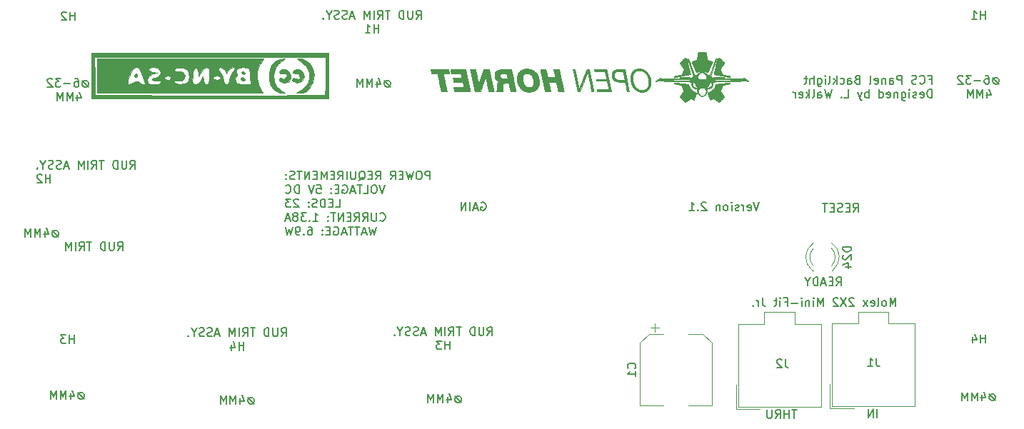
<source format=gbr>
%TF.GenerationSoftware,KiCad,Pcbnew,(5.1.10)-1*%
%TF.CreationDate,2021-11-16T17:05:13+11:00*%
%TF.ProjectId,FCS Panel PCB V2,46435320-5061-46e6-956c-205043422056,rev?*%
%TF.SameCoordinates,Original*%
%TF.FileFunction,Legend,Bot*%
%TF.FilePolarity,Positive*%
%FSLAX46Y46*%
G04 Gerber Fmt 4.6, Leading zero omitted, Abs format (unit mm)*
G04 Created by KiCad (PCBNEW (5.1.10)-1) date 2021-11-16 17:05:13*
%MOMM*%
%LPD*%
G01*
G04 APERTURE LIST*
%ADD10C,0.150000*%
%ADD11C,0.120000*%
%ADD12C,0.010000*%
G04 APERTURE END LIST*
D10*
X181271040Y-80287120D02*
X181604373Y-79810930D01*
X181842468Y-80287120D02*
X181842468Y-79287120D01*
X181461516Y-79287120D01*
X181366278Y-79334740D01*
X181318659Y-79382359D01*
X181271040Y-79477597D01*
X181271040Y-79620454D01*
X181318659Y-79715692D01*
X181366278Y-79763311D01*
X181461516Y-79810930D01*
X181842468Y-79810930D01*
X180842468Y-79763311D02*
X180509135Y-79763311D01*
X180366278Y-80287120D02*
X180842468Y-80287120D01*
X180842468Y-79287120D01*
X180366278Y-79287120D01*
X179985325Y-80001406D02*
X179509135Y-80001406D01*
X180080563Y-80287120D02*
X179747230Y-79287120D01*
X179413897Y-80287120D01*
X179080563Y-80287120D02*
X179080563Y-79287120D01*
X178842468Y-79287120D01*
X178699611Y-79334740D01*
X178604373Y-79429978D01*
X178556754Y-79525216D01*
X178509135Y-79715692D01*
X178509135Y-79858549D01*
X178556754Y-80049025D01*
X178604373Y-80144263D01*
X178699611Y-80239501D01*
X178842468Y-80287120D01*
X179080563Y-80287120D01*
X177890087Y-79810930D02*
X177890087Y-80287120D01*
X178223420Y-79287120D02*
X177890087Y-79810930D01*
X177556754Y-79287120D01*
X128155485Y-55926076D02*
X127965009Y-55926076D01*
X127774533Y-56021314D01*
X127679295Y-56211790D01*
X127679295Y-56402266D01*
X127774533Y-56592742D01*
X127965009Y-56687980D01*
X128155485Y-56687980D01*
X128345961Y-56592742D01*
X128441200Y-56402266D01*
X128441200Y-56211790D01*
X128345961Y-56021314D01*
X128155485Y-55926076D01*
X127679295Y-55926076D02*
X128441200Y-56687980D01*
X126774533Y-56021314D02*
X126774533Y-56687980D01*
X127012628Y-55640361D02*
X127250723Y-56354647D01*
X126631676Y-56354647D01*
X126250723Y-56687980D02*
X126250723Y-55687980D01*
X125917390Y-56402266D01*
X125584057Y-55687980D01*
X125584057Y-56687980D01*
X125107866Y-56687980D02*
X125107866Y-55687980D01*
X124774533Y-56402266D01*
X124441200Y-55687980D01*
X124441200Y-56687980D01*
X111950285Y-93518076D02*
X111759809Y-93518076D01*
X111569333Y-93613314D01*
X111474095Y-93803790D01*
X111474095Y-93994266D01*
X111569333Y-94184742D01*
X111759809Y-94279980D01*
X111950285Y-94279980D01*
X112140761Y-94184742D01*
X112236000Y-93994266D01*
X112236000Y-93803790D01*
X112140761Y-93613314D01*
X111950285Y-93518076D01*
X111474095Y-93518076D02*
X112236000Y-94279980D01*
X110569333Y-93613314D02*
X110569333Y-94279980D01*
X110807428Y-93232361D02*
X111045523Y-93946647D01*
X110426476Y-93946647D01*
X110045523Y-94279980D02*
X110045523Y-93279980D01*
X109712190Y-93994266D01*
X109378857Y-93279980D01*
X109378857Y-94279980D01*
X108902666Y-94279980D02*
X108902666Y-93279980D01*
X108569333Y-93994266D01*
X108236000Y-93279980D01*
X108236000Y-94279980D01*
X136537485Y-93365676D02*
X136347009Y-93365676D01*
X136156533Y-93460914D01*
X136061295Y-93651390D01*
X136061295Y-93841866D01*
X136156533Y-94032342D01*
X136347009Y-94127580D01*
X136537485Y-94127580D01*
X136727961Y-94032342D01*
X136823200Y-93841866D01*
X136823200Y-93651390D01*
X136727961Y-93460914D01*
X136537485Y-93365676D01*
X136061295Y-93365676D02*
X136823200Y-94127580D01*
X135156533Y-93460914D02*
X135156533Y-94127580D01*
X135394628Y-93079961D02*
X135632723Y-93794247D01*
X135013676Y-93794247D01*
X134632723Y-94127580D02*
X134632723Y-93127580D01*
X134299390Y-93841866D01*
X133966057Y-93127580D01*
X133966057Y-94127580D01*
X133489866Y-94127580D02*
X133489866Y-93127580D01*
X133156533Y-93841866D01*
X132823200Y-93127580D01*
X132823200Y-94127580D01*
X88785485Y-73716236D02*
X88595009Y-73716236D01*
X88404533Y-73811474D01*
X88309295Y-74001950D01*
X88309295Y-74192426D01*
X88404533Y-74382902D01*
X88595009Y-74478140D01*
X88785485Y-74478140D01*
X88975961Y-74382902D01*
X89071200Y-74192426D01*
X89071200Y-74001950D01*
X88975961Y-73811474D01*
X88785485Y-73716236D01*
X88309295Y-73716236D02*
X89071200Y-74478140D01*
X87404533Y-73811474D02*
X87404533Y-74478140D01*
X87642628Y-73430521D02*
X87880723Y-74144807D01*
X87261676Y-74144807D01*
X86880723Y-74478140D02*
X86880723Y-73478140D01*
X86547390Y-74192426D01*
X86214057Y-73478140D01*
X86214057Y-74478140D01*
X85737866Y-74478140D02*
X85737866Y-73478140D01*
X85404533Y-74192426D01*
X85071200Y-73478140D01*
X85071200Y-74478140D01*
X115450285Y-86292180D02*
X115783619Y-85815990D01*
X116021714Y-86292180D02*
X116021714Y-85292180D01*
X115640761Y-85292180D01*
X115545523Y-85339800D01*
X115497904Y-85387419D01*
X115450285Y-85482657D01*
X115450285Y-85625514D01*
X115497904Y-85720752D01*
X115545523Y-85768371D01*
X115640761Y-85815990D01*
X116021714Y-85815990D01*
X115021714Y-85292180D02*
X115021714Y-86101704D01*
X114974095Y-86196942D01*
X114926476Y-86244561D01*
X114831238Y-86292180D01*
X114640761Y-86292180D01*
X114545523Y-86244561D01*
X114497904Y-86196942D01*
X114450285Y-86101704D01*
X114450285Y-85292180D01*
X113974095Y-86292180D02*
X113974095Y-85292180D01*
X113736000Y-85292180D01*
X113593142Y-85339800D01*
X113497904Y-85435038D01*
X113450285Y-85530276D01*
X113402666Y-85720752D01*
X113402666Y-85863609D01*
X113450285Y-86054085D01*
X113497904Y-86149323D01*
X113593142Y-86244561D01*
X113736000Y-86292180D01*
X113974095Y-86292180D01*
X112355047Y-85292180D02*
X111783619Y-85292180D01*
X112069333Y-86292180D02*
X112069333Y-85292180D01*
X110878857Y-86292180D02*
X111212190Y-85815990D01*
X111450285Y-86292180D02*
X111450285Y-85292180D01*
X111069333Y-85292180D01*
X110974095Y-85339800D01*
X110926476Y-85387419D01*
X110878857Y-85482657D01*
X110878857Y-85625514D01*
X110926476Y-85720752D01*
X110974095Y-85768371D01*
X111069333Y-85815990D01*
X111450285Y-85815990D01*
X110450285Y-86292180D02*
X110450285Y-85292180D01*
X109974095Y-86292180D02*
X109974095Y-85292180D01*
X109640761Y-86006466D01*
X109307428Y-85292180D01*
X109307428Y-86292180D01*
X108116952Y-86006466D02*
X107640761Y-86006466D01*
X108212190Y-86292180D02*
X107878857Y-85292180D01*
X107545523Y-86292180D01*
X107259809Y-86244561D02*
X107116952Y-86292180D01*
X106878857Y-86292180D01*
X106783619Y-86244561D01*
X106736000Y-86196942D01*
X106688380Y-86101704D01*
X106688380Y-86006466D01*
X106736000Y-85911228D01*
X106783619Y-85863609D01*
X106878857Y-85815990D01*
X107069333Y-85768371D01*
X107164571Y-85720752D01*
X107212190Y-85673133D01*
X107259809Y-85577895D01*
X107259809Y-85482657D01*
X107212190Y-85387419D01*
X107164571Y-85339800D01*
X107069333Y-85292180D01*
X106831238Y-85292180D01*
X106688380Y-85339800D01*
X106307428Y-86244561D02*
X106164571Y-86292180D01*
X105926476Y-86292180D01*
X105831238Y-86244561D01*
X105783619Y-86196942D01*
X105736000Y-86101704D01*
X105736000Y-86006466D01*
X105783619Y-85911228D01*
X105831238Y-85863609D01*
X105926476Y-85815990D01*
X106116952Y-85768371D01*
X106212190Y-85720752D01*
X106259809Y-85673133D01*
X106307428Y-85577895D01*
X106307428Y-85482657D01*
X106259809Y-85387419D01*
X106212190Y-85339800D01*
X106116952Y-85292180D01*
X105878857Y-85292180D01*
X105736000Y-85339800D01*
X105116952Y-85815990D02*
X105116952Y-86292180D01*
X105450285Y-85292180D02*
X105116952Y-85815990D01*
X104783619Y-85292180D01*
X104450285Y-86196942D02*
X104402666Y-86244561D01*
X104450285Y-86292180D01*
X104497904Y-86244561D01*
X104450285Y-86196942D01*
X104450285Y-86292180D01*
X110997904Y-87942180D02*
X110997904Y-86942180D01*
X110997904Y-87418371D02*
X110426476Y-87418371D01*
X110426476Y-87942180D02*
X110426476Y-86942180D01*
X109521714Y-87275514D02*
X109521714Y-87942180D01*
X109759809Y-86894561D02*
X109997904Y-87608847D01*
X109378857Y-87608847D01*
X139885085Y-86190580D02*
X140218419Y-85714390D01*
X140456514Y-86190580D02*
X140456514Y-85190580D01*
X140075561Y-85190580D01*
X139980323Y-85238200D01*
X139932704Y-85285819D01*
X139885085Y-85381057D01*
X139885085Y-85523914D01*
X139932704Y-85619152D01*
X139980323Y-85666771D01*
X140075561Y-85714390D01*
X140456514Y-85714390D01*
X139456514Y-85190580D02*
X139456514Y-86000104D01*
X139408895Y-86095342D01*
X139361276Y-86142961D01*
X139266038Y-86190580D01*
X139075561Y-86190580D01*
X138980323Y-86142961D01*
X138932704Y-86095342D01*
X138885085Y-86000104D01*
X138885085Y-85190580D01*
X138408895Y-86190580D02*
X138408895Y-85190580D01*
X138170800Y-85190580D01*
X138027942Y-85238200D01*
X137932704Y-85333438D01*
X137885085Y-85428676D01*
X137837466Y-85619152D01*
X137837466Y-85762009D01*
X137885085Y-85952485D01*
X137932704Y-86047723D01*
X138027942Y-86142961D01*
X138170800Y-86190580D01*
X138408895Y-86190580D01*
X136789847Y-85190580D02*
X136218419Y-85190580D01*
X136504133Y-86190580D02*
X136504133Y-85190580D01*
X135313657Y-86190580D02*
X135646990Y-85714390D01*
X135885085Y-86190580D02*
X135885085Y-85190580D01*
X135504133Y-85190580D01*
X135408895Y-85238200D01*
X135361276Y-85285819D01*
X135313657Y-85381057D01*
X135313657Y-85523914D01*
X135361276Y-85619152D01*
X135408895Y-85666771D01*
X135504133Y-85714390D01*
X135885085Y-85714390D01*
X134885085Y-86190580D02*
X134885085Y-85190580D01*
X134408895Y-86190580D02*
X134408895Y-85190580D01*
X134075561Y-85904866D01*
X133742228Y-85190580D01*
X133742228Y-86190580D01*
X132551752Y-85904866D02*
X132075561Y-85904866D01*
X132646990Y-86190580D02*
X132313657Y-85190580D01*
X131980323Y-86190580D01*
X131694609Y-86142961D02*
X131551752Y-86190580D01*
X131313657Y-86190580D01*
X131218419Y-86142961D01*
X131170800Y-86095342D01*
X131123180Y-86000104D01*
X131123180Y-85904866D01*
X131170800Y-85809628D01*
X131218419Y-85762009D01*
X131313657Y-85714390D01*
X131504133Y-85666771D01*
X131599371Y-85619152D01*
X131646990Y-85571533D01*
X131694609Y-85476295D01*
X131694609Y-85381057D01*
X131646990Y-85285819D01*
X131599371Y-85238200D01*
X131504133Y-85190580D01*
X131266038Y-85190580D01*
X131123180Y-85238200D01*
X130742228Y-86142961D02*
X130599371Y-86190580D01*
X130361276Y-86190580D01*
X130266038Y-86142961D01*
X130218419Y-86095342D01*
X130170800Y-86000104D01*
X130170800Y-85904866D01*
X130218419Y-85809628D01*
X130266038Y-85762009D01*
X130361276Y-85714390D01*
X130551752Y-85666771D01*
X130646990Y-85619152D01*
X130694609Y-85571533D01*
X130742228Y-85476295D01*
X130742228Y-85381057D01*
X130694609Y-85285819D01*
X130646990Y-85238200D01*
X130551752Y-85190580D01*
X130313657Y-85190580D01*
X130170800Y-85238200D01*
X129551752Y-85714390D02*
X129551752Y-86190580D01*
X129885085Y-85190580D02*
X129551752Y-85714390D01*
X129218419Y-85190580D01*
X128885085Y-86095342D02*
X128837466Y-86142961D01*
X128885085Y-86190580D01*
X128932704Y-86142961D01*
X128885085Y-86095342D01*
X128885085Y-86190580D01*
X135432704Y-87840580D02*
X135432704Y-86840580D01*
X135432704Y-87316771D02*
X134861276Y-87316771D01*
X134861276Y-87840580D02*
X134861276Y-86840580D01*
X134480323Y-86840580D02*
X133861276Y-86840580D01*
X134194609Y-87221533D01*
X134051752Y-87221533D01*
X133956514Y-87269152D01*
X133908895Y-87316771D01*
X133861276Y-87412009D01*
X133861276Y-87650104D01*
X133908895Y-87745342D01*
X133956514Y-87792961D01*
X134051752Y-87840580D01*
X134337466Y-87840580D01*
X134432704Y-87792961D01*
X134480323Y-87745342D01*
X97543195Y-66429380D02*
X97876528Y-65953190D01*
X98114623Y-66429380D02*
X98114623Y-65429380D01*
X97733671Y-65429380D01*
X97638433Y-65477000D01*
X97590814Y-65524619D01*
X97543195Y-65619857D01*
X97543195Y-65762714D01*
X97590814Y-65857952D01*
X97638433Y-65905571D01*
X97733671Y-65953190D01*
X98114623Y-65953190D01*
X97114623Y-65429380D02*
X97114623Y-66238904D01*
X97067004Y-66334142D01*
X97019385Y-66381761D01*
X96924147Y-66429380D01*
X96733671Y-66429380D01*
X96638433Y-66381761D01*
X96590814Y-66334142D01*
X96543195Y-66238904D01*
X96543195Y-65429380D01*
X96067004Y-66429380D02*
X96067004Y-65429380D01*
X95828909Y-65429380D01*
X95686052Y-65477000D01*
X95590814Y-65572238D01*
X95543195Y-65667476D01*
X95495576Y-65857952D01*
X95495576Y-66000809D01*
X95543195Y-66191285D01*
X95590814Y-66286523D01*
X95686052Y-66381761D01*
X95828909Y-66429380D01*
X96067004Y-66429380D01*
X94447957Y-65429380D02*
X93876528Y-65429380D01*
X94162242Y-66429380D02*
X94162242Y-65429380D01*
X92971766Y-66429380D02*
X93305100Y-65953190D01*
X93543195Y-66429380D02*
X93543195Y-65429380D01*
X93162242Y-65429380D01*
X93067004Y-65477000D01*
X93019385Y-65524619D01*
X92971766Y-65619857D01*
X92971766Y-65762714D01*
X93019385Y-65857952D01*
X93067004Y-65905571D01*
X93162242Y-65953190D01*
X93543195Y-65953190D01*
X92543195Y-66429380D02*
X92543195Y-65429380D01*
X92067004Y-66429380D02*
X92067004Y-65429380D01*
X91733671Y-66143666D01*
X91400338Y-65429380D01*
X91400338Y-66429380D01*
X90209861Y-66143666D02*
X89733671Y-66143666D01*
X90305100Y-66429380D02*
X89971766Y-65429380D01*
X89638433Y-66429380D01*
X89352719Y-66381761D02*
X89209861Y-66429380D01*
X88971766Y-66429380D01*
X88876528Y-66381761D01*
X88828909Y-66334142D01*
X88781290Y-66238904D01*
X88781290Y-66143666D01*
X88828909Y-66048428D01*
X88876528Y-66000809D01*
X88971766Y-65953190D01*
X89162242Y-65905571D01*
X89257480Y-65857952D01*
X89305100Y-65810333D01*
X89352719Y-65715095D01*
X89352719Y-65619857D01*
X89305100Y-65524619D01*
X89257480Y-65477000D01*
X89162242Y-65429380D01*
X88924147Y-65429380D01*
X88781290Y-65477000D01*
X88400338Y-66381761D02*
X88257480Y-66429380D01*
X88019385Y-66429380D01*
X87924147Y-66381761D01*
X87876528Y-66334142D01*
X87828909Y-66238904D01*
X87828909Y-66143666D01*
X87876528Y-66048428D01*
X87924147Y-66000809D01*
X88019385Y-65953190D01*
X88209861Y-65905571D01*
X88305100Y-65857952D01*
X88352719Y-65810333D01*
X88400338Y-65715095D01*
X88400338Y-65619857D01*
X88352719Y-65524619D01*
X88305100Y-65477000D01*
X88209861Y-65429380D01*
X87971766Y-65429380D01*
X87828909Y-65477000D01*
X87209861Y-65953190D02*
X87209861Y-66429380D01*
X87543195Y-65429380D02*
X87209861Y-65953190D01*
X86876528Y-65429380D01*
X86543195Y-66334142D02*
X86495576Y-66381761D01*
X86543195Y-66429380D01*
X86590814Y-66381761D01*
X86543195Y-66334142D01*
X86543195Y-66429380D01*
X88067004Y-68079380D02*
X88067004Y-67079380D01*
X88067004Y-67555571D02*
X87495576Y-67555571D01*
X87495576Y-68079380D02*
X87495576Y-67079380D01*
X87067004Y-67174619D02*
X87019385Y-67127000D01*
X86924147Y-67079380D01*
X86686052Y-67079380D01*
X86590814Y-67127000D01*
X86543195Y-67174619D01*
X86495576Y-67269857D01*
X86495576Y-67365095D01*
X86543195Y-67507952D01*
X87114623Y-68079380D01*
X86495576Y-68079380D01*
X131452285Y-48649380D02*
X131785619Y-48173190D01*
X132023714Y-48649380D02*
X132023714Y-47649380D01*
X131642761Y-47649380D01*
X131547523Y-47697000D01*
X131499904Y-47744619D01*
X131452285Y-47839857D01*
X131452285Y-47982714D01*
X131499904Y-48077952D01*
X131547523Y-48125571D01*
X131642761Y-48173190D01*
X132023714Y-48173190D01*
X131023714Y-47649380D02*
X131023714Y-48458904D01*
X130976095Y-48554142D01*
X130928476Y-48601761D01*
X130833238Y-48649380D01*
X130642761Y-48649380D01*
X130547523Y-48601761D01*
X130499904Y-48554142D01*
X130452285Y-48458904D01*
X130452285Y-47649380D01*
X129976095Y-48649380D02*
X129976095Y-47649380D01*
X129738000Y-47649380D01*
X129595142Y-47697000D01*
X129499904Y-47792238D01*
X129452285Y-47887476D01*
X129404666Y-48077952D01*
X129404666Y-48220809D01*
X129452285Y-48411285D01*
X129499904Y-48506523D01*
X129595142Y-48601761D01*
X129738000Y-48649380D01*
X129976095Y-48649380D01*
X128357047Y-47649380D02*
X127785619Y-47649380D01*
X128071333Y-48649380D02*
X128071333Y-47649380D01*
X126880857Y-48649380D02*
X127214190Y-48173190D01*
X127452285Y-48649380D02*
X127452285Y-47649380D01*
X127071333Y-47649380D01*
X126976095Y-47697000D01*
X126928476Y-47744619D01*
X126880857Y-47839857D01*
X126880857Y-47982714D01*
X126928476Y-48077952D01*
X126976095Y-48125571D01*
X127071333Y-48173190D01*
X127452285Y-48173190D01*
X126452285Y-48649380D02*
X126452285Y-47649380D01*
X125976095Y-48649380D02*
X125976095Y-47649380D01*
X125642761Y-48363666D01*
X125309428Y-47649380D01*
X125309428Y-48649380D01*
X124118952Y-48363666D02*
X123642761Y-48363666D01*
X124214190Y-48649380D02*
X123880857Y-47649380D01*
X123547523Y-48649380D01*
X123261809Y-48601761D02*
X123118952Y-48649380D01*
X122880857Y-48649380D01*
X122785619Y-48601761D01*
X122738000Y-48554142D01*
X122690380Y-48458904D01*
X122690380Y-48363666D01*
X122738000Y-48268428D01*
X122785619Y-48220809D01*
X122880857Y-48173190D01*
X123071333Y-48125571D01*
X123166571Y-48077952D01*
X123214190Y-48030333D01*
X123261809Y-47935095D01*
X123261809Y-47839857D01*
X123214190Y-47744619D01*
X123166571Y-47697000D01*
X123071333Y-47649380D01*
X122833238Y-47649380D01*
X122690380Y-47697000D01*
X122309428Y-48601761D02*
X122166571Y-48649380D01*
X121928476Y-48649380D01*
X121833238Y-48601761D01*
X121785619Y-48554142D01*
X121738000Y-48458904D01*
X121738000Y-48363666D01*
X121785619Y-48268428D01*
X121833238Y-48220809D01*
X121928476Y-48173190D01*
X122118952Y-48125571D01*
X122214190Y-48077952D01*
X122261809Y-48030333D01*
X122309428Y-47935095D01*
X122309428Y-47839857D01*
X122261809Y-47744619D01*
X122214190Y-47697000D01*
X122118952Y-47649380D01*
X121880857Y-47649380D01*
X121738000Y-47697000D01*
X121118952Y-48173190D02*
X121118952Y-48649380D01*
X121452285Y-47649380D02*
X121118952Y-48173190D01*
X120785619Y-47649380D01*
X120452285Y-48554142D02*
X120404666Y-48601761D01*
X120452285Y-48649380D01*
X120499904Y-48601761D01*
X120452285Y-48554142D01*
X120452285Y-48649380D01*
X126999904Y-50299380D02*
X126999904Y-49299380D01*
X126999904Y-49775571D02*
X126428476Y-49775571D01*
X126428476Y-50299380D02*
X126428476Y-49299380D01*
X125428476Y-50299380D02*
X125999904Y-50299380D01*
X125714190Y-50299380D02*
X125714190Y-49299380D01*
X125809428Y-49442238D01*
X125904666Y-49537476D01*
X125999904Y-49585095D01*
X91833485Y-92959276D02*
X91643009Y-92959276D01*
X91452533Y-93054514D01*
X91357295Y-93244990D01*
X91357295Y-93435466D01*
X91452533Y-93625942D01*
X91643009Y-93721180D01*
X91833485Y-93721180D01*
X92023961Y-93625942D01*
X92119200Y-93435466D01*
X92119200Y-93244990D01*
X92023961Y-93054514D01*
X91833485Y-92959276D01*
X91357295Y-92959276D02*
X92119200Y-93721180D01*
X90452533Y-93054514D02*
X90452533Y-93721180D01*
X90690628Y-92673561D02*
X90928723Y-93387847D01*
X90309676Y-93387847D01*
X89928723Y-93721180D02*
X89928723Y-92721180D01*
X89595390Y-93435466D01*
X89262057Y-92721180D01*
X89262057Y-93721180D01*
X88785866Y-93721180D02*
X88785866Y-92721180D01*
X88452533Y-93435466D01*
X88119200Y-92721180D01*
X88119200Y-93721180D01*
X199885085Y-93162476D02*
X199694609Y-93162476D01*
X199504133Y-93257714D01*
X199408895Y-93448190D01*
X199408895Y-93638666D01*
X199504133Y-93829142D01*
X199694609Y-93924380D01*
X199885085Y-93924380D01*
X200075561Y-93829142D01*
X200170800Y-93638666D01*
X200170800Y-93448190D01*
X200075561Y-93257714D01*
X199885085Y-93162476D01*
X199408895Y-93162476D02*
X200170800Y-93924380D01*
X198504133Y-93257714D02*
X198504133Y-93924380D01*
X198742228Y-92876761D02*
X198980323Y-93591047D01*
X198361276Y-93591047D01*
X197980323Y-93924380D02*
X197980323Y-92924380D01*
X197646990Y-93638666D01*
X197313657Y-92924380D01*
X197313657Y-93924380D01*
X196837466Y-93924380D02*
X196837466Y-92924380D01*
X196504133Y-93638666D01*
X196170800Y-92924380D01*
X196170800Y-93924380D01*
X198932704Y-87066380D02*
X198932704Y-86066380D01*
X198932704Y-86542571D02*
X198361276Y-86542571D01*
X198361276Y-87066380D02*
X198361276Y-86066380D01*
X197456514Y-86399714D02*
X197456514Y-87066380D01*
X197694609Y-86018761D02*
X197932704Y-86733047D01*
X197313657Y-86733047D01*
X90881104Y-87117180D02*
X90881104Y-86117180D01*
X90881104Y-86593371D02*
X90309676Y-86593371D01*
X90309676Y-87117180D02*
X90309676Y-86117180D01*
X89928723Y-86117180D02*
X89309676Y-86117180D01*
X89643009Y-86498133D01*
X89500152Y-86498133D01*
X89404914Y-86545752D01*
X89357295Y-86593371D01*
X89309676Y-86688609D01*
X89309676Y-86926704D01*
X89357295Y-87021942D01*
X89404914Y-87069561D01*
X89500152Y-87117180D01*
X89785866Y-87117180D01*
X89881104Y-87069561D01*
X89928723Y-87021942D01*
X133077674Y-67683100D02*
X133077674Y-66683100D01*
X132696721Y-66683100D01*
X132601483Y-66730720D01*
X132553864Y-66778339D01*
X132506245Y-66873577D01*
X132506245Y-67016434D01*
X132553864Y-67111672D01*
X132601483Y-67159291D01*
X132696721Y-67206910D01*
X133077674Y-67206910D01*
X131887198Y-66683100D02*
X131696721Y-66683100D01*
X131601483Y-66730720D01*
X131506245Y-66825958D01*
X131458626Y-67016434D01*
X131458626Y-67349767D01*
X131506245Y-67540243D01*
X131601483Y-67635481D01*
X131696721Y-67683100D01*
X131887198Y-67683100D01*
X131982436Y-67635481D01*
X132077674Y-67540243D01*
X132125293Y-67349767D01*
X132125293Y-67016434D01*
X132077674Y-66825958D01*
X131982436Y-66730720D01*
X131887198Y-66683100D01*
X131125293Y-66683100D02*
X130887198Y-67683100D01*
X130696721Y-66968815D01*
X130506245Y-67683100D01*
X130268150Y-66683100D01*
X129887198Y-67159291D02*
X129553864Y-67159291D01*
X129411007Y-67683100D02*
X129887198Y-67683100D01*
X129887198Y-66683100D01*
X129411007Y-66683100D01*
X128411007Y-67683100D02*
X128744340Y-67206910D01*
X128982436Y-67683100D02*
X128982436Y-66683100D01*
X128601483Y-66683100D01*
X128506245Y-66730720D01*
X128458626Y-66778339D01*
X128411007Y-66873577D01*
X128411007Y-67016434D01*
X128458626Y-67111672D01*
X128506245Y-67159291D01*
X128601483Y-67206910D01*
X128982436Y-67206910D01*
X126649102Y-67683100D02*
X126982436Y-67206910D01*
X127220531Y-67683100D02*
X127220531Y-66683100D01*
X126839579Y-66683100D01*
X126744340Y-66730720D01*
X126696721Y-66778339D01*
X126649102Y-66873577D01*
X126649102Y-67016434D01*
X126696721Y-67111672D01*
X126744340Y-67159291D01*
X126839579Y-67206910D01*
X127220531Y-67206910D01*
X126220531Y-67159291D02*
X125887198Y-67159291D01*
X125744340Y-67683100D02*
X126220531Y-67683100D01*
X126220531Y-66683100D01*
X125744340Y-66683100D01*
X124649102Y-67778339D02*
X124744340Y-67730720D01*
X124839579Y-67635481D01*
X124982436Y-67492624D01*
X125077674Y-67445005D01*
X125172912Y-67445005D01*
X125125293Y-67683100D02*
X125220531Y-67635481D01*
X125315769Y-67540243D01*
X125363388Y-67349767D01*
X125363388Y-67016434D01*
X125315769Y-66825958D01*
X125220531Y-66730720D01*
X125125293Y-66683100D01*
X124934817Y-66683100D01*
X124839579Y-66730720D01*
X124744340Y-66825958D01*
X124696721Y-67016434D01*
X124696721Y-67349767D01*
X124744340Y-67540243D01*
X124839579Y-67635481D01*
X124934817Y-67683100D01*
X125125293Y-67683100D01*
X124268150Y-66683100D02*
X124268150Y-67492624D01*
X124220531Y-67587862D01*
X124172912Y-67635481D01*
X124077674Y-67683100D01*
X123887198Y-67683100D01*
X123791960Y-67635481D01*
X123744340Y-67587862D01*
X123696721Y-67492624D01*
X123696721Y-66683100D01*
X123220531Y-67683100D02*
X123220531Y-66683100D01*
X122172912Y-67683100D02*
X122506245Y-67206910D01*
X122744340Y-67683100D02*
X122744340Y-66683100D01*
X122363388Y-66683100D01*
X122268150Y-66730720D01*
X122220531Y-66778339D01*
X122172912Y-66873577D01*
X122172912Y-67016434D01*
X122220531Y-67111672D01*
X122268150Y-67159291D01*
X122363388Y-67206910D01*
X122744340Y-67206910D01*
X121744340Y-67159291D02*
X121411007Y-67159291D01*
X121268150Y-67683100D02*
X121744340Y-67683100D01*
X121744340Y-66683100D01*
X121268150Y-66683100D01*
X120839579Y-67683100D02*
X120839579Y-66683100D01*
X120506245Y-67397386D01*
X120172912Y-66683100D01*
X120172912Y-67683100D01*
X119696721Y-67159291D02*
X119363388Y-67159291D01*
X119220531Y-67683100D02*
X119696721Y-67683100D01*
X119696721Y-66683100D01*
X119220531Y-66683100D01*
X118791960Y-67683100D02*
X118791960Y-66683100D01*
X118220531Y-67683100D01*
X118220531Y-66683100D01*
X117887198Y-66683100D02*
X117315769Y-66683100D01*
X117601483Y-67683100D02*
X117601483Y-66683100D01*
X117030055Y-67635481D02*
X116887198Y-67683100D01*
X116649102Y-67683100D01*
X116553864Y-67635481D01*
X116506245Y-67587862D01*
X116458626Y-67492624D01*
X116458626Y-67397386D01*
X116506245Y-67302148D01*
X116553864Y-67254529D01*
X116649102Y-67206910D01*
X116839579Y-67159291D01*
X116934817Y-67111672D01*
X116982436Y-67064053D01*
X117030055Y-66968815D01*
X117030055Y-66873577D01*
X116982436Y-66778339D01*
X116934817Y-66730720D01*
X116839579Y-66683100D01*
X116601483Y-66683100D01*
X116458626Y-66730720D01*
X116030055Y-67587862D02*
X115982436Y-67635481D01*
X116030055Y-67683100D01*
X116077674Y-67635481D01*
X116030055Y-67587862D01*
X116030055Y-67683100D01*
X116030055Y-67064053D02*
X115982436Y-67111672D01*
X116030055Y-67159291D01*
X116077674Y-67111672D01*
X116030055Y-67064053D01*
X116030055Y-67159291D01*
X127744340Y-68333100D02*
X127411007Y-69333100D01*
X127077674Y-68333100D01*
X126553864Y-68333100D02*
X126363388Y-68333100D01*
X126268150Y-68380720D01*
X126172912Y-68475958D01*
X126125293Y-68666434D01*
X126125293Y-68999767D01*
X126172912Y-69190243D01*
X126268150Y-69285481D01*
X126363388Y-69333100D01*
X126553864Y-69333100D01*
X126649102Y-69285481D01*
X126744340Y-69190243D01*
X126791960Y-68999767D01*
X126791960Y-68666434D01*
X126744340Y-68475958D01*
X126649102Y-68380720D01*
X126553864Y-68333100D01*
X125220531Y-69333100D02*
X125696721Y-69333100D01*
X125696721Y-68333100D01*
X125030055Y-68333100D02*
X124458626Y-68333100D01*
X124744340Y-69333100D02*
X124744340Y-68333100D01*
X124172912Y-69047386D02*
X123696721Y-69047386D01*
X124268150Y-69333100D02*
X123934817Y-68333100D01*
X123601483Y-69333100D01*
X122744340Y-68380720D02*
X122839579Y-68333100D01*
X122982436Y-68333100D01*
X123125293Y-68380720D01*
X123220531Y-68475958D01*
X123268150Y-68571196D01*
X123315769Y-68761672D01*
X123315769Y-68904529D01*
X123268150Y-69095005D01*
X123220531Y-69190243D01*
X123125293Y-69285481D01*
X122982436Y-69333100D01*
X122887198Y-69333100D01*
X122744340Y-69285481D01*
X122696721Y-69237862D01*
X122696721Y-68904529D01*
X122887198Y-68904529D01*
X122268150Y-68809291D02*
X121934817Y-68809291D01*
X121791960Y-69333100D02*
X122268150Y-69333100D01*
X122268150Y-68333100D01*
X121791960Y-68333100D01*
X121363388Y-69237862D02*
X121315769Y-69285481D01*
X121363388Y-69333100D01*
X121411007Y-69285481D01*
X121363388Y-69237862D01*
X121363388Y-69333100D01*
X121363388Y-68714053D02*
X121315769Y-68761672D01*
X121363388Y-68809291D01*
X121411007Y-68761672D01*
X121363388Y-68714053D01*
X121363388Y-68809291D01*
X119649102Y-68333100D02*
X120125293Y-68333100D01*
X120172912Y-68809291D01*
X120125293Y-68761672D01*
X120030055Y-68714053D01*
X119791960Y-68714053D01*
X119696721Y-68761672D01*
X119649102Y-68809291D01*
X119601483Y-68904529D01*
X119601483Y-69142624D01*
X119649102Y-69237862D01*
X119696721Y-69285481D01*
X119791960Y-69333100D01*
X120030055Y-69333100D01*
X120125293Y-69285481D01*
X120172912Y-69237862D01*
X119315769Y-68333100D02*
X118982436Y-69333100D01*
X118649102Y-68333100D01*
X117553864Y-69333100D02*
X117553864Y-68333100D01*
X117315769Y-68333100D01*
X117172912Y-68380720D01*
X117077674Y-68475958D01*
X117030055Y-68571196D01*
X116982436Y-68761672D01*
X116982436Y-68904529D01*
X117030055Y-69095005D01*
X117077674Y-69190243D01*
X117172912Y-69285481D01*
X117315769Y-69333100D01*
X117553864Y-69333100D01*
X115982436Y-69237862D02*
X116030055Y-69285481D01*
X116172912Y-69333100D01*
X116268150Y-69333100D01*
X116411007Y-69285481D01*
X116506245Y-69190243D01*
X116553864Y-69095005D01*
X116601483Y-68904529D01*
X116601483Y-68761672D01*
X116553864Y-68571196D01*
X116506245Y-68475958D01*
X116411007Y-68380720D01*
X116268150Y-68333100D01*
X116172912Y-68333100D01*
X116030055Y-68380720D01*
X115982436Y-68428339D01*
X121887198Y-70983100D02*
X122363388Y-70983100D01*
X122363388Y-69983100D01*
X121553864Y-70459291D02*
X121220531Y-70459291D01*
X121077674Y-70983100D02*
X121553864Y-70983100D01*
X121553864Y-69983100D01*
X121077674Y-69983100D01*
X120649102Y-70983100D02*
X120649102Y-69983100D01*
X120411007Y-69983100D01*
X120268150Y-70030720D01*
X120172912Y-70125958D01*
X120125293Y-70221196D01*
X120077674Y-70411672D01*
X120077674Y-70554529D01*
X120125293Y-70745005D01*
X120172912Y-70840243D01*
X120268150Y-70935481D01*
X120411007Y-70983100D01*
X120649102Y-70983100D01*
X119696721Y-70935481D02*
X119553864Y-70983100D01*
X119315769Y-70983100D01*
X119220531Y-70935481D01*
X119172912Y-70887862D01*
X119125293Y-70792624D01*
X119125293Y-70697386D01*
X119172912Y-70602148D01*
X119220531Y-70554529D01*
X119315769Y-70506910D01*
X119506245Y-70459291D01*
X119601483Y-70411672D01*
X119649102Y-70364053D01*
X119696721Y-70268815D01*
X119696721Y-70173577D01*
X119649102Y-70078339D01*
X119601483Y-70030720D01*
X119506245Y-69983100D01*
X119268150Y-69983100D01*
X119125293Y-70030720D01*
X118696721Y-70887862D02*
X118649102Y-70935481D01*
X118696721Y-70983100D01*
X118744340Y-70935481D01*
X118696721Y-70887862D01*
X118696721Y-70983100D01*
X118696721Y-70364053D02*
X118649102Y-70411672D01*
X118696721Y-70459291D01*
X118744340Y-70411672D01*
X118696721Y-70364053D01*
X118696721Y-70459291D01*
X117506245Y-70078339D02*
X117458626Y-70030720D01*
X117363388Y-69983100D01*
X117125293Y-69983100D01*
X117030055Y-70030720D01*
X116982436Y-70078339D01*
X116934817Y-70173577D01*
X116934817Y-70268815D01*
X116982436Y-70411672D01*
X117553864Y-70983100D01*
X116934817Y-70983100D01*
X116601483Y-69983100D02*
X115982436Y-69983100D01*
X116315769Y-70364053D01*
X116172912Y-70364053D01*
X116077674Y-70411672D01*
X116030055Y-70459291D01*
X115982436Y-70554529D01*
X115982436Y-70792624D01*
X116030055Y-70887862D01*
X116077674Y-70935481D01*
X116172912Y-70983100D01*
X116458626Y-70983100D01*
X116553864Y-70935481D01*
X116601483Y-70887862D01*
X127172912Y-72537862D02*
X127220531Y-72585481D01*
X127363388Y-72633100D01*
X127458626Y-72633100D01*
X127601483Y-72585481D01*
X127696721Y-72490243D01*
X127744340Y-72395005D01*
X127791960Y-72204529D01*
X127791960Y-72061672D01*
X127744340Y-71871196D01*
X127696721Y-71775958D01*
X127601483Y-71680720D01*
X127458626Y-71633100D01*
X127363388Y-71633100D01*
X127220531Y-71680720D01*
X127172912Y-71728339D01*
X126744340Y-71633100D02*
X126744340Y-72442624D01*
X126696721Y-72537862D01*
X126649102Y-72585481D01*
X126553864Y-72633100D01*
X126363388Y-72633100D01*
X126268150Y-72585481D01*
X126220531Y-72537862D01*
X126172912Y-72442624D01*
X126172912Y-71633100D01*
X125125293Y-72633100D02*
X125458626Y-72156910D01*
X125696721Y-72633100D02*
X125696721Y-71633100D01*
X125315769Y-71633100D01*
X125220531Y-71680720D01*
X125172912Y-71728339D01*
X125125293Y-71823577D01*
X125125293Y-71966434D01*
X125172912Y-72061672D01*
X125220531Y-72109291D01*
X125315769Y-72156910D01*
X125696721Y-72156910D01*
X124125293Y-72633100D02*
X124458626Y-72156910D01*
X124696721Y-72633100D02*
X124696721Y-71633100D01*
X124315769Y-71633100D01*
X124220531Y-71680720D01*
X124172912Y-71728339D01*
X124125293Y-71823577D01*
X124125293Y-71966434D01*
X124172912Y-72061672D01*
X124220531Y-72109291D01*
X124315769Y-72156910D01*
X124696721Y-72156910D01*
X123696721Y-72109291D02*
X123363388Y-72109291D01*
X123220531Y-72633100D02*
X123696721Y-72633100D01*
X123696721Y-71633100D01*
X123220531Y-71633100D01*
X122791960Y-72633100D02*
X122791960Y-71633100D01*
X122220531Y-72633100D01*
X122220531Y-71633100D01*
X121887198Y-71633100D02*
X121315769Y-71633100D01*
X121601483Y-72633100D02*
X121601483Y-71633100D01*
X120982436Y-72537862D02*
X120934817Y-72585481D01*
X120982436Y-72633100D01*
X121030055Y-72585481D01*
X120982436Y-72537862D01*
X120982436Y-72633100D01*
X120982436Y-72014053D02*
X120934817Y-72061672D01*
X120982436Y-72109291D01*
X121030055Y-72061672D01*
X120982436Y-72014053D01*
X120982436Y-72109291D01*
X119220531Y-72633100D02*
X119791960Y-72633100D01*
X119506245Y-72633100D02*
X119506245Y-71633100D01*
X119601483Y-71775958D01*
X119696721Y-71871196D01*
X119791960Y-71918815D01*
X118791960Y-72537862D02*
X118744340Y-72585481D01*
X118791960Y-72633100D01*
X118839579Y-72585481D01*
X118791960Y-72537862D01*
X118791960Y-72633100D01*
X118411007Y-71633100D02*
X117791960Y-71633100D01*
X118125293Y-72014053D01*
X117982436Y-72014053D01*
X117887198Y-72061672D01*
X117839579Y-72109291D01*
X117791960Y-72204529D01*
X117791960Y-72442624D01*
X117839579Y-72537862D01*
X117887198Y-72585481D01*
X117982436Y-72633100D01*
X118268150Y-72633100D01*
X118363388Y-72585481D01*
X118411007Y-72537862D01*
X117220531Y-72061672D02*
X117315769Y-72014053D01*
X117363388Y-71966434D01*
X117411007Y-71871196D01*
X117411007Y-71823577D01*
X117363388Y-71728339D01*
X117315769Y-71680720D01*
X117220531Y-71633100D01*
X117030055Y-71633100D01*
X116934817Y-71680720D01*
X116887198Y-71728339D01*
X116839579Y-71823577D01*
X116839579Y-71871196D01*
X116887198Y-71966434D01*
X116934817Y-72014053D01*
X117030055Y-72061672D01*
X117220531Y-72061672D01*
X117315769Y-72109291D01*
X117363388Y-72156910D01*
X117411007Y-72252148D01*
X117411007Y-72442624D01*
X117363388Y-72537862D01*
X117315769Y-72585481D01*
X117220531Y-72633100D01*
X117030055Y-72633100D01*
X116934817Y-72585481D01*
X116887198Y-72537862D01*
X116839579Y-72442624D01*
X116839579Y-72252148D01*
X116887198Y-72156910D01*
X116934817Y-72109291D01*
X117030055Y-72061672D01*
X116458626Y-72347386D02*
X115982436Y-72347386D01*
X116553864Y-72633100D02*
X116220531Y-71633100D01*
X115887198Y-72633100D01*
X126696721Y-73283100D02*
X126458626Y-74283100D01*
X126268150Y-73568815D01*
X126077674Y-74283100D01*
X125839579Y-73283100D01*
X125506245Y-73997386D02*
X125030055Y-73997386D01*
X125601483Y-74283100D02*
X125268150Y-73283100D01*
X124934817Y-74283100D01*
X124744340Y-73283100D02*
X124172912Y-73283100D01*
X124458626Y-74283100D02*
X124458626Y-73283100D01*
X123982436Y-73283100D02*
X123411007Y-73283100D01*
X123696721Y-74283100D02*
X123696721Y-73283100D01*
X123125293Y-73997386D02*
X122649102Y-73997386D01*
X123220531Y-74283100D02*
X122887198Y-73283100D01*
X122553864Y-74283100D01*
X121696721Y-73330720D02*
X121791960Y-73283100D01*
X121934817Y-73283100D01*
X122077674Y-73330720D01*
X122172912Y-73425958D01*
X122220531Y-73521196D01*
X122268150Y-73711672D01*
X122268150Y-73854529D01*
X122220531Y-74045005D01*
X122172912Y-74140243D01*
X122077674Y-74235481D01*
X121934817Y-74283100D01*
X121839579Y-74283100D01*
X121696721Y-74235481D01*
X121649102Y-74187862D01*
X121649102Y-73854529D01*
X121839579Y-73854529D01*
X121220531Y-73759291D02*
X120887198Y-73759291D01*
X120744340Y-74283100D02*
X121220531Y-74283100D01*
X121220531Y-73283100D01*
X120744340Y-73283100D01*
X120315769Y-74187862D02*
X120268150Y-74235481D01*
X120315769Y-74283100D01*
X120363388Y-74235481D01*
X120315769Y-74187862D01*
X120315769Y-74283100D01*
X120315769Y-73664053D02*
X120268150Y-73711672D01*
X120315769Y-73759291D01*
X120363388Y-73711672D01*
X120315769Y-73664053D01*
X120315769Y-73759291D01*
X118649102Y-73283100D02*
X118839579Y-73283100D01*
X118934817Y-73330720D01*
X118982436Y-73378339D01*
X119077674Y-73521196D01*
X119125293Y-73711672D01*
X119125293Y-74092624D01*
X119077674Y-74187862D01*
X119030055Y-74235481D01*
X118934817Y-74283100D01*
X118744340Y-74283100D01*
X118649102Y-74235481D01*
X118601483Y-74187862D01*
X118553864Y-74092624D01*
X118553864Y-73854529D01*
X118601483Y-73759291D01*
X118649102Y-73711672D01*
X118744340Y-73664053D01*
X118934817Y-73664053D01*
X119030055Y-73711672D01*
X119077674Y-73759291D01*
X119125293Y-73854529D01*
X118125293Y-74187862D02*
X118077674Y-74235481D01*
X118125293Y-74283100D01*
X118172912Y-74235481D01*
X118125293Y-74187862D01*
X118125293Y-74283100D01*
X117601483Y-74283100D02*
X117411007Y-74283100D01*
X117315769Y-74235481D01*
X117268150Y-74187862D01*
X117172912Y-74045005D01*
X117125293Y-73854529D01*
X117125293Y-73473577D01*
X117172912Y-73378339D01*
X117220531Y-73330720D01*
X117315769Y-73283100D01*
X117506245Y-73283100D01*
X117601483Y-73330720D01*
X117649102Y-73378339D01*
X117696721Y-73473577D01*
X117696721Y-73711672D01*
X117649102Y-73806910D01*
X117601483Y-73854529D01*
X117506245Y-73902148D01*
X117315769Y-73902148D01*
X117220531Y-73854529D01*
X117172912Y-73806910D01*
X117125293Y-73711672D01*
X116791960Y-73283100D02*
X116553864Y-74283100D01*
X116363388Y-73568815D01*
X116172912Y-74283100D01*
X115934817Y-73283100D01*
X96054514Y-76093580D02*
X96387847Y-75617390D01*
X96625942Y-76093580D02*
X96625942Y-75093580D01*
X96244990Y-75093580D01*
X96149752Y-75141200D01*
X96102133Y-75188819D01*
X96054514Y-75284057D01*
X96054514Y-75426914D01*
X96102133Y-75522152D01*
X96149752Y-75569771D01*
X96244990Y-75617390D01*
X96625942Y-75617390D01*
X95625942Y-75093580D02*
X95625942Y-75903104D01*
X95578323Y-75998342D01*
X95530704Y-76045961D01*
X95435466Y-76093580D01*
X95244990Y-76093580D01*
X95149752Y-76045961D01*
X95102133Y-75998342D01*
X95054514Y-75903104D01*
X95054514Y-75093580D01*
X94578323Y-76093580D02*
X94578323Y-75093580D01*
X94340228Y-75093580D01*
X94197371Y-75141200D01*
X94102133Y-75236438D01*
X94054514Y-75331676D01*
X94006895Y-75522152D01*
X94006895Y-75665009D01*
X94054514Y-75855485D01*
X94102133Y-75950723D01*
X94197371Y-76045961D01*
X94340228Y-76093580D01*
X94578323Y-76093580D01*
X92959276Y-75093580D02*
X92387847Y-75093580D01*
X92673561Y-76093580D02*
X92673561Y-75093580D01*
X91483085Y-76093580D02*
X91816419Y-75617390D01*
X92054514Y-76093580D02*
X92054514Y-75093580D01*
X91673561Y-75093580D01*
X91578323Y-75141200D01*
X91530704Y-75188819D01*
X91483085Y-75284057D01*
X91483085Y-75426914D01*
X91530704Y-75522152D01*
X91578323Y-75569771D01*
X91673561Y-75617390D01*
X92054514Y-75617390D01*
X91054514Y-76093580D02*
X91054514Y-75093580D01*
X90578323Y-76093580D02*
X90578323Y-75093580D01*
X90244990Y-75807866D01*
X89911657Y-75093580D01*
X89911657Y-76093580D01*
X139155371Y-70416800D02*
X139250609Y-70369180D01*
X139393466Y-70369180D01*
X139536323Y-70416800D01*
X139631561Y-70512038D01*
X139679180Y-70607276D01*
X139726800Y-70797752D01*
X139726800Y-70940609D01*
X139679180Y-71131085D01*
X139631561Y-71226323D01*
X139536323Y-71321561D01*
X139393466Y-71369180D01*
X139298228Y-71369180D01*
X139155371Y-71321561D01*
X139107752Y-71273942D01*
X139107752Y-70940609D01*
X139298228Y-70940609D01*
X138726800Y-71083466D02*
X138250609Y-71083466D01*
X138822038Y-71369180D02*
X138488704Y-70369180D01*
X138155371Y-71369180D01*
X137822038Y-71369180D02*
X137822038Y-70369180D01*
X137345847Y-71369180D02*
X137345847Y-70369180D01*
X136774419Y-71369180D01*
X136774419Y-70369180D01*
X183265580Y-71521580D02*
X183598914Y-71045390D01*
X183837009Y-71521580D02*
X183837009Y-70521580D01*
X183456057Y-70521580D01*
X183360819Y-70569200D01*
X183313200Y-70616819D01*
X183265580Y-70712057D01*
X183265580Y-70854914D01*
X183313200Y-70950152D01*
X183360819Y-70997771D01*
X183456057Y-71045390D01*
X183837009Y-71045390D01*
X182837009Y-70997771D02*
X182503676Y-70997771D01*
X182360819Y-71521580D02*
X182837009Y-71521580D01*
X182837009Y-70521580D01*
X182360819Y-70521580D01*
X181979866Y-71473961D02*
X181837009Y-71521580D01*
X181598914Y-71521580D01*
X181503676Y-71473961D01*
X181456057Y-71426342D01*
X181408438Y-71331104D01*
X181408438Y-71235866D01*
X181456057Y-71140628D01*
X181503676Y-71093009D01*
X181598914Y-71045390D01*
X181789390Y-70997771D01*
X181884628Y-70950152D01*
X181932247Y-70902533D01*
X181979866Y-70807295D01*
X181979866Y-70712057D01*
X181932247Y-70616819D01*
X181884628Y-70569200D01*
X181789390Y-70521580D01*
X181551295Y-70521580D01*
X181408438Y-70569200D01*
X180979866Y-70997771D02*
X180646533Y-70997771D01*
X180503676Y-71521580D02*
X180979866Y-71521580D01*
X180979866Y-70521580D01*
X180503676Y-70521580D01*
X180217961Y-70521580D02*
X179646533Y-70521580D01*
X179932247Y-71521580D02*
X179932247Y-70521580D01*
X172135276Y-70369180D02*
X171801942Y-71369180D01*
X171468609Y-70369180D01*
X170754323Y-71321561D02*
X170849561Y-71369180D01*
X171040038Y-71369180D01*
X171135276Y-71321561D01*
X171182895Y-71226323D01*
X171182895Y-70845371D01*
X171135276Y-70750133D01*
X171040038Y-70702514D01*
X170849561Y-70702514D01*
X170754323Y-70750133D01*
X170706704Y-70845371D01*
X170706704Y-70940609D01*
X171182895Y-71035847D01*
X170278133Y-71369180D02*
X170278133Y-70702514D01*
X170278133Y-70892990D02*
X170230514Y-70797752D01*
X170182895Y-70750133D01*
X170087657Y-70702514D01*
X169992419Y-70702514D01*
X169706704Y-71321561D02*
X169611466Y-71369180D01*
X169420990Y-71369180D01*
X169325752Y-71321561D01*
X169278133Y-71226323D01*
X169278133Y-71178704D01*
X169325752Y-71083466D01*
X169420990Y-71035847D01*
X169563847Y-71035847D01*
X169659085Y-70988228D01*
X169706704Y-70892990D01*
X169706704Y-70845371D01*
X169659085Y-70750133D01*
X169563847Y-70702514D01*
X169420990Y-70702514D01*
X169325752Y-70750133D01*
X168849561Y-71369180D02*
X168849561Y-70702514D01*
X168849561Y-70369180D02*
X168897180Y-70416800D01*
X168849561Y-70464419D01*
X168801942Y-70416800D01*
X168849561Y-70369180D01*
X168849561Y-70464419D01*
X168230514Y-71369180D02*
X168325752Y-71321561D01*
X168373371Y-71273942D01*
X168420990Y-71178704D01*
X168420990Y-70892990D01*
X168373371Y-70797752D01*
X168325752Y-70750133D01*
X168230514Y-70702514D01*
X168087657Y-70702514D01*
X167992419Y-70750133D01*
X167944800Y-70797752D01*
X167897180Y-70892990D01*
X167897180Y-71178704D01*
X167944800Y-71273942D01*
X167992419Y-71321561D01*
X168087657Y-71369180D01*
X168230514Y-71369180D01*
X167468609Y-70702514D02*
X167468609Y-71369180D01*
X167468609Y-70797752D02*
X167420990Y-70750133D01*
X167325752Y-70702514D01*
X167182895Y-70702514D01*
X167087657Y-70750133D01*
X167040038Y-70845371D01*
X167040038Y-71369180D01*
X165849561Y-70464419D02*
X165801942Y-70416800D01*
X165706704Y-70369180D01*
X165468609Y-70369180D01*
X165373371Y-70416800D01*
X165325752Y-70464419D01*
X165278133Y-70559657D01*
X165278133Y-70654895D01*
X165325752Y-70797752D01*
X165897180Y-71369180D01*
X165278133Y-71369180D01*
X164849561Y-71273942D02*
X164801942Y-71321561D01*
X164849561Y-71369180D01*
X164897180Y-71321561D01*
X164849561Y-71273942D01*
X164849561Y-71369180D01*
X163849561Y-71369180D02*
X164420990Y-71369180D01*
X164135276Y-71369180D02*
X164135276Y-70369180D01*
X164230514Y-70512038D01*
X164325752Y-70607276D01*
X164420990Y-70654895D01*
X192249151Y-55826851D02*
X192582484Y-55826851D01*
X192582484Y-56350660D02*
X192582484Y-55350660D01*
X192106294Y-55350660D01*
X191153913Y-56255422D02*
X191201532Y-56303041D01*
X191344389Y-56350660D01*
X191439627Y-56350660D01*
X191582484Y-56303041D01*
X191677722Y-56207803D01*
X191725341Y-56112565D01*
X191772960Y-55922089D01*
X191772960Y-55779232D01*
X191725341Y-55588756D01*
X191677722Y-55493518D01*
X191582484Y-55398280D01*
X191439627Y-55350660D01*
X191344389Y-55350660D01*
X191201532Y-55398280D01*
X191153913Y-55445899D01*
X190772960Y-56303041D02*
X190630103Y-56350660D01*
X190392008Y-56350660D01*
X190296770Y-56303041D01*
X190249151Y-56255422D01*
X190201532Y-56160184D01*
X190201532Y-56064946D01*
X190249151Y-55969708D01*
X190296770Y-55922089D01*
X190392008Y-55874470D01*
X190582484Y-55826851D01*
X190677722Y-55779232D01*
X190725341Y-55731613D01*
X190772960Y-55636375D01*
X190772960Y-55541137D01*
X190725341Y-55445899D01*
X190677722Y-55398280D01*
X190582484Y-55350660D01*
X190344389Y-55350660D01*
X190201532Y-55398280D01*
X189011056Y-56350660D02*
X189011056Y-55350660D01*
X188630103Y-55350660D01*
X188534865Y-55398280D01*
X188487246Y-55445899D01*
X188439627Y-55541137D01*
X188439627Y-55683994D01*
X188487246Y-55779232D01*
X188534865Y-55826851D01*
X188630103Y-55874470D01*
X189011056Y-55874470D01*
X187582484Y-56350660D02*
X187582484Y-55826851D01*
X187630103Y-55731613D01*
X187725341Y-55683994D01*
X187915818Y-55683994D01*
X188011056Y-55731613D01*
X187582484Y-56303041D02*
X187677722Y-56350660D01*
X187915818Y-56350660D01*
X188011056Y-56303041D01*
X188058675Y-56207803D01*
X188058675Y-56112565D01*
X188011056Y-56017327D01*
X187915818Y-55969708D01*
X187677722Y-55969708D01*
X187582484Y-55922089D01*
X187106294Y-55683994D02*
X187106294Y-56350660D01*
X187106294Y-55779232D02*
X187058675Y-55731613D01*
X186963437Y-55683994D01*
X186820580Y-55683994D01*
X186725341Y-55731613D01*
X186677722Y-55826851D01*
X186677722Y-56350660D01*
X185820580Y-56303041D02*
X185915818Y-56350660D01*
X186106294Y-56350660D01*
X186201532Y-56303041D01*
X186249151Y-56207803D01*
X186249151Y-55826851D01*
X186201532Y-55731613D01*
X186106294Y-55683994D01*
X185915818Y-55683994D01*
X185820580Y-55731613D01*
X185772960Y-55826851D01*
X185772960Y-55922089D01*
X186249151Y-56017327D01*
X185201532Y-56350660D02*
X185296770Y-56303041D01*
X185344389Y-56207803D01*
X185344389Y-55350660D01*
X183725341Y-55826851D02*
X183582484Y-55874470D01*
X183534865Y-55922089D01*
X183487246Y-56017327D01*
X183487246Y-56160184D01*
X183534865Y-56255422D01*
X183582484Y-56303041D01*
X183677722Y-56350660D01*
X184058675Y-56350660D01*
X184058675Y-55350660D01*
X183725341Y-55350660D01*
X183630103Y-55398280D01*
X183582484Y-55445899D01*
X183534865Y-55541137D01*
X183534865Y-55636375D01*
X183582484Y-55731613D01*
X183630103Y-55779232D01*
X183725341Y-55826851D01*
X184058675Y-55826851D01*
X182630103Y-56350660D02*
X182630103Y-55826851D01*
X182677722Y-55731613D01*
X182772960Y-55683994D01*
X182963437Y-55683994D01*
X183058675Y-55731613D01*
X182630103Y-56303041D02*
X182725341Y-56350660D01*
X182963437Y-56350660D01*
X183058675Y-56303041D01*
X183106294Y-56207803D01*
X183106294Y-56112565D01*
X183058675Y-56017327D01*
X182963437Y-55969708D01*
X182725341Y-55969708D01*
X182630103Y-55922089D01*
X181725341Y-56303041D02*
X181820580Y-56350660D01*
X182011056Y-56350660D01*
X182106294Y-56303041D01*
X182153913Y-56255422D01*
X182201532Y-56160184D01*
X182201532Y-55874470D01*
X182153913Y-55779232D01*
X182106294Y-55731613D01*
X182011056Y-55683994D01*
X181820580Y-55683994D01*
X181725341Y-55731613D01*
X181296770Y-56350660D02*
X181296770Y-55350660D01*
X181201532Y-55969708D02*
X180915818Y-56350660D01*
X180915818Y-55683994D02*
X181296770Y-56064946D01*
X180344389Y-56350660D02*
X180439627Y-56303041D01*
X180487246Y-56207803D01*
X180487246Y-55350660D01*
X179963437Y-56350660D02*
X179963437Y-55683994D01*
X179963437Y-55350660D02*
X180011056Y-55398280D01*
X179963437Y-55445899D01*
X179915818Y-55398280D01*
X179963437Y-55350660D01*
X179963437Y-55445899D01*
X179058675Y-55683994D02*
X179058675Y-56493518D01*
X179106294Y-56588756D01*
X179153913Y-56636375D01*
X179249151Y-56683994D01*
X179392008Y-56683994D01*
X179487246Y-56636375D01*
X179058675Y-56303041D02*
X179153913Y-56350660D01*
X179344389Y-56350660D01*
X179439627Y-56303041D01*
X179487246Y-56255422D01*
X179534865Y-56160184D01*
X179534865Y-55874470D01*
X179487246Y-55779232D01*
X179439627Y-55731613D01*
X179344389Y-55683994D01*
X179153913Y-55683994D01*
X179058675Y-55731613D01*
X178582484Y-56350660D02*
X178582484Y-55350660D01*
X178153913Y-56350660D02*
X178153913Y-55826851D01*
X178201532Y-55731613D01*
X178296770Y-55683994D01*
X178439627Y-55683994D01*
X178534865Y-55731613D01*
X178582484Y-55779232D01*
X177820580Y-55683994D02*
X177439627Y-55683994D01*
X177677722Y-55350660D02*
X177677722Y-56207803D01*
X177630103Y-56303041D01*
X177534865Y-56350660D01*
X177439627Y-56350660D01*
X192582484Y-58000660D02*
X192582484Y-57000660D01*
X192344389Y-57000660D01*
X192201532Y-57048280D01*
X192106294Y-57143518D01*
X192058675Y-57238756D01*
X192011056Y-57429232D01*
X192011056Y-57572089D01*
X192058675Y-57762565D01*
X192106294Y-57857803D01*
X192201532Y-57953041D01*
X192344389Y-58000660D01*
X192582484Y-58000660D01*
X191201532Y-57953041D02*
X191296770Y-58000660D01*
X191487246Y-58000660D01*
X191582484Y-57953041D01*
X191630103Y-57857803D01*
X191630103Y-57476851D01*
X191582484Y-57381613D01*
X191487246Y-57333994D01*
X191296770Y-57333994D01*
X191201532Y-57381613D01*
X191153913Y-57476851D01*
X191153913Y-57572089D01*
X191630103Y-57667327D01*
X190772960Y-57953041D02*
X190677722Y-58000660D01*
X190487246Y-58000660D01*
X190392008Y-57953041D01*
X190344389Y-57857803D01*
X190344389Y-57810184D01*
X190392008Y-57714946D01*
X190487246Y-57667327D01*
X190630103Y-57667327D01*
X190725341Y-57619708D01*
X190772960Y-57524470D01*
X190772960Y-57476851D01*
X190725341Y-57381613D01*
X190630103Y-57333994D01*
X190487246Y-57333994D01*
X190392008Y-57381613D01*
X189915818Y-58000660D02*
X189915818Y-57333994D01*
X189915818Y-57000660D02*
X189963437Y-57048280D01*
X189915818Y-57095899D01*
X189868199Y-57048280D01*
X189915818Y-57000660D01*
X189915818Y-57095899D01*
X189011056Y-57333994D02*
X189011056Y-58143518D01*
X189058675Y-58238756D01*
X189106294Y-58286375D01*
X189201532Y-58333994D01*
X189344389Y-58333994D01*
X189439627Y-58286375D01*
X189011056Y-57953041D02*
X189106294Y-58000660D01*
X189296770Y-58000660D01*
X189392008Y-57953041D01*
X189439627Y-57905422D01*
X189487246Y-57810184D01*
X189487246Y-57524470D01*
X189439627Y-57429232D01*
X189392008Y-57381613D01*
X189296770Y-57333994D01*
X189106294Y-57333994D01*
X189011056Y-57381613D01*
X188534865Y-57333994D02*
X188534865Y-58000660D01*
X188534865Y-57429232D02*
X188487246Y-57381613D01*
X188392008Y-57333994D01*
X188249151Y-57333994D01*
X188153913Y-57381613D01*
X188106294Y-57476851D01*
X188106294Y-58000660D01*
X187249151Y-57953041D02*
X187344389Y-58000660D01*
X187534865Y-58000660D01*
X187630103Y-57953041D01*
X187677722Y-57857803D01*
X187677722Y-57476851D01*
X187630103Y-57381613D01*
X187534865Y-57333994D01*
X187344389Y-57333994D01*
X187249151Y-57381613D01*
X187201532Y-57476851D01*
X187201532Y-57572089D01*
X187677722Y-57667327D01*
X186344389Y-58000660D02*
X186344389Y-57000660D01*
X186344389Y-57953041D02*
X186439627Y-58000660D01*
X186630103Y-58000660D01*
X186725341Y-57953041D01*
X186772960Y-57905422D01*
X186820580Y-57810184D01*
X186820580Y-57524470D01*
X186772960Y-57429232D01*
X186725341Y-57381613D01*
X186630103Y-57333994D01*
X186439627Y-57333994D01*
X186344389Y-57381613D01*
X185106294Y-58000660D02*
X185106294Y-57000660D01*
X185106294Y-57381613D02*
X185011056Y-57333994D01*
X184820580Y-57333994D01*
X184725341Y-57381613D01*
X184677722Y-57429232D01*
X184630103Y-57524470D01*
X184630103Y-57810184D01*
X184677722Y-57905422D01*
X184725341Y-57953041D01*
X184820580Y-58000660D01*
X185011056Y-58000660D01*
X185106294Y-57953041D01*
X184296770Y-57333994D02*
X184058675Y-58000660D01*
X183820580Y-57333994D02*
X184058675Y-58000660D01*
X184153913Y-58238756D01*
X184201532Y-58286375D01*
X184296770Y-58333994D01*
X182201532Y-58000660D02*
X182677722Y-58000660D01*
X182677722Y-57000660D01*
X181868199Y-57905422D02*
X181820580Y-57953041D01*
X181868199Y-58000660D01*
X181915818Y-57953041D01*
X181868199Y-57905422D01*
X181868199Y-58000660D01*
X180725341Y-57000660D02*
X180487246Y-58000660D01*
X180296770Y-57286375D01*
X180106294Y-58000660D01*
X179868199Y-57000660D01*
X179058675Y-58000660D02*
X179058675Y-57476851D01*
X179106294Y-57381613D01*
X179201532Y-57333994D01*
X179392008Y-57333994D01*
X179487246Y-57381613D01*
X179058675Y-57953041D02*
X179153913Y-58000660D01*
X179392008Y-58000660D01*
X179487246Y-57953041D01*
X179534865Y-57857803D01*
X179534865Y-57762565D01*
X179487246Y-57667327D01*
X179392008Y-57619708D01*
X179153913Y-57619708D01*
X179058675Y-57572089D01*
X178439627Y-58000660D02*
X178534865Y-57953041D01*
X178582484Y-57857803D01*
X178582484Y-57000660D01*
X178058675Y-58000660D02*
X178058675Y-57000660D01*
X177963437Y-57619708D02*
X177677722Y-58000660D01*
X177677722Y-57333994D02*
X178058675Y-57714946D01*
X176868199Y-57953041D02*
X176963437Y-58000660D01*
X177153913Y-58000660D01*
X177249151Y-57953041D01*
X177296770Y-57857803D01*
X177296770Y-57476851D01*
X177249151Y-57381613D01*
X177153913Y-57333994D01*
X176963437Y-57333994D01*
X176868199Y-57381613D01*
X176820580Y-57476851D01*
X176820580Y-57572089D01*
X177296770Y-57667327D01*
X176392008Y-58000660D02*
X176392008Y-57333994D01*
X176392008Y-57524470D02*
X176344389Y-57429232D01*
X176296770Y-57381613D01*
X176201532Y-57333994D01*
X176106294Y-57333994D01*
X188309780Y-82722980D02*
X188309780Y-81722980D01*
X187976447Y-82437266D01*
X187643114Y-81722980D01*
X187643114Y-82722980D01*
X187024066Y-82722980D02*
X187119304Y-82675361D01*
X187166923Y-82627742D01*
X187214542Y-82532504D01*
X187214542Y-82246790D01*
X187166923Y-82151552D01*
X187119304Y-82103933D01*
X187024066Y-82056314D01*
X186881209Y-82056314D01*
X186785971Y-82103933D01*
X186738352Y-82151552D01*
X186690733Y-82246790D01*
X186690733Y-82532504D01*
X186738352Y-82627742D01*
X186785971Y-82675361D01*
X186881209Y-82722980D01*
X187024066Y-82722980D01*
X186119304Y-82722980D02*
X186214542Y-82675361D01*
X186262161Y-82580123D01*
X186262161Y-81722980D01*
X185357400Y-82675361D02*
X185452638Y-82722980D01*
X185643114Y-82722980D01*
X185738352Y-82675361D01*
X185785971Y-82580123D01*
X185785971Y-82199171D01*
X185738352Y-82103933D01*
X185643114Y-82056314D01*
X185452638Y-82056314D01*
X185357400Y-82103933D01*
X185309780Y-82199171D01*
X185309780Y-82294409D01*
X185785971Y-82389647D01*
X184976447Y-82722980D02*
X184452638Y-82056314D01*
X184976447Y-82056314D02*
X184452638Y-82722980D01*
X183357400Y-81818219D02*
X183309780Y-81770600D01*
X183214542Y-81722980D01*
X182976447Y-81722980D01*
X182881209Y-81770600D01*
X182833590Y-81818219D01*
X182785971Y-81913457D01*
X182785971Y-82008695D01*
X182833590Y-82151552D01*
X183405019Y-82722980D01*
X182785971Y-82722980D01*
X182452638Y-81722980D02*
X181785971Y-82722980D01*
X181785971Y-81722980D02*
X182452638Y-82722980D01*
X181452638Y-81818219D02*
X181405019Y-81770600D01*
X181309780Y-81722980D01*
X181071685Y-81722980D01*
X180976447Y-81770600D01*
X180928828Y-81818219D01*
X180881209Y-81913457D01*
X180881209Y-82008695D01*
X180928828Y-82151552D01*
X181500257Y-82722980D01*
X180881209Y-82722980D01*
X179690733Y-82722980D02*
X179690733Y-81722980D01*
X179357400Y-82437266D01*
X179024066Y-81722980D01*
X179024066Y-82722980D01*
X178547876Y-82722980D02*
X178547876Y-82056314D01*
X178547876Y-81722980D02*
X178595495Y-81770600D01*
X178547876Y-81818219D01*
X178500257Y-81770600D01*
X178547876Y-81722980D01*
X178547876Y-81818219D01*
X178071685Y-82056314D02*
X178071685Y-82722980D01*
X178071685Y-82151552D02*
X178024066Y-82103933D01*
X177928828Y-82056314D01*
X177785971Y-82056314D01*
X177690733Y-82103933D01*
X177643114Y-82199171D01*
X177643114Y-82722980D01*
X177166923Y-82722980D02*
X177166923Y-82056314D01*
X177166923Y-81722980D02*
X177214542Y-81770600D01*
X177166923Y-81818219D01*
X177119304Y-81770600D01*
X177166923Y-81722980D01*
X177166923Y-81818219D01*
X176690733Y-82342028D02*
X175928828Y-82342028D01*
X175119304Y-82199171D02*
X175452638Y-82199171D01*
X175452638Y-82722980D02*
X175452638Y-81722980D01*
X174976447Y-81722980D01*
X174595495Y-82722980D02*
X174595495Y-82056314D01*
X174595495Y-81722980D02*
X174643114Y-81770600D01*
X174595495Y-81818219D01*
X174547876Y-81770600D01*
X174595495Y-81722980D01*
X174595495Y-81818219D01*
X174262161Y-82056314D02*
X173881209Y-82056314D01*
X174119304Y-81722980D02*
X174119304Y-82580123D01*
X174071685Y-82675361D01*
X173976447Y-82722980D01*
X173881209Y-82722980D01*
X172500257Y-81722980D02*
X172500257Y-82437266D01*
X172547876Y-82580123D01*
X172643114Y-82675361D01*
X172785971Y-82722980D01*
X172881209Y-82722980D01*
X172024066Y-82722980D02*
X172024066Y-82056314D01*
X172024066Y-82246790D02*
X171976447Y-82151552D01*
X171928828Y-82103933D01*
X171833590Y-82056314D01*
X171738352Y-82056314D01*
X171405019Y-82627742D02*
X171357400Y-82675361D01*
X171405019Y-82722980D01*
X171452638Y-82675361D01*
X171405019Y-82627742D01*
X171405019Y-82722980D01*
X176580253Y-94994480D02*
X176008824Y-94994480D01*
X176294539Y-95994480D02*
X176294539Y-94994480D01*
X175675491Y-95994480D02*
X175675491Y-94994480D01*
X175675491Y-95470671D02*
X175104062Y-95470671D01*
X175104062Y-95994480D02*
X175104062Y-94994480D01*
X174056443Y-95994480D02*
X174389777Y-95518290D01*
X174627872Y-95994480D02*
X174627872Y-94994480D01*
X174246920Y-94994480D01*
X174151681Y-95042100D01*
X174104062Y-95089719D01*
X174056443Y-95184957D01*
X174056443Y-95327814D01*
X174104062Y-95423052D01*
X174151681Y-95470671D01*
X174246920Y-95518290D01*
X174627872Y-95518290D01*
X173627872Y-94994480D02*
X173627872Y-95804004D01*
X173580253Y-95899242D01*
X173532634Y-95946861D01*
X173437396Y-95994480D01*
X173246920Y-95994480D01*
X173151681Y-95946861D01*
X173104062Y-95899242D01*
X173056443Y-95804004D01*
X173056443Y-94994480D01*
X186093669Y-95910660D02*
X186093669Y-94910660D01*
X185617479Y-95910660D02*
X185617479Y-94910660D01*
X185046050Y-95910660D01*
X185046050Y-94910660D01*
D11*
%TO.C,J2*%
X169374000Y-94888400D02*
X169374000Y-92038400D01*
X172224000Y-94888400D02*
X169374000Y-94888400D01*
X176334000Y-83428400D02*
X174524000Y-83428400D01*
X176334000Y-84828400D02*
X176334000Y-83428400D01*
X179434000Y-84828400D02*
X176334000Y-84828400D01*
X179434000Y-94648400D02*
X179434000Y-84828400D01*
X174524000Y-94648400D02*
X179434000Y-94648400D01*
X172714000Y-83428400D02*
X174524000Y-83428400D01*
X172714000Y-84828400D02*
X172714000Y-83428400D01*
X169614000Y-84828400D02*
X172714000Y-84828400D01*
X169614000Y-94648400D02*
X169614000Y-84828400D01*
X174524000Y-94648400D02*
X169614000Y-94648400D01*
%TO.C,J1*%
X180497000Y-94817200D02*
X180497000Y-91967200D01*
X183347000Y-94817200D02*
X180497000Y-94817200D01*
X187457000Y-83357200D02*
X185647000Y-83357200D01*
X187457000Y-84757200D02*
X187457000Y-83357200D01*
X190557000Y-84757200D02*
X187457000Y-84757200D01*
X190557000Y-94577200D02*
X190557000Y-84757200D01*
X185647000Y-94577200D02*
X190557000Y-94577200D01*
X183837000Y-83357200D02*
X185647000Y-83357200D01*
X183837000Y-84757200D02*
X183837000Y-83357200D01*
X180737000Y-84757200D02*
X183837000Y-84757200D01*
X180737000Y-94577200D02*
X180737000Y-84757200D01*
X185647000Y-94577200D02*
X180737000Y-94577200D01*
D12*
%TO.C,G\u002A\u002A\u002A*%
G36*
X92961679Y-58078631D02*
G01*
X121053070Y-58078631D01*
X121053070Y-53200485D01*
X120716646Y-53200485D01*
X120716646Y-55359205D01*
X120708286Y-56179825D01*
X120685442Y-56875321D01*
X120651465Y-57378367D01*
X120609709Y-57621641D01*
X120603516Y-57631054D01*
X120421620Y-57648099D01*
X119928673Y-57663318D01*
X119150041Y-57676581D01*
X118111092Y-57687758D01*
X116837194Y-57696720D01*
X115353715Y-57703336D01*
X113686022Y-57707476D01*
X111859482Y-57709009D01*
X109899464Y-57707807D01*
X107831335Y-57703738D01*
X106936297Y-57701143D01*
X93382209Y-57658101D01*
X93335273Y-55429293D01*
X93288338Y-53200485D01*
X120716646Y-53200485D01*
X121053070Y-53200485D01*
X121053070Y-52695850D01*
X92961679Y-52695850D01*
X92961679Y-58078631D01*
G37*
X92961679Y-58078631D02*
X121053070Y-58078631D01*
X121053070Y-53200485D01*
X120716646Y-53200485D01*
X120716646Y-55359205D01*
X120708286Y-56179825D01*
X120685442Y-56875321D01*
X120651465Y-57378367D01*
X120609709Y-57621641D01*
X120603516Y-57631054D01*
X120421620Y-57648099D01*
X119928673Y-57663318D01*
X119150041Y-57676581D01*
X118111092Y-57687758D01*
X116837194Y-57696720D01*
X115353715Y-57703336D01*
X113686022Y-57707476D01*
X111859482Y-57709009D01*
X109899464Y-57707807D01*
X107831335Y-57703738D01*
X106936297Y-57701143D01*
X93382209Y-57658101D01*
X93335273Y-55429293D01*
X93288338Y-53200485D01*
X120716646Y-53200485D01*
X121053070Y-53200485D01*
X121053070Y-52695850D01*
X92961679Y-52695850D01*
X92961679Y-58078631D01*
G36*
X117874220Y-53752658D02*
G01*
X118448337Y-54313238D01*
X118749597Y-55002353D01*
X118753969Y-55746890D01*
X118645253Y-56098458D01*
X118309062Y-56628112D01*
X117850829Y-57048915D01*
X117825112Y-57065047D01*
X117268301Y-57404526D01*
X117800037Y-57405154D01*
X118305019Y-57291586D01*
X118750181Y-56908528D01*
X118753005Y-56905177D01*
X119204157Y-56135521D01*
X119336023Y-55315273D01*
X119148602Y-54499846D01*
X118753005Y-53869303D01*
X118294415Y-53477981D01*
X117817214Y-53368697D01*
X117302656Y-53368697D01*
X117874220Y-53752658D01*
G37*
X117874220Y-53752658D02*
X118448337Y-54313238D01*
X118749597Y-55002353D01*
X118753969Y-55746890D01*
X118645253Y-56098458D01*
X118309062Y-56628112D01*
X117850829Y-57048915D01*
X117825112Y-57065047D01*
X117268301Y-57404526D01*
X117800037Y-57405154D01*
X118305019Y-57291586D01*
X118750181Y-56908528D01*
X118753005Y-56905177D01*
X119204157Y-56135521D01*
X119336023Y-55315273D01*
X119148602Y-54499846D01*
X118753005Y-53869303D01*
X118294415Y-53477981D01*
X117817214Y-53368697D01*
X117302656Y-53368697D01*
X117874220Y-53752658D01*
G36*
X115339234Y-53407290D02*
G01*
X114774556Y-53595140D01*
X114361944Y-54011284D01*
X114101399Y-54584577D01*
X113992919Y-55243871D01*
X114036505Y-55918020D01*
X114232156Y-56535876D01*
X114579874Y-57026293D01*
X115079658Y-57318123D01*
X115339234Y-57364685D01*
X115922606Y-57407693D01*
X115462138Y-57150156D01*
X114906137Y-56667643D01*
X114590430Y-56029567D01*
X114514598Y-55315392D01*
X114678218Y-54604582D01*
X115080872Y-53976601D01*
X115480680Y-53643982D01*
X115922606Y-53361777D01*
X115339234Y-53407290D01*
G37*
X115339234Y-53407290D02*
X114774556Y-53595140D01*
X114361944Y-54011284D01*
X114101399Y-54584577D01*
X113992919Y-55243871D01*
X114036505Y-55918020D01*
X114232156Y-56535876D01*
X114579874Y-57026293D01*
X115079658Y-57318123D01*
X115339234Y-57364685D01*
X115922606Y-57407693D01*
X115462138Y-57150156D01*
X114906137Y-56667643D01*
X114590430Y-56029567D01*
X114514598Y-55315392D01*
X114678218Y-54604582D01*
X115080872Y-53976601D01*
X115480680Y-53643982D01*
X115922606Y-53361777D01*
X115339234Y-53407290D01*
G36*
X93634527Y-57405783D02*
G01*
X113269564Y-57405783D01*
X112860697Y-56606777D01*
X112790148Y-56396512D01*
X111818203Y-56396512D01*
X111150718Y-56396512D01*
X110650179Y-56371609D01*
X110266104Y-56310136D01*
X110217158Y-56294409D01*
X110007367Y-56073084D01*
X109955795Y-55744617D01*
X110089383Y-55490018D01*
X110096736Y-55485288D01*
X110179305Y-55271223D01*
X110162715Y-54978480D01*
X110168681Y-54646461D01*
X110379856Y-54504128D01*
X109947342Y-54504128D01*
X109850406Y-54712917D01*
X109621675Y-55041820D01*
X109614659Y-55050816D01*
X109373308Y-55505137D01*
X109281975Y-55933929D01*
X109213969Y-56284744D01*
X108979552Y-56395600D01*
X108941811Y-56396512D01*
X108685948Y-56306903D01*
X108602729Y-55985812D01*
X108601647Y-55933929D01*
X108528258Y-55611864D01*
X108264795Y-55611864D01*
X108149727Y-55786830D01*
X107872734Y-55871105D01*
X107526515Y-55797553D01*
X107305318Y-55609502D01*
X107300903Y-55597505D01*
X107388521Y-55437424D01*
X107750310Y-55387240D01*
X106923268Y-55387240D01*
X106910381Y-55952209D01*
X106855330Y-56257506D01*
X106733527Y-56379423D01*
X106598017Y-56396512D01*
X106324536Y-56272907D01*
X106212155Y-55933929D01*
X106151543Y-55471346D01*
X105921663Y-55933929D01*
X105599740Y-56314692D01*
X105289860Y-56396512D01*
X105064743Y-56374357D01*
X104950922Y-56254279D01*
X104919124Y-55955859D01*
X104935167Y-55518602D01*
X104567556Y-55518602D01*
X104480307Y-55968218D01*
X104273931Y-56219151D01*
X103904575Y-56333357D01*
X103442278Y-56350424D01*
X103020823Y-56280556D01*
X102773996Y-56133958D01*
X102759509Y-56103643D01*
X102767405Y-56083799D01*
X101211386Y-56083799D01*
X101091922Y-56284370D01*
X100835591Y-56372788D01*
X100412372Y-56395032D01*
X99969913Y-56357597D01*
X99698761Y-56279357D01*
X99262182Y-56279357D01*
X99207451Y-56379777D01*
X99031467Y-56396503D01*
X99014853Y-56396512D01*
X98742850Y-56325606D01*
X98680884Y-56228300D01*
X98546045Y-56088945D01*
X98223047Y-56074895D01*
X97834170Y-56181803D01*
X97676980Y-56263985D01*
X97363513Y-56393563D01*
X97237734Y-56266814D01*
X97297969Y-55874669D01*
X97500947Y-55309179D01*
X97784988Y-54715427D01*
X98039976Y-54422482D01*
X98185858Y-54377969D01*
X98379890Y-54391319D01*
X98522902Y-54476015D01*
X98662788Y-54699021D01*
X98847445Y-55127303D01*
X99004151Y-55522072D01*
X99194727Y-56018902D01*
X99262182Y-56279357D01*
X99698761Y-56279357D01*
X99655863Y-56266979D01*
X99600141Y-56218739D01*
X99527513Y-55825886D01*
X99717009Y-55440655D01*
X100108346Y-55166778D01*
X100234662Y-55126869D01*
X100783533Y-54991783D01*
X100236844Y-54926536D01*
X99809750Y-54800388D01*
X99678335Y-54613191D01*
X99839444Y-54445590D01*
X100258301Y-54377969D01*
X100776093Y-54481633D01*
X101086123Y-54737767D01*
X101171344Y-55064086D01*
X101014710Y-55378302D01*
X100599174Y-55598130D01*
X100515089Y-55617552D01*
X100178886Y-55739910D01*
X100113735Y-55896709D01*
X100115551Y-55899748D01*
X100350741Y-56000304D01*
X100715441Y-55972465D01*
X101085792Y-55953905D01*
X101211386Y-56083799D01*
X102767405Y-56083799D01*
X102813089Y-55968993D01*
X103135979Y-55984169D01*
X103176458Y-55991984D01*
X103655759Y-55969055D01*
X103953939Y-55722774D01*
X103964408Y-55639558D01*
X102381546Y-55639558D01*
X102235319Y-55842491D01*
X101961017Y-55891876D01*
X101622794Y-55804140D01*
X101540487Y-55639558D01*
X101686714Y-55436625D01*
X101961017Y-55387240D01*
X102299239Y-55474976D01*
X102381546Y-55639558D01*
X103964408Y-55639558D01*
X104005159Y-55315647D01*
X103982122Y-55227100D01*
X103806595Y-54977979D01*
X103433333Y-54886498D01*
X103281359Y-54882604D01*
X102860771Y-54833318D01*
X102755652Y-54683728D01*
X102758960Y-54672340D01*
X102976127Y-54483366D01*
X103378469Y-54408991D01*
X103833974Y-54451682D01*
X104210631Y-54613904D01*
X104247612Y-54644526D01*
X104489228Y-55031773D01*
X104567556Y-55518602D01*
X104935167Y-55518602D01*
X104938384Y-55430928D01*
X104992785Y-54848953D01*
X105094057Y-54532839D01*
X105264995Y-54412884D01*
X105271788Y-54411520D01*
X105483871Y-54465591D01*
X105591597Y-54774084D01*
X105608629Y-54914522D01*
X105662512Y-55471346D01*
X105960786Y-54924657D01*
X106271276Y-54524431D01*
X106591164Y-54377969D01*
X106776802Y-54415972D01*
X106877114Y-54581118D01*
X106917340Y-54950114D01*
X106923268Y-55387240D01*
X107750310Y-55387240D01*
X108157979Y-55445877D01*
X108264795Y-55611864D01*
X108528258Y-55611864D01*
X108494175Y-55462296D01*
X108268964Y-55050816D01*
X107998606Y-54655935D01*
X107971581Y-54446562D01*
X108185243Y-54378694D01*
X108228501Y-54377969D01*
X108539939Y-54509345D01*
X108746247Y-54733103D01*
X108968032Y-55088238D01*
X109216778Y-54733103D01*
X109471732Y-54489726D01*
X109746634Y-54374224D01*
X109927203Y-54422414D01*
X109947342Y-54504128D01*
X110379856Y-54504128D01*
X110413973Y-54481133D01*
X110504588Y-54455888D01*
X111001002Y-54393736D01*
X111321722Y-54406080D01*
X111548277Y-54472552D01*
X111675387Y-54646757D01*
X111739987Y-55013427D01*
X111767755Y-55429293D01*
X111818203Y-56396512D01*
X112790148Y-56396512D01*
X112564226Y-55723174D01*
X112596486Y-54849914D01*
X112958940Y-53954479D01*
X112981714Y-53915386D01*
X113303975Y-53368697D01*
X93634527Y-53368697D01*
X93634527Y-57405783D01*
G37*
X93634527Y-57405783D02*
X113269564Y-57405783D01*
X112860697Y-56606777D01*
X112790148Y-56396512D01*
X111818203Y-56396512D01*
X111150718Y-56396512D01*
X110650179Y-56371609D01*
X110266104Y-56310136D01*
X110217158Y-56294409D01*
X110007367Y-56073084D01*
X109955795Y-55744617D01*
X110089383Y-55490018D01*
X110096736Y-55485288D01*
X110179305Y-55271223D01*
X110162715Y-54978480D01*
X110168681Y-54646461D01*
X110379856Y-54504128D01*
X109947342Y-54504128D01*
X109850406Y-54712917D01*
X109621675Y-55041820D01*
X109614659Y-55050816D01*
X109373308Y-55505137D01*
X109281975Y-55933929D01*
X109213969Y-56284744D01*
X108979552Y-56395600D01*
X108941811Y-56396512D01*
X108685948Y-56306903D01*
X108602729Y-55985812D01*
X108601647Y-55933929D01*
X108528258Y-55611864D01*
X108264795Y-55611864D01*
X108149727Y-55786830D01*
X107872734Y-55871105D01*
X107526515Y-55797553D01*
X107305318Y-55609502D01*
X107300903Y-55597505D01*
X107388521Y-55437424D01*
X107750310Y-55387240D01*
X106923268Y-55387240D01*
X106910381Y-55952209D01*
X106855330Y-56257506D01*
X106733527Y-56379423D01*
X106598017Y-56396512D01*
X106324536Y-56272907D01*
X106212155Y-55933929D01*
X106151543Y-55471346D01*
X105921663Y-55933929D01*
X105599740Y-56314692D01*
X105289860Y-56396512D01*
X105064743Y-56374357D01*
X104950922Y-56254279D01*
X104919124Y-55955859D01*
X104935167Y-55518602D01*
X104567556Y-55518602D01*
X104480307Y-55968218D01*
X104273931Y-56219151D01*
X103904575Y-56333357D01*
X103442278Y-56350424D01*
X103020823Y-56280556D01*
X102773996Y-56133958D01*
X102759509Y-56103643D01*
X102767405Y-56083799D01*
X101211386Y-56083799D01*
X101091922Y-56284370D01*
X100835591Y-56372788D01*
X100412372Y-56395032D01*
X99969913Y-56357597D01*
X99698761Y-56279357D01*
X99262182Y-56279357D01*
X99207451Y-56379777D01*
X99031467Y-56396503D01*
X99014853Y-56396512D01*
X98742850Y-56325606D01*
X98680884Y-56228300D01*
X98546045Y-56088945D01*
X98223047Y-56074895D01*
X97834170Y-56181803D01*
X97676980Y-56263985D01*
X97363513Y-56393563D01*
X97237734Y-56266814D01*
X97297969Y-55874669D01*
X97500947Y-55309179D01*
X97784988Y-54715427D01*
X98039976Y-54422482D01*
X98185858Y-54377969D01*
X98379890Y-54391319D01*
X98522902Y-54476015D01*
X98662788Y-54699021D01*
X98847445Y-55127303D01*
X99004151Y-55522072D01*
X99194727Y-56018902D01*
X99262182Y-56279357D01*
X99698761Y-56279357D01*
X99655863Y-56266979D01*
X99600141Y-56218739D01*
X99527513Y-55825886D01*
X99717009Y-55440655D01*
X100108346Y-55166778D01*
X100234662Y-55126869D01*
X100783533Y-54991783D01*
X100236844Y-54926536D01*
X99809750Y-54800388D01*
X99678335Y-54613191D01*
X99839444Y-54445590D01*
X100258301Y-54377969D01*
X100776093Y-54481633D01*
X101086123Y-54737767D01*
X101171344Y-55064086D01*
X101014710Y-55378302D01*
X100599174Y-55598130D01*
X100515089Y-55617552D01*
X100178886Y-55739910D01*
X100113735Y-55896709D01*
X100115551Y-55899748D01*
X100350741Y-56000304D01*
X100715441Y-55972465D01*
X101085792Y-55953905D01*
X101211386Y-56083799D01*
X102767405Y-56083799D01*
X102813089Y-55968993D01*
X103135979Y-55984169D01*
X103176458Y-55991984D01*
X103655759Y-55969055D01*
X103953939Y-55722774D01*
X103964408Y-55639558D01*
X102381546Y-55639558D01*
X102235319Y-55842491D01*
X101961017Y-55891876D01*
X101622794Y-55804140D01*
X101540487Y-55639558D01*
X101686714Y-55436625D01*
X101961017Y-55387240D01*
X102299239Y-55474976D01*
X102381546Y-55639558D01*
X103964408Y-55639558D01*
X104005159Y-55315647D01*
X103982122Y-55227100D01*
X103806595Y-54977979D01*
X103433333Y-54886498D01*
X103281359Y-54882604D01*
X102860771Y-54833318D01*
X102755652Y-54683728D01*
X102758960Y-54672340D01*
X102976127Y-54483366D01*
X103378469Y-54408991D01*
X103833974Y-54451682D01*
X104210631Y-54613904D01*
X104247612Y-54644526D01*
X104489228Y-55031773D01*
X104567556Y-55518602D01*
X104935167Y-55518602D01*
X104938384Y-55430928D01*
X104992785Y-54848953D01*
X105094057Y-54532839D01*
X105264995Y-54412884D01*
X105271788Y-54411520D01*
X105483871Y-54465591D01*
X105591597Y-54774084D01*
X105608629Y-54914522D01*
X105662512Y-55471346D01*
X105960786Y-54924657D01*
X106271276Y-54524431D01*
X106591164Y-54377969D01*
X106776802Y-54415972D01*
X106877114Y-54581118D01*
X106917340Y-54950114D01*
X106923268Y-55387240D01*
X107750310Y-55387240D01*
X108157979Y-55445877D01*
X108264795Y-55611864D01*
X108528258Y-55611864D01*
X108494175Y-55462296D01*
X108268964Y-55050816D01*
X107998606Y-54655935D01*
X107971581Y-54446562D01*
X108185243Y-54378694D01*
X108228501Y-54377969D01*
X108539939Y-54509345D01*
X108746247Y-54733103D01*
X108968032Y-55088238D01*
X109216778Y-54733103D01*
X109471732Y-54489726D01*
X109746634Y-54374224D01*
X109927203Y-54422414D01*
X109947342Y-54504128D01*
X110379856Y-54504128D01*
X110413973Y-54481133D01*
X110504588Y-54455888D01*
X111001002Y-54393736D01*
X111321722Y-54406080D01*
X111548277Y-54472552D01*
X111675387Y-54646757D01*
X111739987Y-55013427D01*
X111767755Y-55429293D01*
X111818203Y-56396512D01*
X112790148Y-56396512D01*
X112564226Y-55723174D01*
X112596486Y-54849914D01*
X112958940Y-53954479D01*
X112981714Y-53915386D01*
X113303975Y-53368697D01*
X93634527Y-53368697D01*
X93634527Y-57405783D01*
G36*
X117215720Y-54635224D02*
G01*
X117089921Y-54688419D01*
X116799463Y-54899330D01*
X116788364Y-55075149D01*
X117036786Y-55127497D01*
X117182319Y-55100046D01*
X117509881Y-55135322D01*
X117617587Y-55275995D01*
X117653259Y-55634305D01*
X117466645Y-55792478D01*
X117184195Y-55723664D01*
X116887012Y-55664990D01*
X116718078Y-55783440D01*
X116761193Y-55985468D01*
X116868274Y-56076319D01*
X117366166Y-56217917D01*
X117837850Y-56044303D01*
X117929134Y-55963967D01*
X118171198Y-55531687D01*
X118086994Y-55080286D01*
X117856360Y-54797880D01*
X117544068Y-54595045D01*
X117215720Y-54635224D01*
G37*
X117215720Y-54635224D02*
X117089921Y-54688419D01*
X116799463Y-54899330D01*
X116788364Y-55075149D01*
X117036786Y-55127497D01*
X117182319Y-55100046D01*
X117509881Y-55135322D01*
X117617587Y-55275995D01*
X117653259Y-55634305D01*
X117466645Y-55792478D01*
X117184195Y-55723664D01*
X116887012Y-55664990D01*
X116718078Y-55783440D01*
X116761193Y-55985468D01*
X116868274Y-56076319D01*
X117366166Y-56217917D01*
X117837850Y-56044303D01*
X117929134Y-55963967D01*
X118171198Y-55531687D01*
X118086994Y-55080286D01*
X117856360Y-54797880D01*
X117544068Y-54595045D01*
X117215720Y-54635224D01*
G36*
X115551021Y-54597951D02*
G01*
X115354367Y-54698162D01*
X115203403Y-54906152D01*
X115309710Y-55078602D01*
X115600327Y-55115732D01*
X115651471Y-55104476D01*
X115987834Y-55130994D01*
X116118243Y-55357322D01*
X115998875Y-55649001D01*
X115756291Y-55800791D01*
X115578840Y-55717570D01*
X115346461Y-55634688D01*
X115243183Y-55734303D01*
X115240281Y-55965011D01*
X115466087Y-56137014D01*
X115813540Y-56212535D01*
X116175576Y-56153799D01*
X116278411Y-56099565D01*
X116553360Y-55743846D01*
X116574956Y-55291210D01*
X116351740Y-54891209D01*
X115939116Y-54593937D01*
X115551021Y-54597951D01*
G37*
X115551021Y-54597951D02*
X115354367Y-54698162D01*
X115203403Y-54906152D01*
X115309710Y-55078602D01*
X115600327Y-55115732D01*
X115651471Y-55104476D01*
X115987834Y-55130994D01*
X116118243Y-55357322D01*
X115998875Y-55649001D01*
X115756291Y-55800791D01*
X115578840Y-55717570D01*
X115346461Y-55634688D01*
X115243183Y-55734303D01*
X115240281Y-55965011D01*
X115466087Y-56137014D01*
X115813540Y-56212535D01*
X116175576Y-56153799D01*
X116278411Y-56099565D01*
X116553360Y-55743846D01*
X116574956Y-55291210D01*
X116351740Y-54891209D01*
X115939116Y-54593937D01*
X115551021Y-54597951D01*
G36*
X110666047Y-55653257D02*
G01*
X110662479Y-55755204D01*
X110829908Y-55977339D01*
X111031471Y-56005582D01*
X111128566Y-55821788D01*
X110993130Y-55590068D01*
X110862231Y-55555452D01*
X110666047Y-55653257D01*
G37*
X110666047Y-55653257D02*
X110662479Y-55755204D01*
X110829908Y-55977339D01*
X111031471Y-56005582D01*
X111128566Y-55821788D01*
X110993130Y-55590068D01*
X110862231Y-55555452D01*
X110666047Y-55653257D01*
G36*
X110692212Y-54964152D02*
G01*
X110708036Y-55050816D01*
X110923088Y-55212612D01*
X110970282Y-55219028D01*
X111124036Y-55090726D01*
X111128566Y-55050816D01*
X110991648Y-54903191D01*
X110866321Y-54882604D01*
X110692212Y-54964152D01*
G37*
X110692212Y-54964152D02*
X110708036Y-55050816D01*
X110923088Y-55212612D01*
X110970282Y-55219028D01*
X111124036Y-55090726D01*
X111128566Y-55050816D01*
X110991648Y-54903191D01*
X110866321Y-54882604D01*
X110692212Y-54964152D01*
G36*
X98176248Y-55134922D02*
G01*
X98014453Y-55349974D01*
X98008036Y-55397168D01*
X98136339Y-55550922D01*
X98176248Y-55555452D01*
X98323873Y-55418534D01*
X98344460Y-55293207D01*
X98262913Y-55119098D01*
X98176248Y-55134922D01*
G37*
X98176248Y-55134922D02*
X98014453Y-55349974D01*
X98008036Y-55397168D01*
X98136339Y-55550922D01*
X98176248Y-55555452D01*
X98323873Y-55418534D01*
X98344460Y-55293207D01*
X98262913Y-55119098D01*
X98176248Y-55134922D01*
G36*
X165359669Y-52572920D02*
G01*
X165338988Y-52572920D01*
X165269155Y-52572928D01*
X165207293Y-52572959D01*
X165152906Y-52573020D01*
X165105499Y-52573119D01*
X165064576Y-52573265D01*
X165029642Y-52573465D01*
X165000200Y-52573727D01*
X164975755Y-52574060D01*
X164955811Y-52574470D01*
X164939873Y-52574967D01*
X164927445Y-52575558D01*
X164918032Y-52576251D01*
X164911137Y-52577054D01*
X164906265Y-52577975D01*
X164902920Y-52579022D01*
X164900989Y-52579969D01*
X164891010Y-52588097D01*
X164884522Y-52596967D01*
X164883130Y-52602443D01*
X164880310Y-52615672D01*
X164876171Y-52636085D01*
X164870824Y-52663109D01*
X164864379Y-52696174D01*
X164856946Y-52734707D01*
X164848634Y-52778137D01*
X164839553Y-52825894D01*
X164829814Y-52877405D01*
X164819526Y-52932099D01*
X164808799Y-52989404D01*
X164801518Y-53028458D01*
X164790544Y-53087212D01*
X164779913Y-53143755D01*
X164769734Y-53197512D01*
X164760122Y-53247910D01*
X164751187Y-53294376D01*
X164743041Y-53336334D01*
X164735796Y-53373211D01*
X164729564Y-53404434D01*
X164724456Y-53429428D01*
X164720585Y-53447621D01*
X164718062Y-53458437D01*
X164717193Y-53461251D01*
X164709492Y-53472694D01*
X164701410Y-53481587D01*
X164696399Y-53484245D01*
X164684296Y-53489786D01*
X164665850Y-53497899D01*
X164641813Y-53508273D01*
X164612933Y-53520597D01*
X164579959Y-53534560D01*
X164543642Y-53549852D01*
X164504730Y-53566161D01*
X164463974Y-53583176D01*
X164422123Y-53600587D01*
X164379927Y-53618082D01*
X164338135Y-53635350D01*
X164297496Y-53652082D01*
X164258761Y-53667964D01*
X164222679Y-53682688D01*
X164189999Y-53695941D01*
X164161472Y-53707413D01*
X164137846Y-53716793D01*
X164119871Y-53723770D01*
X164108297Y-53728033D01*
X164104434Y-53729230D01*
X164104029Y-53730668D01*
X164104908Y-53734766D01*
X164107205Y-53741835D01*
X164111057Y-53752189D01*
X164116600Y-53766138D01*
X164123968Y-53783996D01*
X164133299Y-53806075D01*
X164144728Y-53832688D01*
X164158389Y-53864145D01*
X164174421Y-53900761D01*
X164192957Y-53942847D01*
X164214134Y-53990715D01*
X164238087Y-54044678D01*
X164264953Y-54105048D01*
X164294867Y-54172138D01*
X164327964Y-54246259D01*
X164364381Y-54327725D01*
X164371916Y-54344569D01*
X164402496Y-54412923D01*
X164432167Y-54479215D01*
X164460741Y-54543031D01*
X164488033Y-54603954D01*
X164513854Y-54661567D01*
X164538019Y-54715456D01*
X164560340Y-54765204D01*
X164580631Y-54810395D01*
X164598705Y-54850612D01*
X164614375Y-54885441D01*
X164627455Y-54914465D01*
X164637757Y-54937267D01*
X164645096Y-54953433D01*
X164649283Y-54962545D01*
X164650218Y-54964475D01*
X164652848Y-54966511D01*
X164658124Y-54966926D01*
X164667243Y-54965495D01*
X164681401Y-54961992D01*
X164701795Y-54956192D01*
X164715053Y-54952256D01*
X164775896Y-54934817D01*
X164841092Y-54917528D01*
X164908518Y-54900883D01*
X164976051Y-54885373D01*
X165041566Y-54871490D01*
X165102941Y-54859724D01*
X165146566Y-54852336D01*
X165171975Y-54849231D01*
X165204141Y-54846691D01*
X165241373Y-54844738D01*
X165281980Y-54843391D01*
X165324271Y-54842671D01*
X165366553Y-54842599D01*
X165407137Y-54843196D01*
X165444329Y-54844482D01*
X165476440Y-54846478D01*
X165493209Y-54848099D01*
X165541718Y-54854683D01*
X165596519Y-54863849D01*
X165655965Y-54875238D01*
X165718409Y-54888488D01*
X165782205Y-54903238D01*
X165845705Y-54919127D01*
X165907264Y-54935794D01*
X165950009Y-54948239D01*
X165972895Y-54955067D01*
X165992929Y-54960935D01*
X166008718Y-54965443D01*
X166018872Y-54968195D01*
X166021976Y-54968864D01*
X166023974Y-54965038D01*
X166029170Y-54953861D01*
X166037381Y-54935746D01*
X166048425Y-54911106D01*
X166062120Y-54880353D01*
X166078284Y-54843901D01*
X166096736Y-54802161D01*
X166117292Y-54755546D01*
X166139772Y-54704469D01*
X166163992Y-54649342D01*
X166189772Y-54590578D01*
X166216929Y-54528590D01*
X166245280Y-54463791D01*
X166274645Y-54396592D01*
X166293800Y-54352712D01*
X166323722Y-54284127D01*
X166352723Y-54217621D01*
X166380623Y-54153612D01*
X166407240Y-54092516D01*
X166432393Y-54034750D01*
X166455901Y-53980730D01*
X166477583Y-53930875D01*
X166497258Y-53885599D01*
X166514744Y-53845320D01*
X166529861Y-53810455D01*
X166542427Y-53781421D01*
X166552262Y-53758633D01*
X166559184Y-53742509D01*
X166563012Y-53733466D01*
X166563753Y-53731593D01*
X166560107Y-53729042D01*
X166548962Y-53723518D01*
X166530686Y-53715179D01*
X166505646Y-53704183D01*
X166474212Y-53690687D01*
X166436749Y-53674849D01*
X166393628Y-53656827D01*
X166345214Y-53636777D01*
X166291876Y-53614859D01*
X166280265Y-53610107D01*
X166233389Y-53590892D01*
X166188570Y-53572432D01*
X166146462Y-53555001D01*
X166107720Y-53538875D01*
X166072997Y-53524329D01*
X166042947Y-53511637D01*
X166018224Y-53501075D01*
X165999483Y-53492916D01*
X165987376Y-53487436D01*
X165982795Y-53485093D01*
X165971957Y-53475186D01*
X165962964Y-53462748D01*
X165962458Y-53461788D01*
X165960485Y-53455263D01*
X165957095Y-53440800D01*
X165952365Y-53418796D01*
X165946372Y-53389647D01*
X165939194Y-53353749D01*
X165930909Y-53311499D01*
X165921595Y-53263293D01*
X165911330Y-53209526D01*
X165900190Y-53150596D01*
X165888254Y-53086898D01*
X165876622Y-53024343D01*
X165865706Y-52965584D01*
X165855160Y-52909093D01*
X165845091Y-52855438D01*
X165835609Y-52805186D01*
X165826822Y-52758903D01*
X165818839Y-52717156D01*
X165811769Y-52680514D01*
X165805721Y-52649543D01*
X165800802Y-52624810D01*
X165797123Y-52606882D01*
X165794792Y-52596326D01*
X165794030Y-52593645D01*
X165792301Y-52590333D01*
X165790539Y-52587394D01*
X165788257Y-52584805D01*
X165784966Y-52582545D01*
X165780179Y-52580591D01*
X165773407Y-52578920D01*
X165764163Y-52577511D01*
X165751957Y-52576341D01*
X165736303Y-52575389D01*
X165716711Y-52574631D01*
X165692694Y-52574047D01*
X165663764Y-52573612D01*
X165629433Y-52573306D01*
X165589211Y-52573105D01*
X165542613Y-52572989D01*
X165489148Y-52572934D01*
X165428330Y-52572919D01*
X165359669Y-52572920D01*
G37*
X165359669Y-52572920D02*
X165338988Y-52572920D01*
X165269155Y-52572928D01*
X165207293Y-52572959D01*
X165152906Y-52573020D01*
X165105499Y-52573119D01*
X165064576Y-52573265D01*
X165029642Y-52573465D01*
X165000200Y-52573727D01*
X164975755Y-52574060D01*
X164955811Y-52574470D01*
X164939873Y-52574967D01*
X164927445Y-52575558D01*
X164918032Y-52576251D01*
X164911137Y-52577054D01*
X164906265Y-52577975D01*
X164902920Y-52579022D01*
X164900989Y-52579969D01*
X164891010Y-52588097D01*
X164884522Y-52596967D01*
X164883130Y-52602443D01*
X164880310Y-52615672D01*
X164876171Y-52636085D01*
X164870824Y-52663109D01*
X164864379Y-52696174D01*
X164856946Y-52734707D01*
X164848634Y-52778137D01*
X164839553Y-52825894D01*
X164829814Y-52877405D01*
X164819526Y-52932099D01*
X164808799Y-52989404D01*
X164801518Y-53028458D01*
X164790544Y-53087212D01*
X164779913Y-53143755D01*
X164769734Y-53197512D01*
X164760122Y-53247910D01*
X164751187Y-53294376D01*
X164743041Y-53336334D01*
X164735796Y-53373211D01*
X164729564Y-53404434D01*
X164724456Y-53429428D01*
X164720585Y-53447621D01*
X164718062Y-53458437D01*
X164717193Y-53461251D01*
X164709492Y-53472694D01*
X164701410Y-53481587D01*
X164696399Y-53484245D01*
X164684296Y-53489786D01*
X164665850Y-53497899D01*
X164641813Y-53508273D01*
X164612933Y-53520597D01*
X164579959Y-53534560D01*
X164543642Y-53549852D01*
X164504730Y-53566161D01*
X164463974Y-53583176D01*
X164422123Y-53600587D01*
X164379927Y-53618082D01*
X164338135Y-53635350D01*
X164297496Y-53652082D01*
X164258761Y-53667964D01*
X164222679Y-53682688D01*
X164189999Y-53695941D01*
X164161472Y-53707413D01*
X164137846Y-53716793D01*
X164119871Y-53723770D01*
X164108297Y-53728033D01*
X164104434Y-53729230D01*
X164104029Y-53730668D01*
X164104908Y-53734766D01*
X164107205Y-53741835D01*
X164111057Y-53752189D01*
X164116600Y-53766138D01*
X164123968Y-53783996D01*
X164133299Y-53806075D01*
X164144728Y-53832688D01*
X164158389Y-53864145D01*
X164174421Y-53900761D01*
X164192957Y-53942847D01*
X164214134Y-53990715D01*
X164238087Y-54044678D01*
X164264953Y-54105048D01*
X164294867Y-54172138D01*
X164327964Y-54246259D01*
X164364381Y-54327725D01*
X164371916Y-54344569D01*
X164402496Y-54412923D01*
X164432167Y-54479215D01*
X164460741Y-54543031D01*
X164488033Y-54603954D01*
X164513854Y-54661567D01*
X164538019Y-54715456D01*
X164560340Y-54765204D01*
X164580631Y-54810395D01*
X164598705Y-54850612D01*
X164614375Y-54885441D01*
X164627455Y-54914465D01*
X164637757Y-54937267D01*
X164645096Y-54953433D01*
X164649283Y-54962545D01*
X164650218Y-54964475D01*
X164652848Y-54966511D01*
X164658124Y-54966926D01*
X164667243Y-54965495D01*
X164681401Y-54961992D01*
X164701795Y-54956192D01*
X164715053Y-54952256D01*
X164775896Y-54934817D01*
X164841092Y-54917528D01*
X164908518Y-54900883D01*
X164976051Y-54885373D01*
X165041566Y-54871490D01*
X165102941Y-54859724D01*
X165146566Y-54852336D01*
X165171975Y-54849231D01*
X165204141Y-54846691D01*
X165241373Y-54844738D01*
X165281980Y-54843391D01*
X165324271Y-54842671D01*
X165366553Y-54842599D01*
X165407137Y-54843196D01*
X165444329Y-54844482D01*
X165476440Y-54846478D01*
X165493209Y-54848099D01*
X165541718Y-54854683D01*
X165596519Y-54863849D01*
X165655965Y-54875238D01*
X165718409Y-54888488D01*
X165782205Y-54903238D01*
X165845705Y-54919127D01*
X165907264Y-54935794D01*
X165950009Y-54948239D01*
X165972895Y-54955067D01*
X165992929Y-54960935D01*
X166008718Y-54965443D01*
X166018872Y-54968195D01*
X166021976Y-54968864D01*
X166023974Y-54965038D01*
X166029170Y-54953861D01*
X166037381Y-54935746D01*
X166048425Y-54911106D01*
X166062120Y-54880353D01*
X166078284Y-54843901D01*
X166096736Y-54802161D01*
X166117292Y-54755546D01*
X166139772Y-54704469D01*
X166163992Y-54649342D01*
X166189772Y-54590578D01*
X166216929Y-54528590D01*
X166245280Y-54463791D01*
X166274645Y-54396592D01*
X166293800Y-54352712D01*
X166323722Y-54284127D01*
X166352723Y-54217621D01*
X166380623Y-54153612D01*
X166407240Y-54092516D01*
X166432393Y-54034750D01*
X166455901Y-53980730D01*
X166477583Y-53930875D01*
X166497258Y-53885599D01*
X166514744Y-53845320D01*
X166529861Y-53810455D01*
X166542427Y-53781421D01*
X166552262Y-53758633D01*
X166559184Y-53742509D01*
X166563012Y-53733466D01*
X166563753Y-53731593D01*
X166560107Y-53729042D01*
X166548962Y-53723518D01*
X166530686Y-53715179D01*
X166505646Y-53704183D01*
X166474212Y-53690687D01*
X166436749Y-53674849D01*
X166393628Y-53656827D01*
X166345214Y-53636777D01*
X166291876Y-53614859D01*
X166280265Y-53610107D01*
X166233389Y-53590892D01*
X166188570Y-53572432D01*
X166146462Y-53555001D01*
X166107720Y-53538875D01*
X166072997Y-53524329D01*
X166042947Y-53511637D01*
X166018224Y-53501075D01*
X165999483Y-53492916D01*
X165987376Y-53487436D01*
X165982795Y-53485093D01*
X165971957Y-53475186D01*
X165962964Y-53462748D01*
X165962458Y-53461788D01*
X165960485Y-53455263D01*
X165957095Y-53440800D01*
X165952365Y-53418796D01*
X165946372Y-53389647D01*
X165939194Y-53353749D01*
X165930909Y-53311499D01*
X165921595Y-53263293D01*
X165911330Y-53209526D01*
X165900190Y-53150596D01*
X165888254Y-53086898D01*
X165876622Y-53024343D01*
X165865706Y-52965584D01*
X165855160Y-52909093D01*
X165845091Y-52855438D01*
X165835609Y-52805186D01*
X165826822Y-52758903D01*
X165818839Y-52717156D01*
X165811769Y-52680514D01*
X165805721Y-52649543D01*
X165800802Y-52624810D01*
X165797123Y-52606882D01*
X165794792Y-52596326D01*
X165794030Y-52593645D01*
X165792301Y-52590333D01*
X165790539Y-52587394D01*
X165788257Y-52584805D01*
X165784966Y-52582545D01*
X165780179Y-52580591D01*
X165773407Y-52578920D01*
X165764163Y-52577511D01*
X165751957Y-52576341D01*
X165736303Y-52575389D01*
X165716711Y-52574631D01*
X165692694Y-52574047D01*
X165663764Y-52573612D01*
X165629433Y-52573306D01*
X165589211Y-52573105D01*
X165542613Y-52572989D01*
X165489148Y-52572934D01*
X165428330Y-52572919D01*
X165359669Y-52572920D01*
G36*
X163318313Y-53235356D02*
G01*
X163313836Y-53238667D01*
X163303898Y-53247503D01*
X163288995Y-53261374D01*
X163269621Y-53279787D01*
X163246271Y-53302250D01*
X163219440Y-53328271D01*
X163189623Y-53357359D01*
X163157316Y-53389022D01*
X163123012Y-53422767D01*
X163087208Y-53458102D01*
X163050397Y-53494536D01*
X163013075Y-53531577D01*
X162975737Y-53568733D01*
X162938877Y-53605511D01*
X162902991Y-53641421D01*
X162868574Y-53675969D01*
X162836120Y-53708665D01*
X162806125Y-53739015D01*
X162779083Y-53766529D01*
X162755489Y-53790714D01*
X162735839Y-53811079D01*
X162720626Y-53827130D01*
X162710347Y-53838377D01*
X162705496Y-53844328D01*
X162705318Y-53844633D01*
X162700779Y-53860632D01*
X162701048Y-53870756D01*
X162703927Y-53876937D01*
X162711653Y-53889980D01*
X162724188Y-53909831D01*
X162741498Y-53936435D01*
X162763545Y-53969737D01*
X162790293Y-54009683D01*
X162821706Y-54056217D01*
X162857747Y-54109286D01*
X162898380Y-54168835D01*
X162943297Y-54234411D01*
X162982617Y-54291823D01*
X163019119Y-54345318D01*
X163052594Y-54394586D01*
X163082837Y-54439316D01*
X163109639Y-54479199D01*
X163132794Y-54513923D01*
X163152094Y-54543179D01*
X163167333Y-54566656D01*
X163178303Y-54584044D01*
X163184796Y-54595032D01*
X163186611Y-54598915D01*
X163188318Y-54611748D01*
X163187905Y-54622650D01*
X163187829Y-54623013D01*
X163185630Y-54629306D01*
X163180387Y-54642558D01*
X163172414Y-54662033D01*
X163162030Y-54686994D01*
X163149550Y-54716706D01*
X163135291Y-54750434D01*
X163119570Y-54787441D01*
X163102704Y-54826991D01*
X163085009Y-54868350D01*
X163066801Y-54910781D01*
X163048398Y-54953548D01*
X163030116Y-54995916D01*
X163012272Y-55037149D01*
X162995182Y-55076511D01*
X162979162Y-55113266D01*
X162964531Y-55146678D01*
X162951603Y-55176013D01*
X162940696Y-55200533D01*
X162932127Y-55219504D01*
X162926212Y-55232189D01*
X162923267Y-55237853D01*
X162923201Y-55237941D01*
X162913229Y-55247775D01*
X162903494Y-55254429D01*
X162897802Y-55256016D01*
X162884364Y-55259023D01*
X162863760Y-55263335D01*
X162836571Y-55268839D01*
X162803378Y-55275423D01*
X162764761Y-55282973D01*
X162721301Y-55291376D01*
X162673578Y-55300519D01*
X162622173Y-55310288D01*
X162567667Y-55320571D01*
X162510640Y-55331255D01*
X162479476Y-55337062D01*
X162411758Y-55349662D01*
X162351866Y-55360820D01*
X162299303Y-55370641D01*
X162253571Y-55379229D01*
X162214173Y-55386689D01*
X162180611Y-55393126D01*
X162152386Y-55398644D01*
X162129003Y-55403348D01*
X162109962Y-55407342D01*
X162094766Y-55410731D01*
X162082918Y-55413619D01*
X162073919Y-55416110D01*
X162067273Y-55418311D01*
X162062481Y-55420324D01*
X162059046Y-55422255D01*
X162056469Y-55424208D01*
X162054255Y-55426288D01*
X162054116Y-55426425D01*
X162041416Y-55439027D01*
X162038754Y-55587053D01*
X162048552Y-55586621D01*
X162054337Y-55585555D01*
X162067595Y-55582634D01*
X162087579Y-55578035D01*
X162113542Y-55571937D01*
X162144738Y-55564517D01*
X162180419Y-55555952D01*
X162219840Y-55546420D01*
X162262254Y-55536098D01*
X162306000Y-55525390D01*
X162399919Y-55502462D01*
X162486038Y-55481712D01*
X162564714Y-55463059D01*
X162636307Y-55446422D01*
X162701174Y-55431717D01*
X162759674Y-55418863D01*
X162812166Y-55407778D01*
X162859008Y-55398381D01*
X162877500Y-55394839D01*
X162892251Y-55392147D01*
X162914703Y-55388175D01*
X162944205Y-55383032D01*
X162980107Y-55376829D01*
X163021757Y-55369679D01*
X163068506Y-55361691D01*
X163119702Y-55352977D01*
X163174695Y-55343647D01*
X163232835Y-55333812D01*
X163293470Y-55323584D01*
X163355950Y-55313074D01*
X163419624Y-55302391D01*
X163425717Y-55301371D01*
X163488238Y-55290861D01*
X163548794Y-55280609D01*
X163606817Y-55270713D01*
X163661738Y-55261275D01*
X163712991Y-55252393D01*
X163760006Y-55244169D01*
X163802216Y-55236702D01*
X163839053Y-55230092D01*
X163869949Y-55224439D01*
X163894335Y-55219843D01*
X163911643Y-55216405D01*
X163921306Y-55214223D01*
X163922446Y-55213891D01*
X163936766Y-55208886D01*
X163944497Y-55204963D01*
X163947212Y-55200959D01*
X163946591Y-55196059D01*
X163944673Y-55189309D01*
X163942399Y-55180743D01*
X163939700Y-55170040D01*
X163936504Y-55156876D01*
X163932740Y-55140929D01*
X163928337Y-55121877D01*
X163923225Y-55099395D01*
X163917332Y-55073163D01*
X163910588Y-55042856D01*
X163902922Y-55008152D01*
X163894263Y-54968730D01*
X163884540Y-54924265D01*
X163873682Y-54874435D01*
X163861618Y-54818917D01*
X163848277Y-54757389D01*
X163833589Y-54689529D01*
X163817483Y-54615012D01*
X163799888Y-54533517D01*
X163780732Y-54444721D01*
X163759946Y-54348301D01*
X163737457Y-54243934D01*
X163736787Y-54240822D01*
X163549367Y-53370841D01*
X163450956Y-53303139D01*
X163424915Y-53285450D01*
X163400638Y-53269390D01*
X163379137Y-53255592D01*
X163361421Y-53244691D01*
X163348498Y-53237322D01*
X163341381Y-53234118D01*
X163340994Y-53234047D01*
X163327578Y-53233996D01*
X163318313Y-53235356D01*
G37*
X163318313Y-53235356D02*
X163313836Y-53238667D01*
X163303898Y-53247503D01*
X163288995Y-53261374D01*
X163269621Y-53279787D01*
X163246271Y-53302250D01*
X163219440Y-53328271D01*
X163189623Y-53357359D01*
X163157316Y-53389022D01*
X163123012Y-53422767D01*
X163087208Y-53458102D01*
X163050397Y-53494536D01*
X163013075Y-53531577D01*
X162975737Y-53568733D01*
X162938877Y-53605511D01*
X162902991Y-53641421D01*
X162868574Y-53675969D01*
X162836120Y-53708665D01*
X162806125Y-53739015D01*
X162779083Y-53766529D01*
X162755489Y-53790714D01*
X162735839Y-53811079D01*
X162720626Y-53827130D01*
X162710347Y-53838377D01*
X162705496Y-53844328D01*
X162705318Y-53844633D01*
X162700779Y-53860632D01*
X162701048Y-53870756D01*
X162703927Y-53876937D01*
X162711653Y-53889980D01*
X162724188Y-53909831D01*
X162741498Y-53936435D01*
X162763545Y-53969737D01*
X162790293Y-54009683D01*
X162821706Y-54056217D01*
X162857747Y-54109286D01*
X162898380Y-54168835D01*
X162943297Y-54234411D01*
X162982617Y-54291823D01*
X163019119Y-54345318D01*
X163052594Y-54394586D01*
X163082837Y-54439316D01*
X163109639Y-54479199D01*
X163132794Y-54513923D01*
X163152094Y-54543179D01*
X163167333Y-54566656D01*
X163178303Y-54584044D01*
X163184796Y-54595032D01*
X163186611Y-54598915D01*
X163188318Y-54611748D01*
X163187905Y-54622650D01*
X163187829Y-54623013D01*
X163185630Y-54629306D01*
X163180387Y-54642558D01*
X163172414Y-54662033D01*
X163162030Y-54686994D01*
X163149550Y-54716706D01*
X163135291Y-54750434D01*
X163119570Y-54787441D01*
X163102704Y-54826991D01*
X163085009Y-54868350D01*
X163066801Y-54910781D01*
X163048398Y-54953548D01*
X163030116Y-54995916D01*
X163012272Y-55037149D01*
X162995182Y-55076511D01*
X162979162Y-55113266D01*
X162964531Y-55146678D01*
X162951603Y-55176013D01*
X162940696Y-55200533D01*
X162932127Y-55219504D01*
X162926212Y-55232189D01*
X162923267Y-55237853D01*
X162923201Y-55237941D01*
X162913229Y-55247775D01*
X162903494Y-55254429D01*
X162897802Y-55256016D01*
X162884364Y-55259023D01*
X162863760Y-55263335D01*
X162836571Y-55268839D01*
X162803378Y-55275423D01*
X162764761Y-55282973D01*
X162721301Y-55291376D01*
X162673578Y-55300519D01*
X162622173Y-55310288D01*
X162567667Y-55320571D01*
X162510640Y-55331255D01*
X162479476Y-55337062D01*
X162411758Y-55349662D01*
X162351866Y-55360820D01*
X162299303Y-55370641D01*
X162253571Y-55379229D01*
X162214173Y-55386689D01*
X162180611Y-55393126D01*
X162152386Y-55398644D01*
X162129003Y-55403348D01*
X162109962Y-55407342D01*
X162094766Y-55410731D01*
X162082918Y-55413619D01*
X162073919Y-55416110D01*
X162067273Y-55418311D01*
X162062481Y-55420324D01*
X162059046Y-55422255D01*
X162056469Y-55424208D01*
X162054255Y-55426288D01*
X162054116Y-55426425D01*
X162041416Y-55439027D01*
X162038754Y-55587053D01*
X162048552Y-55586621D01*
X162054337Y-55585555D01*
X162067595Y-55582634D01*
X162087579Y-55578035D01*
X162113542Y-55571937D01*
X162144738Y-55564517D01*
X162180419Y-55555952D01*
X162219840Y-55546420D01*
X162262254Y-55536098D01*
X162306000Y-55525390D01*
X162399919Y-55502462D01*
X162486038Y-55481712D01*
X162564714Y-55463059D01*
X162636307Y-55446422D01*
X162701174Y-55431717D01*
X162759674Y-55418863D01*
X162812166Y-55407778D01*
X162859008Y-55398381D01*
X162877500Y-55394839D01*
X162892251Y-55392147D01*
X162914703Y-55388175D01*
X162944205Y-55383032D01*
X162980107Y-55376829D01*
X163021757Y-55369679D01*
X163068506Y-55361691D01*
X163119702Y-55352977D01*
X163174695Y-55343647D01*
X163232835Y-55333812D01*
X163293470Y-55323584D01*
X163355950Y-55313074D01*
X163419624Y-55302391D01*
X163425717Y-55301371D01*
X163488238Y-55290861D01*
X163548794Y-55280609D01*
X163606817Y-55270713D01*
X163661738Y-55261275D01*
X163712991Y-55252393D01*
X163760006Y-55244169D01*
X163802216Y-55236702D01*
X163839053Y-55230092D01*
X163869949Y-55224439D01*
X163894335Y-55219843D01*
X163911643Y-55216405D01*
X163921306Y-55214223D01*
X163922446Y-55213891D01*
X163936766Y-55208886D01*
X163944497Y-55204963D01*
X163947212Y-55200959D01*
X163946591Y-55196059D01*
X163944673Y-55189309D01*
X163942399Y-55180743D01*
X163939700Y-55170040D01*
X163936504Y-55156876D01*
X163932740Y-55140929D01*
X163928337Y-55121877D01*
X163923225Y-55099395D01*
X163917332Y-55073163D01*
X163910588Y-55042856D01*
X163902922Y-55008152D01*
X163894263Y-54968730D01*
X163884540Y-54924265D01*
X163873682Y-54874435D01*
X163861618Y-54818917D01*
X163848277Y-54757389D01*
X163833589Y-54689529D01*
X163817483Y-54615012D01*
X163799888Y-54533517D01*
X163780732Y-54444721D01*
X163759946Y-54348301D01*
X163737457Y-54243934D01*
X163736787Y-54240822D01*
X163549367Y-53370841D01*
X163450956Y-53303139D01*
X163424915Y-53285450D01*
X163400638Y-53269390D01*
X163379137Y-53255592D01*
X163361421Y-53244691D01*
X163348498Y-53237322D01*
X163341381Y-53234118D01*
X163340994Y-53234047D01*
X163327578Y-53233996D01*
X163318313Y-53235356D01*
G36*
X167347831Y-53233463D02*
G01*
X167341823Y-53233812D01*
X167335622Y-53235116D01*
X167328326Y-53237897D01*
X167319033Y-53242682D01*
X167306841Y-53249993D01*
X167290847Y-53260356D01*
X167270149Y-53274295D01*
X167243845Y-53292334D01*
X167229468Y-53302255D01*
X167130085Y-53370903D01*
X166938877Y-54257610D01*
X166920452Y-54343011D01*
X166902446Y-54426389D01*
X166884944Y-54507354D01*
X166868031Y-54585513D01*
X166851793Y-54660474D01*
X166836315Y-54731845D01*
X166821683Y-54799233D01*
X166807981Y-54862248D01*
X166795295Y-54920497D01*
X166783711Y-54973587D01*
X166773314Y-55021128D01*
X166764189Y-55062726D01*
X166756422Y-55097991D01*
X166750098Y-55126529D01*
X166745302Y-55147949D01*
X166742120Y-55161859D01*
X166740665Y-55167776D01*
X166736409Y-55181915D01*
X166732868Y-55193471D01*
X166731351Y-55198273D01*
X166731735Y-55202560D01*
X166736878Y-55206575D01*
X166748137Y-55211138D01*
X166758012Y-55214360D01*
X166765956Y-55216240D01*
X166781690Y-55219403D01*
X166804649Y-55223748D01*
X166834269Y-55229177D01*
X166869985Y-55235591D01*
X166911235Y-55242890D01*
X166957454Y-55250976D01*
X167008077Y-55259751D01*
X167062542Y-55269113D01*
X167120282Y-55278966D01*
X167180736Y-55289209D01*
X167243338Y-55299745D01*
X167267467Y-55303786D01*
X167352070Y-55317942D01*
X167429004Y-55330836D01*
X167498950Y-55342605D01*
X167562590Y-55353385D01*
X167620605Y-55363311D01*
X167673676Y-55372519D01*
X167722484Y-55381146D01*
X167767712Y-55389327D01*
X167810040Y-55397198D01*
X167850149Y-55404895D01*
X167888722Y-55412554D01*
X167926439Y-55420311D01*
X167963982Y-55428302D01*
X168002031Y-55436663D01*
X168041270Y-55445530D01*
X168082378Y-55455038D01*
X168126037Y-55465324D01*
X168172929Y-55476524D01*
X168223735Y-55488773D01*
X168279136Y-55502208D01*
X168339814Y-55516964D01*
X168357225Y-55521201D01*
X168403759Y-55532505D01*
X168447930Y-55543195D01*
X168489042Y-55553106D01*
X168526396Y-55562071D01*
X168559295Y-55569924D01*
X168587041Y-55576499D01*
X168608938Y-55581629D01*
X168624287Y-55585149D01*
X168632390Y-55586891D01*
X168633450Y-55587053D01*
X168635609Y-55585356D01*
X168637168Y-55579594D01*
X168638206Y-55568756D01*
X168638807Y-55551832D01*
X168639050Y-55527813D01*
X168639066Y-55517402D01*
X168638850Y-55487832D01*
X168638029Y-55465466D01*
X168636353Y-55449046D01*
X168633565Y-55437317D01*
X168629414Y-55429022D01*
X168623645Y-55422905D01*
X168619359Y-55419795D01*
X168613651Y-55418000D01*
X168600041Y-55414788D01*
X168578963Y-55410243D01*
X168550849Y-55404450D01*
X168516129Y-55397494D01*
X168475236Y-55389461D01*
X168428602Y-55380435D01*
X168376659Y-55370500D01*
X168319838Y-55359742D01*
X168258571Y-55348246D01*
X168197737Y-55336921D01*
X168129601Y-55324271D01*
X168069295Y-55313046D01*
X168016319Y-55303143D01*
X167970177Y-55294459D01*
X167930369Y-55286893D01*
X167896398Y-55280343D01*
X167867764Y-55274705D01*
X167843969Y-55269879D01*
X167824516Y-55265761D01*
X167808905Y-55262250D01*
X167796638Y-55259243D01*
X167787218Y-55256639D01*
X167780145Y-55254335D01*
X167774921Y-55252228D01*
X167771048Y-55250217D01*
X167769220Y-55249051D01*
X167766036Y-55246732D01*
X167762938Y-55243945D01*
X167759677Y-55240163D01*
X167756007Y-55234854D01*
X167751680Y-55227491D01*
X167746449Y-55217545D01*
X167740066Y-55204485D01*
X167732284Y-55187784D01*
X167722856Y-55166911D01*
X167711534Y-55141338D01*
X167698071Y-55110536D01*
X167682220Y-55073976D01*
X167663732Y-55031127D01*
X167642362Y-54981462D01*
X167622389Y-54934991D01*
X167597637Y-54877359D01*
X167576047Y-54826967D01*
X167557428Y-54783279D01*
X167541590Y-54745759D01*
X167528342Y-54713873D01*
X167517495Y-54687083D01*
X167508859Y-54664856D01*
X167502243Y-54646655D01*
X167497457Y-54631945D01*
X167494312Y-54620190D01*
X167492616Y-54610854D01*
X167492181Y-54603403D01*
X167492815Y-54597300D01*
X167494329Y-54592011D01*
X167496532Y-54586999D01*
X167497896Y-54584308D01*
X167501114Y-54579211D01*
X167508793Y-54567633D01*
X167520598Y-54550069D01*
X167536191Y-54527012D01*
X167555235Y-54498958D01*
X167577394Y-54466402D01*
X167602331Y-54429836D01*
X167629709Y-54389757D01*
X167659192Y-54346659D01*
X167690442Y-54301036D01*
X167723123Y-54253382D01*
X167737736Y-54232094D01*
X167770901Y-54183742D01*
X167802748Y-54137220D01*
X167832942Y-54093020D01*
X167861151Y-54051635D01*
X167887040Y-54013558D01*
X167910276Y-53979280D01*
X167930525Y-53949295D01*
X167947454Y-53924095D01*
X167960729Y-53904173D01*
X167970016Y-53890022D01*
X167974982Y-53882133D01*
X167975713Y-53880770D01*
X167977451Y-53876331D01*
X167978796Y-53872193D01*
X167979425Y-53867990D01*
X167979012Y-53863357D01*
X167977233Y-53857927D01*
X167973764Y-53851337D01*
X167968280Y-53843219D01*
X167960457Y-53833208D01*
X167949970Y-53820939D01*
X167936495Y-53806047D01*
X167919708Y-53788165D01*
X167899283Y-53766928D01*
X167874897Y-53741971D01*
X167846225Y-53712928D01*
X167812943Y-53679433D01*
X167774726Y-53641121D01*
X167731249Y-53597626D01*
X167682189Y-53548583D01*
X167670622Y-53537020D01*
X167366812Y-53233320D01*
X167347831Y-53233463D01*
G37*
X167347831Y-53233463D02*
X167341823Y-53233812D01*
X167335622Y-53235116D01*
X167328326Y-53237897D01*
X167319033Y-53242682D01*
X167306841Y-53249993D01*
X167290847Y-53260356D01*
X167270149Y-53274295D01*
X167243845Y-53292334D01*
X167229468Y-53302255D01*
X167130085Y-53370903D01*
X166938877Y-54257610D01*
X166920452Y-54343011D01*
X166902446Y-54426389D01*
X166884944Y-54507354D01*
X166868031Y-54585513D01*
X166851793Y-54660474D01*
X166836315Y-54731845D01*
X166821683Y-54799233D01*
X166807981Y-54862248D01*
X166795295Y-54920497D01*
X166783711Y-54973587D01*
X166773314Y-55021128D01*
X166764189Y-55062726D01*
X166756422Y-55097991D01*
X166750098Y-55126529D01*
X166745302Y-55147949D01*
X166742120Y-55161859D01*
X166740665Y-55167776D01*
X166736409Y-55181915D01*
X166732868Y-55193471D01*
X166731351Y-55198273D01*
X166731735Y-55202560D01*
X166736878Y-55206575D01*
X166748137Y-55211138D01*
X166758012Y-55214360D01*
X166765956Y-55216240D01*
X166781690Y-55219403D01*
X166804649Y-55223748D01*
X166834269Y-55229177D01*
X166869985Y-55235591D01*
X166911235Y-55242890D01*
X166957454Y-55250976D01*
X167008077Y-55259751D01*
X167062542Y-55269113D01*
X167120282Y-55278966D01*
X167180736Y-55289209D01*
X167243338Y-55299745D01*
X167267467Y-55303786D01*
X167352070Y-55317942D01*
X167429004Y-55330836D01*
X167498950Y-55342605D01*
X167562590Y-55353385D01*
X167620605Y-55363311D01*
X167673676Y-55372519D01*
X167722484Y-55381146D01*
X167767712Y-55389327D01*
X167810040Y-55397198D01*
X167850149Y-55404895D01*
X167888722Y-55412554D01*
X167926439Y-55420311D01*
X167963982Y-55428302D01*
X168002031Y-55436663D01*
X168041270Y-55445530D01*
X168082378Y-55455038D01*
X168126037Y-55465324D01*
X168172929Y-55476524D01*
X168223735Y-55488773D01*
X168279136Y-55502208D01*
X168339814Y-55516964D01*
X168357225Y-55521201D01*
X168403759Y-55532505D01*
X168447930Y-55543195D01*
X168489042Y-55553106D01*
X168526396Y-55562071D01*
X168559295Y-55569924D01*
X168587041Y-55576499D01*
X168608938Y-55581629D01*
X168624287Y-55585149D01*
X168632390Y-55586891D01*
X168633450Y-55587053D01*
X168635609Y-55585356D01*
X168637168Y-55579594D01*
X168638206Y-55568756D01*
X168638807Y-55551832D01*
X168639050Y-55527813D01*
X168639066Y-55517402D01*
X168638850Y-55487832D01*
X168638029Y-55465466D01*
X168636353Y-55449046D01*
X168633565Y-55437317D01*
X168629414Y-55429022D01*
X168623645Y-55422905D01*
X168619359Y-55419795D01*
X168613651Y-55418000D01*
X168600041Y-55414788D01*
X168578963Y-55410243D01*
X168550849Y-55404450D01*
X168516129Y-55397494D01*
X168475236Y-55389461D01*
X168428602Y-55380435D01*
X168376659Y-55370500D01*
X168319838Y-55359742D01*
X168258571Y-55348246D01*
X168197737Y-55336921D01*
X168129601Y-55324271D01*
X168069295Y-55313046D01*
X168016319Y-55303143D01*
X167970177Y-55294459D01*
X167930369Y-55286893D01*
X167896398Y-55280343D01*
X167867764Y-55274705D01*
X167843969Y-55269879D01*
X167824516Y-55265761D01*
X167808905Y-55262250D01*
X167796638Y-55259243D01*
X167787218Y-55256639D01*
X167780145Y-55254335D01*
X167774921Y-55252228D01*
X167771048Y-55250217D01*
X167769220Y-55249051D01*
X167766036Y-55246732D01*
X167762938Y-55243945D01*
X167759677Y-55240163D01*
X167756007Y-55234854D01*
X167751680Y-55227491D01*
X167746449Y-55217545D01*
X167740066Y-55204485D01*
X167732284Y-55187784D01*
X167722856Y-55166911D01*
X167711534Y-55141338D01*
X167698071Y-55110536D01*
X167682220Y-55073976D01*
X167663732Y-55031127D01*
X167642362Y-54981462D01*
X167622389Y-54934991D01*
X167597637Y-54877359D01*
X167576047Y-54826967D01*
X167557428Y-54783279D01*
X167541590Y-54745759D01*
X167528342Y-54713873D01*
X167517495Y-54687083D01*
X167508859Y-54664856D01*
X167502243Y-54646655D01*
X167497457Y-54631945D01*
X167494312Y-54620190D01*
X167492616Y-54610854D01*
X167492181Y-54603403D01*
X167492815Y-54597300D01*
X167494329Y-54592011D01*
X167496532Y-54586999D01*
X167497896Y-54584308D01*
X167501114Y-54579211D01*
X167508793Y-54567633D01*
X167520598Y-54550069D01*
X167536191Y-54527012D01*
X167555235Y-54498958D01*
X167577394Y-54466402D01*
X167602331Y-54429836D01*
X167629709Y-54389757D01*
X167659192Y-54346659D01*
X167690442Y-54301036D01*
X167723123Y-54253382D01*
X167737736Y-54232094D01*
X167770901Y-54183742D01*
X167802748Y-54137220D01*
X167832942Y-54093020D01*
X167861151Y-54051635D01*
X167887040Y-54013558D01*
X167910276Y-53979280D01*
X167930525Y-53949295D01*
X167947454Y-53924095D01*
X167960729Y-53904173D01*
X167970016Y-53890022D01*
X167974982Y-53882133D01*
X167975713Y-53880770D01*
X167977451Y-53876331D01*
X167978796Y-53872193D01*
X167979425Y-53867990D01*
X167979012Y-53863357D01*
X167977233Y-53857927D01*
X167973764Y-53851337D01*
X167968280Y-53843219D01*
X167960457Y-53833208D01*
X167949970Y-53820939D01*
X167936495Y-53806047D01*
X167919708Y-53788165D01*
X167899283Y-53766928D01*
X167874897Y-53741971D01*
X167846225Y-53712928D01*
X167812943Y-53679433D01*
X167774726Y-53641121D01*
X167731249Y-53597626D01*
X167682189Y-53548583D01*
X167670622Y-53537020D01*
X167366812Y-53233320D01*
X167347831Y-53233463D01*
G36*
X134117397Y-54613390D02*
G01*
X134025890Y-54613403D01*
X133936985Y-54613423D01*
X133851041Y-54613450D01*
X133768419Y-54613485D01*
X133689476Y-54613527D01*
X133614574Y-54613574D01*
X133544072Y-54613628D01*
X133478328Y-54613687D01*
X133417703Y-54613752D01*
X133362556Y-54613821D01*
X133313246Y-54613895D01*
X133270134Y-54613974D01*
X133233577Y-54614056D01*
X133203937Y-54614141D01*
X133181573Y-54614230D01*
X133166843Y-54614321D01*
X133160108Y-54614415D01*
X133159699Y-54614444D01*
X133160588Y-54618658D01*
X133163086Y-54630456D01*
X133167045Y-54649142D01*
X133172316Y-54674018D01*
X133178753Y-54704388D01*
X133186207Y-54739553D01*
X133194531Y-54778817D01*
X133203577Y-54821482D01*
X133213196Y-54866851D01*
X133216003Y-54880086D01*
X133272106Y-55144670D01*
X133623876Y-55145752D01*
X133689306Y-55145979D01*
X133746714Y-55146235D01*
X133796547Y-55146530D01*
X133839248Y-55146870D01*
X133875263Y-55147265D01*
X133905038Y-55147722D01*
X133929018Y-55148249D01*
X133947647Y-55148853D01*
X133961372Y-55149544D01*
X133970637Y-55150329D01*
X133975888Y-55151216D01*
X133977547Y-55152102D01*
X133978587Y-55156658D01*
X133981313Y-55169141D01*
X133985650Y-55189199D01*
X133991523Y-55216477D01*
X133998856Y-55250623D01*
X134007572Y-55291281D01*
X134017598Y-55338100D01*
X134028857Y-55390725D01*
X134041274Y-55448803D01*
X134054772Y-55511980D01*
X134069278Y-55579903D01*
X134084714Y-55652217D01*
X134101006Y-55728571D01*
X134118077Y-55808609D01*
X134135853Y-55891979D01*
X134154258Y-55978326D01*
X134173216Y-56067298D01*
X134192651Y-56158541D01*
X134199183Y-56189210D01*
X134418916Y-57221051D01*
X134752291Y-57221085D01*
X134819860Y-57221040D01*
X134880132Y-57220889D01*
X134932963Y-57220635D01*
X134978208Y-57220280D01*
X135015724Y-57219825D01*
X135045367Y-57219273D01*
X135066992Y-57218625D01*
X135080455Y-57217882D01*
X135085612Y-57217048D01*
X135085666Y-57216947D01*
X135084802Y-57212489D01*
X135082259Y-57200101D01*
X135078112Y-57180136D01*
X135072434Y-57152948D01*
X135065301Y-57118891D01*
X135056787Y-57078317D01*
X135046966Y-57031580D01*
X135035912Y-56979033D01*
X135023701Y-56921030D01*
X135010406Y-56857923D01*
X134996103Y-56790067D01*
X134980864Y-56717815D01*
X134964765Y-56641519D01*
X134947881Y-56561534D01*
X134930285Y-56478213D01*
X134912053Y-56391908D01*
X134893257Y-56302974D01*
X134873974Y-56211763D01*
X134867650Y-56181857D01*
X134848229Y-56090014D01*
X134829272Y-56000348D01*
X134810853Y-55913213D01*
X134793046Y-55828959D01*
X134775927Y-55747939D01*
X134759569Y-55670507D01*
X134744046Y-55597014D01*
X134729434Y-55527812D01*
X134715806Y-55463255D01*
X134703237Y-55403694D01*
X134691801Y-55349481D01*
X134681573Y-55300970D01*
X134672626Y-55258513D01*
X134665036Y-55222462D01*
X134658877Y-55193169D01*
X134654222Y-55170987D01*
X134651148Y-55156268D01*
X134649727Y-55149365D01*
X134649633Y-55148862D01*
X134653764Y-55148549D01*
X134665749Y-55148251D01*
X134684975Y-55147970D01*
X134710828Y-55147711D01*
X134742697Y-55147476D01*
X134779967Y-55147270D01*
X134822027Y-55147096D01*
X134868262Y-55146957D01*
X134918061Y-55146857D01*
X134970810Y-55146799D01*
X135011583Y-55146786D01*
X135066128Y-55146748D01*
X135118179Y-55146638D01*
X135167123Y-55146461D01*
X135212346Y-55146223D01*
X135253236Y-55145929D01*
X135289180Y-55145586D01*
X135319564Y-55145199D01*
X135343777Y-55144773D01*
X135361205Y-55144315D01*
X135371234Y-55143829D01*
X135373533Y-55143454D01*
X135372685Y-55138825D01*
X135370239Y-55126635D01*
X135366347Y-55107608D01*
X135361158Y-55082470D01*
X135354823Y-55051942D01*
X135347492Y-55016751D01*
X135339315Y-54977619D01*
X135330443Y-54935270D01*
X135321026Y-54890429D01*
X135320598Y-54888396D01*
X135311086Y-54843162D01*
X135302044Y-54800157D01*
X135293629Y-54760138D01*
X135286002Y-54723860D01*
X135279320Y-54692079D01*
X135273744Y-54665552D01*
X135269431Y-54645034D01*
X135266541Y-54631281D01*
X135265233Y-54625051D01*
X135265229Y-54625028D01*
X135262794Y-54613386D01*
X134211147Y-54613386D01*
X134117397Y-54613390D01*
G37*
X134117397Y-54613390D02*
X134025890Y-54613403D01*
X133936985Y-54613423D01*
X133851041Y-54613450D01*
X133768419Y-54613485D01*
X133689476Y-54613527D01*
X133614574Y-54613574D01*
X133544072Y-54613628D01*
X133478328Y-54613687D01*
X133417703Y-54613752D01*
X133362556Y-54613821D01*
X133313246Y-54613895D01*
X133270134Y-54613974D01*
X133233577Y-54614056D01*
X133203937Y-54614141D01*
X133181573Y-54614230D01*
X133166843Y-54614321D01*
X133160108Y-54614415D01*
X133159699Y-54614444D01*
X133160588Y-54618658D01*
X133163086Y-54630456D01*
X133167045Y-54649142D01*
X133172316Y-54674018D01*
X133178753Y-54704388D01*
X133186207Y-54739553D01*
X133194531Y-54778817D01*
X133203577Y-54821482D01*
X133213196Y-54866851D01*
X133216003Y-54880086D01*
X133272106Y-55144670D01*
X133623876Y-55145752D01*
X133689306Y-55145979D01*
X133746714Y-55146235D01*
X133796547Y-55146530D01*
X133839248Y-55146870D01*
X133875263Y-55147265D01*
X133905038Y-55147722D01*
X133929018Y-55148249D01*
X133947647Y-55148853D01*
X133961372Y-55149544D01*
X133970637Y-55150329D01*
X133975888Y-55151216D01*
X133977547Y-55152102D01*
X133978587Y-55156658D01*
X133981313Y-55169141D01*
X133985650Y-55189199D01*
X133991523Y-55216477D01*
X133998856Y-55250623D01*
X134007572Y-55291281D01*
X134017598Y-55338100D01*
X134028857Y-55390725D01*
X134041274Y-55448803D01*
X134054772Y-55511980D01*
X134069278Y-55579903D01*
X134084714Y-55652217D01*
X134101006Y-55728571D01*
X134118077Y-55808609D01*
X134135853Y-55891979D01*
X134154258Y-55978326D01*
X134173216Y-56067298D01*
X134192651Y-56158541D01*
X134199183Y-56189210D01*
X134418916Y-57221051D01*
X134752291Y-57221085D01*
X134819860Y-57221040D01*
X134880132Y-57220889D01*
X134932963Y-57220635D01*
X134978208Y-57220280D01*
X135015724Y-57219825D01*
X135045367Y-57219273D01*
X135066992Y-57218625D01*
X135080455Y-57217882D01*
X135085612Y-57217048D01*
X135085666Y-57216947D01*
X135084802Y-57212489D01*
X135082259Y-57200101D01*
X135078112Y-57180136D01*
X135072434Y-57152948D01*
X135065301Y-57118891D01*
X135056787Y-57078317D01*
X135046966Y-57031580D01*
X135035912Y-56979033D01*
X135023701Y-56921030D01*
X135010406Y-56857923D01*
X134996103Y-56790067D01*
X134980864Y-56717815D01*
X134964765Y-56641519D01*
X134947881Y-56561534D01*
X134930285Y-56478213D01*
X134912053Y-56391908D01*
X134893257Y-56302974D01*
X134873974Y-56211763D01*
X134867650Y-56181857D01*
X134848229Y-56090014D01*
X134829272Y-56000348D01*
X134810853Y-55913213D01*
X134793046Y-55828959D01*
X134775927Y-55747939D01*
X134759569Y-55670507D01*
X134744046Y-55597014D01*
X134729434Y-55527812D01*
X134715806Y-55463255D01*
X134703237Y-55403694D01*
X134691801Y-55349481D01*
X134681573Y-55300970D01*
X134672626Y-55258513D01*
X134665036Y-55222462D01*
X134658877Y-55193169D01*
X134654222Y-55170987D01*
X134651148Y-55156268D01*
X134649727Y-55149365D01*
X134649633Y-55148862D01*
X134653764Y-55148549D01*
X134665749Y-55148251D01*
X134684975Y-55147970D01*
X134710828Y-55147711D01*
X134742697Y-55147476D01*
X134779967Y-55147270D01*
X134822027Y-55147096D01*
X134868262Y-55146957D01*
X134918061Y-55146857D01*
X134970810Y-55146799D01*
X135011583Y-55146786D01*
X135066128Y-55146748D01*
X135118179Y-55146638D01*
X135167123Y-55146461D01*
X135212346Y-55146223D01*
X135253236Y-55145929D01*
X135289180Y-55145586D01*
X135319564Y-55145199D01*
X135343777Y-55144773D01*
X135361205Y-55144315D01*
X135371234Y-55143829D01*
X135373533Y-55143454D01*
X135372685Y-55138825D01*
X135370239Y-55126635D01*
X135366347Y-55107608D01*
X135361158Y-55082470D01*
X135354823Y-55051942D01*
X135347492Y-55016751D01*
X135339315Y-54977619D01*
X135330443Y-54935270D01*
X135321026Y-54890429D01*
X135320598Y-54888396D01*
X135311086Y-54843162D01*
X135302044Y-54800157D01*
X135293629Y-54760138D01*
X135286002Y-54723860D01*
X135279320Y-54692079D01*
X135273744Y-54665552D01*
X135269431Y-54645034D01*
X135266541Y-54631281D01*
X135265233Y-54625051D01*
X135265229Y-54625028D01*
X135262794Y-54613386D01*
X134211147Y-54613386D01*
X134117397Y-54613390D01*
G36*
X136310996Y-54613401D02*
G01*
X136226547Y-54613444D01*
X136144756Y-54613514D01*
X136066012Y-54613610D01*
X135990703Y-54613730D01*
X135919218Y-54613874D01*
X135851944Y-54614039D01*
X135789271Y-54614224D01*
X135731586Y-54614428D01*
X135679279Y-54614649D01*
X135632737Y-54614887D01*
X135592349Y-54615139D01*
X135558503Y-54615405D01*
X135531588Y-54615683D01*
X135511992Y-54615972D01*
X135500103Y-54616269D01*
X135496302Y-54616561D01*
X135497145Y-54621162D01*
X135499573Y-54633329D01*
X135503438Y-54652341D01*
X135508591Y-54677477D01*
X135514883Y-54708016D01*
X135522167Y-54743238D01*
X135530293Y-54782421D01*
X135539113Y-54824844D01*
X135548478Y-54869787D01*
X135549219Y-54873336D01*
X135558621Y-54918456D01*
X135567490Y-54961123D01*
X135575676Y-55000615D01*
X135583030Y-55036208D01*
X135589404Y-55067182D01*
X135594650Y-55092812D01*
X135598618Y-55112378D01*
X135601161Y-55125155D01*
X135602128Y-55130423D01*
X135602133Y-55130496D01*
X135606286Y-55130930D01*
X135618419Y-55131365D01*
X135638048Y-55131797D01*
X135664686Y-55132220D01*
X135697849Y-55132632D01*
X135737050Y-55133029D01*
X135781804Y-55133407D01*
X135831626Y-55133761D01*
X135886029Y-55134088D01*
X135944527Y-55134385D01*
X136006637Y-55134646D01*
X136071871Y-55134869D01*
X136139744Y-55135049D01*
X136178723Y-55135129D01*
X136755313Y-55136203D01*
X136805119Y-55369036D01*
X136814351Y-55412275D01*
X136823033Y-55453093D01*
X136831005Y-55490728D01*
X136838107Y-55524420D01*
X136844180Y-55553407D01*
X136849064Y-55576927D01*
X136852599Y-55594219D01*
X136854626Y-55604522D01*
X136855062Y-55607161D01*
X136853548Y-55607969D01*
X136848713Y-55608696D01*
X136840186Y-55609346D01*
X136827595Y-55609921D01*
X136810568Y-55610427D01*
X136788734Y-55610866D01*
X136761720Y-55611243D01*
X136729156Y-55611561D01*
X136690670Y-55611824D01*
X136645889Y-55612035D01*
X136594443Y-55612199D01*
X136535959Y-55612319D01*
X136470066Y-55612399D01*
X136396392Y-55612442D01*
X136327813Y-55612453D01*
X135800427Y-55612453D01*
X135802859Y-55624095D01*
X135804160Y-55630287D01*
X135807046Y-55643989D01*
X135811353Y-55664426D01*
X135816917Y-55690824D01*
X135823575Y-55722407D01*
X135831165Y-55758401D01*
X135839522Y-55798032D01*
X135848483Y-55840524D01*
X135856112Y-55876694D01*
X135865368Y-55920642D01*
X135874082Y-55962124D01*
X135882097Y-56000398D01*
X135889261Y-56034722D01*
X135895420Y-56064357D01*
X135900418Y-56088561D01*
X135904102Y-56106592D01*
X135906319Y-56117710D01*
X135906933Y-56121169D01*
X135911082Y-56121609D01*
X135923191Y-56122033D01*
X135942752Y-56122438D01*
X135969259Y-56122820D01*
X136002205Y-56123176D01*
X136041082Y-56123503D01*
X136085385Y-56123797D01*
X136134605Y-56124055D01*
X136188236Y-56124274D01*
X136245772Y-56124450D01*
X136306704Y-56124579D01*
X136370526Y-56124659D01*
X136436019Y-56124686D01*
X136965105Y-56124686D01*
X136967318Y-56134211D01*
X136969101Y-56142322D01*
X136972338Y-56157506D01*
X136976858Y-56178935D01*
X136982490Y-56205780D01*
X136989060Y-56237212D01*
X136996399Y-56272403D01*
X137004333Y-56310524D01*
X137012692Y-56350747D01*
X137021304Y-56392243D01*
X137029997Y-56434184D01*
X137038599Y-56475740D01*
X137046939Y-56516084D01*
X137054845Y-56554387D01*
X137062145Y-56589820D01*
X137068668Y-56621554D01*
X137074242Y-56648762D01*
X137078695Y-56670614D01*
X137081856Y-56686282D01*
X137083553Y-56694937D01*
X137083800Y-56696403D01*
X137079603Y-56696978D01*
X137067157Y-56697514D01*
X137046679Y-56698010D01*
X137018388Y-56698463D01*
X136982500Y-56698873D01*
X136939234Y-56699239D01*
X136888806Y-56699557D01*
X136831435Y-56699828D01*
X136767338Y-56700050D01*
X136696733Y-56700221D01*
X136619837Y-56700341D01*
X136536867Y-56700406D01*
X136476031Y-56700419D01*
X136392223Y-56700423D01*
X136316477Y-56700438D01*
X136248389Y-56700468D01*
X136187553Y-56700519D01*
X136133566Y-56700596D01*
X136086023Y-56700703D01*
X136044520Y-56700846D01*
X136008651Y-56701029D01*
X135978013Y-56701258D01*
X135952201Y-56701537D01*
X135930810Y-56701871D01*
X135913436Y-56702266D01*
X135899673Y-56702726D01*
X135889119Y-56703256D01*
X135881368Y-56703861D01*
X135876015Y-56704547D01*
X135872657Y-56705317D01*
X135870887Y-56706177D01*
X135870303Y-56707133D01*
X135870374Y-56707828D01*
X135871617Y-56713195D01*
X135874471Y-56726105D01*
X135878776Y-56745820D01*
X135884373Y-56771604D01*
X135891102Y-56802720D01*
X135898805Y-56838430D01*
X135907321Y-56877998D01*
X135916492Y-56920686D01*
X135926157Y-56965758D01*
X135926676Y-56968178D01*
X135980867Y-57221120D01*
X137855184Y-57221120D01*
X137852863Y-57211595D01*
X137851808Y-57206739D01*
X137849059Y-57193919D01*
X137844686Y-57173452D01*
X137838756Y-57145657D01*
X137831336Y-57110850D01*
X137822493Y-57069349D01*
X137812296Y-57021472D01*
X137800813Y-56967537D01*
X137788109Y-56907860D01*
X137774254Y-56842760D01*
X137759315Y-56772553D01*
X137743359Y-56697559D01*
X137726454Y-56618094D01*
X137708668Y-56534475D01*
X137690068Y-56447021D01*
X137670721Y-56356049D01*
X137650696Y-56261876D01*
X137630059Y-56164821D01*
X137608879Y-56065200D01*
X137587223Y-55963332D01*
X137576978Y-55915136D01*
X137555127Y-55812353D01*
X137533722Y-55711681D01*
X137512830Y-55613438D01*
X137492518Y-55517941D01*
X137472854Y-55425507D01*
X137453905Y-55336452D01*
X137435740Y-55251093D01*
X137418425Y-55169748D01*
X137402027Y-55092733D01*
X137386616Y-55020364D01*
X137372257Y-54952960D01*
X137359018Y-54890837D01*
X137346968Y-54834311D01*
X137336172Y-54783700D01*
X137326700Y-54739320D01*
X137318618Y-54701489D01*
X137311995Y-54670523D01*
X137306896Y-54646739D01*
X137303391Y-54630454D01*
X137301545Y-54621985D01*
X137301271Y-54620794D01*
X137300727Y-54619948D01*
X137299381Y-54619169D01*
X137296899Y-54618453D01*
X137292946Y-54617799D01*
X137287189Y-54617204D01*
X137279292Y-54616664D01*
X137268923Y-54616178D01*
X137255746Y-54615742D01*
X137239428Y-54615354D01*
X137219634Y-54615010D01*
X137196029Y-54614709D01*
X137168281Y-54614447D01*
X137136053Y-54614222D01*
X137099013Y-54614031D01*
X137056826Y-54613872D01*
X137009158Y-54613740D01*
X136955674Y-54613635D01*
X136896040Y-54613552D01*
X136829922Y-54613490D01*
X136756986Y-54613445D01*
X136676897Y-54613415D01*
X136589322Y-54613397D01*
X136493925Y-54613388D01*
X136397715Y-54613386D01*
X136310996Y-54613401D01*
G37*
X136310996Y-54613401D02*
X136226547Y-54613444D01*
X136144756Y-54613514D01*
X136066012Y-54613610D01*
X135990703Y-54613730D01*
X135919218Y-54613874D01*
X135851944Y-54614039D01*
X135789271Y-54614224D01*
X135731586Y-54614428D01*
X135679279Y-54614649D01*
X135632737Y-54614887D01*
X135592349Y-54615139D01*
X135558503Y-54615405D01*
X135531588Y-54615683D01*
X135511992Y-54615972D01*
X135500103Y-54616269D01*
X135496302Y-54616561D01*
X135497145Y-54621162D01*
X135499573Y-54633329D01*
X135503438Y-54652341D01*
X135508591Y-54677477D01*
X135514883Y-54708016D01*
X135522167Y-54743238D01*
X135530293Y-54782421D01*
X135539113Y-54824844D01*
X135548478Y-54869787D01*
X135549219Y-54873336D01*
X135558621Y-54918456D01*
X135567490Y-54961123D01*
X135575676Y-55000615D01*
X135583030Y-55036208D01*
X135589404Y-55067182D01*
X135594650Y-55092812D01*
X135598618Y-55112378D01*
X135601161Y-55125155D01*
X135602128Y-55130423D01*
X135602133Y-55130496D01*
X135606286Y-55130930D01*
X135618419Y-55131365D01*
X135638048Y-55131797D01*
X135664686Y-55132220D01*
X135697849Y-55132632D01*
X135737050Y-55133029D01*
X135781804Y-55133407D01*
X135831626Y-55133761D01*
X135886029Y-55134088D01*
X135944527Y-55134385D01*
X136006637Y-55134646D01*
X136071871Y-55134869D01*
X136139744Y-55135049D01*
X136178723Y-55135129D01*
X136755313Y-55136203D01*
X136805119Y-55369036D01*
X136814351Y-55412275D01*
X136823033Y-55453093D01*
X136831005Y-55490728D01*
X136838107Y-55524420D01*
X136844180Y-55553407D01*
X136849064Y-55576927D01*
X136852599Y-55594219D01*
X136854626Y-55604522D01*
X136855062Y-55607161D01*
X136853548Y-55607969D01*
X136848713Y-55608696D01*
X136840186Y-55609346D01*
X136827595Y-55609921D01*
X136810568Y-55610427D01*
X136788734Y-55610866D01*
X136761720Y-55611243D01*
X136729156Y-55611561D01*
X136690670Y-55611824D01*
X136645889Y-55612035D01*
X136594443Y-55612199D01*
X136535959Y-55612319D01*
X136470066Y-55612399D01*
X136396392Y-55612442D01*
X136327813Y-55612453D01*
X135800427Y-55612453D01*
X135802859Y-55624095D01*
X135804160Y-55630287D01*
X135807046Y-55643989D01*
X135811353Y-55664426D01*
X135816917Y-55690824D01*
X135823575Y-55722407D01*
X135831165Y-55758401D01*
X135839522Y-55798032D01*
X135848483Y-55840524D01*
X135856112Y-55876694D01*
X135865368Y-55920642D01*
X135874082Y-55962124D01*
X135882097Y-56000398D01*
X135889261Y-56034722D01*
X135895420Y-56064357D01*
X135900418Y-56088561D01*
X135904102Y-56106592D01*
X135906319Y-56117710D01*
X135906933Y-56121169D01*
X135911082Y-56121609D01*
X135923191Y-56122033D01*
X135942752Y-56122438D01*
X135969259Y-56122820D01*
X136002205Y-56123176D01*
X136041082Y-56123503D01*
X136085385Y-56123797D01*
X136134605Y-56124055D01*
X136188236Y-56124274D01*
X136245772Y-56124450D01*
X136306704Y-56124579D01*
X136370526Y-56124659D01*
X136436019Y-56124686D01*
X136965105Y-56124686D01*
X136967318Y-56134211D01*
X136969101Y-56142322D01*
X136972338Y-56157506D01*
X136976858Y-56178935D01*
X136982490Y-56205780D01*
X136989060Y-56237212D01*
X136996399Y-56272403D01*
X137004333Y-56310524D01*
X137012692Y-56350747D01*
X137021304Y-56392243D01*
X137029997Y-56434184D01*
X137038599Y-56475740D01*
X137046939Y-56516084D01*
X137054845Y-56554387D01*
X137062145Y-56589820D01*
X137068668Y-56621554D01*
X137074242Y-56648762D01*
X137078695Y-56670614D01*
X137081856Y-56686282D01*
X137083553Y-56694937D01*
X137083800Y-56696403D01*
X137079603Y-56696978D01*
X137067157Y-56697514D01*
X137046679Y-56698010D01*
X137018388Y-56698463D01*
X136982500Y-56698873D01*
X136939234Y-56699239D01*
X136888806Y-56699557D01*
X136831435Y-56699828D01*
X136767338Y-56700050D01*
X136696733Y-56700221D01*
X136619837Y-56700341D01*
X136536867Y-56700406D01*
X136476031Y-56700419D01*
X136392223Y-56700423D01*
X136316477Y-56700438D01*
X136248389Y-56700468D01*
X136187553Y-56700519D01*
X136133566Y-56700596D01*
X136086023Y-56700703D01*
X136044520Y-56700846D01*
X136008651Y-56701029D01*
X135978013Y-56701258D01*
X135952201Y-56701537D01*
X135930810Y-56701871D01*
X135913436Y-56702266D01*
X135899673Y-56702726D01*
X135889119Y-56703256D01*
X135881368Y-56703861D01*
X135876015Y-56704547D01*
X135872657Y-56705317D01*
X135870887Y-56706177D01*
X135870303Y-56707133D01*
X135870374Y-56707828D01*
X135871617Y-56713195D01*
X135874471Y-56726105D01*
X135878776Y-56745820D01*
X135884373Y-56771604D01*
X135891102Y-56802720D01*
X135898805Y-56838430D01*
X135907321Y-56877998D01*
X135916492Y-56920686D01*
X135926157Y-56965758D01*
X135926676Y-56968178D01*
X135980867Y-57221120D01*
X137855184Y-57221120D01*
X137852863Y-57211595D01*
X137851808Y-57206739D01*
X137849059Y-57193919D01*
X137844686Y-57173452D01*
X137838756Y-57145657D01*
X137831336Y-57110850D01*
X137822493Y-57069349D01*
X137812296Y-57021472D01*
X137800813Y-56967537D01*
X137788109Y-56907860D01*
X137774254Y-56842760D01*
X137759315Y-56772553D01*
X137743359Y-56697559D01*
X137726454Y-56618094D01*
X137708668Y-56534475D01*
X137690068Y-56447021D01*
X137670721Y-56356049D01*
X137650696Y-56261876D01*
X137630059Y-56164821D01*
X137608879Y-56065200D01*
X137587223Y-55963332D01*
X137576978Y-55915136D01*
X137555127Y-55812353D01*
X137533722Y-55711681D01*
X137512830Y-55613438D01*
X137492518Y-55517941D01*
X137472854Y-55425507D01*
X137453905Y-55336452D01*
X137435740Y-55251093D01*
X137418425Y-55169748D01*
X137402027Y-55092733D01*
X137386616Y-55020364D01*
X137372257Y-54952960D01*
X137359018Y-54890837D01*
X137346968Y-54834311D01*
X137336172Y-54783700D01*
X137326700Y-54739320D01*
X137318618Y-54701489D01*
X137311995Y-54670523D01*
X137306896Y-54646739D01*
X137303391Y-54630454D01*
X137301545Y-54621985D01*
X137301271Y-54620794D01*
X137300727Y-54619948D01*
X137299381Y-54619169D01*
X137296899Y-54618453D01*
X137292946Y-54617799D01*
X137287189Y-54617204D01*
X137279292Y-54616664D01*
X137268923Y-54616178D01*
X137255746Y-54615742D01*
X137239428Y-54615354D01*
X137219634Y-54615010D01*
X137196029Y-54614709D01*
X137168281Y-54614447D01*
X137136053Y-54614222D01*
X137099013Y-54614031D01*
X137056826Y-54613872D01*
X137009158Y-54613740D01*
X136955674Y-54613635D01*
X136896040Y-54613552D01*
X136829922Y-54613490D01*
X136756986Y-54613445D01*
X136676897Y-54613415D01*
X136589322Y-54613397D01*
X136493925Y-54613388D01*
X136397715Y-54613386D01*
X136310996Y-54613401D01*
G36*
X138094662Y-54613394D02*
G01*
X138043138Y-54613428D01*
X137998965Y-54613499D01*
X137961587Y-54613622D01*
X137930446Y-54613808D01*
X137904983Y-54614073D01*
X137884643Y-54614428D01*
X137868867Y-54614887D01*
X137857098Y-54615462D01*
X137848778Y-54616167D01*
X137843349Y-54617016D01*
X137840256Y-54618020D01*
X137838939Y-54619194D01*
X137838841Y-54620549D01*
X137838904Y-54620795D01*
X137839946Y-54625480D01*
X137842679Y-54638130D01*
X137847037Y-54658428D01*
X137852952Y-54686057D01*
X137860357Y-54720701D01*
X137869184Y-54762042D01*
X137879366Y-54809763D01*
X137890834Y-54863548D01*
X137903523Y-54923079D01*
X137917364Y-54988041D01*
X137932289Y-55058115D01*
X137948231Y-55132985D01*
X137965123Y-55212334D01*
X137982898Y-55295846D01*
X138001486Y-55383202D01*
X138020822Y-55474088D01*
X138040838Y-55568185D01*
X138061466Y-55665176D01*
X138082638Y-55764745D01*
X138104288Y-55866575D01*
X138114611Y-55915136D01*
X138136466Y-56017944D01*
X138157877Y-56118653D01*
X138178775Y-56216945D01*
X138199094Y-56312502D01*
X138218766Y-56405006D01*
X138237722Y-56494141D01*
X138255897Y-56579588D01*
X138273221Y-56661030D01*
X138289628Y-56738149D01*
X138305050Y-56810628D01*
X138319419Y-56878150D01*
X138332668Y-56940396D01*
X138344729Y-56997049D01*
X138355535Y-57047791D01*
X138365017Y-57092306D01*
X138373109Y-57130274D01*
X138379743Y-57161380D01*
X138384851Y-57185304D01*
X138388366Y-57201731D01*
X138390219Y-57210341D01*
X138390497Y-57211595D01*
X138392818Y-57221120D01*
X138723617Y-57221098D01*
X139054417Y-57221077D01*
X139361333Y-56368136D01*
X139390790Y-56286299D01*
X139419498Y-56206597D01*
X139447324Y-56129395D01*
X139474137Y-56055056D01*
X139499804Y-55983946D01*
X139524193Y-55916429D01*
X139547172Y-55852869D01*
X139568610Y-55793632D01*
X139588373Y-55739082D01*
X139606330Y-55689582D01*
X139622349Y-55645499D01*
X139636298Y-55607196D01*
X139648045Y-55575037D01*
X139657457Y-55549389D01*
X139664403Y-55530614D01*
X139668750Y-55519079D01*
X139670366Y-55515146D01*
X139670367Y-55515146D01*
X139671437Y-55519218D01*
X139674175Y-55531187D01*
X139678495Y-55550665D01*
X139684315Y-55577264D01*
X139691553Y-55610597D01*
X139700125Y-55650275D01*
X139709948Y-55695912D01*
X139720939Y-55747120D01*
X139733014Y-55803511D01*
X139746092Y-55864698D01*
X139760089Y-55930293D01*
X139774922Y-55999909D01*
X139790507Y-56073157D01*
X139806763Y-56149651D01*
X139823605Y-56229002D01*
X139840951Y-56310824D01*
X139851963Y-56362817D01*
X139869591Y-56446060D01*
X139886765Y-56527121D01*
X139903402Y-56605609D01*
X139919418Y-56681133D01*
X139934730Y-56753302D01*
X139949256Y-56821726D01*
X139962911Y-56886013D01*
X139975614Y-56945773D01*
X139987280Y-57000614D01*
X139997827Y-57050147D01*
X140007172Y-57093981D01*
X140015231Y-57131724D01*
X140021921Y-57162985D01*
X140027159Y-57187375D01*
X140030863Y-57204501D01*
X140032949Y-57213974D01*
X140033391Y-57215828D01*
X140035423Y-57216873D01*
X140041020Y-57217780D01*
X140050660Y-57218558D01*
X140064826Y-57219216D01*
X140083997Y-57219760D01*
X140108654Y-57220200D01*
X140139278Y-57220544D01*
X140176351Y-57220799D01*
X140220351Y-57220975D01*
X140271760Y-57221078D01*
X140331059Y-57221118D01*
X140343919Y-57221120D01*
X140402494Y-57221111D01*
X140453170Y-57221075D01*
X140496517Y-57221000D01*
X140533103Y-57220870D01*
X140563498Y-57220673D01*
X140588270Y-57220395D01*
X140607988Y-57220021D01*
X140623221Y-57219539D01*
X140634536Y-57218935D01*
X140642504Y-57218195D01*
X140647692Y-57217305D01*
X140650670Y-57216252D01*
X140652006Y-57215022D01*
X140652274Y-57213711D01*
X140651390Y-57209027D01*
X140648818Y-57196376D01*
X140644625Y-57176074D01*
X140638877Y-57148436D01*
X140631640Y-57113780D01*
X140622982Y-57072420D01*
X140612969Y-57024672D01*
X140601667Y-56970853D01*
X140589142Y-56911278D01*
X140575462Y-56846263D01*
X140560693Y-56776124D01*
X140544901Y-56701178D01*
X140528153Y-56621739D01*
X140510515Y-56538124D01*
X140492054Y-56450648D01*
X140472836Y-56359629D01*
X140452929Y-56265381D01*
X140432397Y-56168220D01*
X140411308Y-56068462D01*
X140389729Y-55966424D01*
X140377984Y-55910903D01*
X140103919Y-54615503D01*
X139771189Y-54614419D01*
X139710191Y-54614228D01*
X139657107Y-54614088D01*
X139611382Y-54614008D01*
X139572465Y-54613999D01*
X139539800Y-54614071D01*
X139512836Y-54614236D01*
X139491018Y-54614503D01*
X139473793Y-54614882D01*
X139460609Y-54615386D01*
X139450911Y-54616022D01*
X139444147Y-54616804D01*
X139439762Y-54617740D01*
X139437205Y-54618841D01*
X139435920Y-54620118D01*
X139435604Y-54620769D01*
X139433950Y-54625431D01*
X139429634Y-54637713D01*
X139422787Y-54657243D01*
X139413538Y-54683646D01*
X139402018Y-54716551D01*
X139388358Y-54755585D01*
X139372687Y-54800374D01*
X139355137Y-54850546D01*
X139335838Y-54905728D01*
X139314920Y-54965547D01*
X139292514Y-55029631D01*
X139268749Y-55097605D01*
X139243757Y-55169098D01*
X139217668Y-55243737D01*
X139190612Y-55321149D01*
X139162720Y-55400960D01*
X139138371Y-55470636D01*
X139109877Y-55552164D01*
X139082109Y-55631589D01*
X139055197Y-55708539D01*
X139029272Y-55782644D01*
X139004462Y-55853531D01*
X138980900Y-55920830D01*
X138958714Y-55984168D01*
X138938036Y-56043175D01*
X138918995Y-56097479D01*
X138901722Y-56146708D01*
X138886346Y-56190490D01*
X138872999Y-56228456D01*
X138861811Y-56260232D01*
X138852910Y-56285448D01*
X138846429Y-56303732D01*
X138842497Y-56314713D01*
X138841254Y-56318031D01*
X138840116Y-56314446D01*
X138837300Y-56302964D01*
X138832889Y-56283968D01*
X138826968Y-56257843D01*
X138819620Y-56224973D01*
X138810930Y-56185742D01*
X138800980Y-56140533D01*
X138789855Y-56089732D01*
X138777639Y-56033721D01*
X138764415Y-55972884D01*
X138750268Y-55907607D01*
X138735280Y-55838273D01*
X138719536Y-55765265D01*
X138703120Y-55688968D01*
X138686116Y-55609766D01*
X138668606Y-55528044D01*
X138656936Y-55473481D01*
X138639123Y-55390166D01*
X138621770Y-55309032D01*
X138604958Y-55230469D01*
X138588772Y-55154867D01*
X138573296Y-55082617D01*
X138558614Y-55014108D01*
X138544809Y-54949732D01*
X138531964Y-54889877D01*
X138520165Y-54834934D01*
X138509495Y-54785294D01*
X138500037Y-54741346D01*
X138491875Y-54703481D01*
X138485093Y-54672088D01*
X138479774Y-54647558D01*
X138476004Y-54630282D01*
X138473864Y-54620648D01*
X138473391Y-54618678D01*
X138471366Y-54617647D01*
X138465791Y-54616749D01*
X138456191Y-54615978D01*
X138442092Y-54615324D01*
X138423020Y-54614780D01*
X138398501Y-54614339D01*
X138368060Y-54613992D01*
X138331222Y-54613731D01*
X138287514Y-54613549D01*
X138236462Y-54613438D01*
X138177590Y-54613390D01*
X138154095Y-54613386D01*
X138094662Y-54613394D01*
G37*
X138094662Y-54613394D02*
X138043138Y-54613428D01*
X137998965Y-54613499D01*
X137961587Y-54613622D01*
X137930446Y-54613808D01*
X137904983Y-54614073D01*
X137884643Y-54614428D01*
X137868867Y-54614887D01*
X137857098Y-54615462D01*
X137848778Y-54616167D01*
X137843349Y-54617016D01*
X137840256Y-54618020D01*
X137838939Y-54619194D01*
X137838841Y-54620549D01*
X137838904Y-54620795D01*
X137839946Y-54625480D01*
X137842679Y-54638130D01*
X137847037Y-54658428D01*
X137852952Y-54686057D01*
X137860357Y-54720701D01*
X137869184Y-54762042D01*
X137879366Y-54809763D01*
X137890834Y-54863548D01*
X137903523Y-54923079D01*
X137917364Y-54988041D01*
X137932289Y-55058115D01*
X137948231Y-55132985D01*
X137965123Y-55212334D01*
X137982898Y-55295846D01*
X138001486Y-55383202D01*
X138020822Y-55474088D01*
X138040838Y-55568185D01*
X138061466Y-55665176D01*
X138082638Y-55764745D01*
X138104288Y-55866575D01*
X138114611Y-55915136D01*
X138136466Y-56017944D01*
X138157877Y-56118653D01*
X138178775Y-56216945D01*
X138199094Y-56312502D01*
X138218766Y-56405006D01*
X138237722Y-56494141D01*
X138255897Y-56579588D01*
X138273221Y-56661030D01*
X138289628Y-56738149D01*
X138305050Y-56810628D01*
X138319419Y-56878150D01*
X138332668Y-56940396D01*
X138344729Y-56997049D01*
X138355535Y-57047791D01*
X138365017Y-57092306D01*
X138373109Y-57130274D01*
X138379743Y-57161380D01*
X138384851Y-57185304D01*
X138388366Y-57201731D01*
X138390219Y-57210341D01*
X138390497Y-57211595D01*
X138392818Y-57221120D01*
X138723617Y-57221098D01*
X139054417Y-57221077D01*
X139361333Y-56368136D01*
X139390790Y-56286299D01*
X139419498Y-56206597D01*
X139447324Y-56129395D01*
X139474137Y-56055056D01*
X139499804Y-55983946D01*
X139524193Y-55916429D01*
X139547172Y-55852869D01*
X139568610Y-55793632D01*
X139588373Y-55739082D01*
X139606330Y-55689582D01*
X139622349Y-55645499D01*
X139636298Y-55607196D01*
X139648045Y-55575037D01*
X139657457Y-55549389D01*
X139664403Y-55530614D01*
X139668750Y-55519079D01*
X139670366Y-55515146D01*
X139670367Y-55515146D01*
X139671437Y-55519218D01*
X139674175Y-55531187D01*
X139678495Y-55550665D01*
X139684315Y-55577264D01*
X139691553Y-55610597D01*
X139700125Y-55650275D01*
X139709948Y-55695912D01*
X139720939Y-55747120D01*
X139733014Y-55803511D01*
X139746092Y-55864698D01*
X139760089Y-55930293D01*
X139774922Y-55999909D01*
X139790507Y-56073157D01*
X139806763Y-56149651D01*
X139823605Y-56229002D01*
X139840951Y-56310824D01*
X139851963Y-56362817D01*
X139869591Y-56446060D01*
X139886765Y-56527121D01*
X139903402Y-56605609D01*
X139919418Y-56681133D01*
X139934730Y-56753302D01*
X139949256Y-56821726D01*
X139962911Y-56886013D01*
X139975614Y-56945773D01*
X139987280Y-57000614D01*
X139997827Y-57050147D01*
X140007172Y-57093981D01*
X140015231Y-57131724D01*
X140021921Y-57162985D01*
X140027159Y-57187375D01*
X140030863Y-57204501D01*
X140032949Y-57213974D01*
X140033391Y-57215828D01*
X140035423Y-57216873D01*
X140041020Y-57217780D01*
X140050660Y-57218558D01*
X140064826Y-57219216D01*
X140083997Y-57219760D01*
X140108654Y-57220200D01*
X140139278Y-57220544D01*
X140176351Y-57220799D01*
X140220351Y-57220975D01*
X140271760Y-57221078D01*
X140331059Y-57221118D01*
X140343919Y-57221120D01*
X140402494Y-57221111D01*
X140453170Y-57221075D01*
X140496517Y-57221000D01*
X140533103Y-57220870D01*
X140563498Y-57220673D01*
X140588270Y-57220395D01*
X140607988Y-57220021D01*
X140623221Y-57219539D01*
X140634536Y-57218935D01*
X140642504Y-57218195D01*
X140647692Y-57217305D01*
X140650670Y-57216252D01*
X140652006Y-57215022D01*
X140652274Y-57213711D01*
X140651390Y-57209027D01*
X140648818Y-57196376D01*
X140644625Y-57176074D01*
X140638877Y-57148436D01*
X140631640Y-57113780D01*
X140622982Y-57072420D01*
X140612969Y-57024672D01*
X140601667Y-56970853D01*
X140589142Y-56911278D01*
X140575462Y-56846263D01*
X140560693Y-56776124D01*
X140544901Y-56701178D01*
X140528153Y-56621739D01*
X140510515Y-56538124D01*
X140492054Y-56450648D01*
X140472836Y-56359629D01*
X140452929Y-56265381D01*
X140432397Y-56168220D01*
X140411308Y-56068462D01*
X140389729Y-55966424D01*
X140377984Y-55910903D01*
X140103919Y-54615503D01*
X139771189Y-54614419D01*
X139710191Y-54614228D01*
X139657107Y-54614088D01*
X139611382Y-54614008D01*
X139572465Y-54613999D01*
X139539800Y-54614071D01*
X139512836Y-54614236D01*
X139491018Y-54614503D01*
X139473793Y-54614882D01*
X139460609Y-54615386D01*
X139450911Y-54616022D01*
X139444147Y-54616804D01*
X139439762Y-54617740D01*
X139437205Y-54618841D01*
X139435920Y-54620118D01*
X139435604Y-54620769D01*
X139433950Y-54625431D01*
X139429634Y-54637713D01*
X139422787Y-54657243D01*
X139413538Y-54683646D01*
X139402018Y-54716551D01*
X139388358Y-54755585D01*
X139372687Y-54800374D01*
X139355137Y-54850546D01*
X139335838Y-54905728D01*
X139314920Y-54965547D01*
X139292514Y-55029631D01*
X139268749Y-55097605D01*
X139243757Y-55169098D01*
X139217668Y-55243737D01*
X139190612Y-55321149D01*
X139162720Y-55400960D01*
X139138371Y-55470636D01*
X139109877Y-55552164D01*
X139082109Y-55631589D01*
X139055197Y-55708539D01*
X139029272Y-55782644D01*
X139004462Y-55853531D01*
X138980900Y-55920830D01*
X138958714Y-55984168D01*
X138938036Y-56043175D01*
X138918995Y-56097479D01*
X138901722Y-56146708D01*
X138886346Y-56190490D01*
X138872999Y-56228456D01*
X138861811Y-56260232D01*
X138852910Y-56285448D01*
X138846429Y-56303732D01*
X138842497Y-56314713D01*
X138841254Y-56318031D01*
X138840116Y-56314446D01*
X138837300Y-56302964D01*
X138832889Y-56283968D01*
X138826968Y-56257843D01*
X138819620Y-56224973D01*
X138810930Y-56185742D01*
X138800980Y-56140533D01*
X138789855Y-56089732D01*
X138777639Y-56033721D01*
X138764415Y-55972884D01*
X138750268Y-55907607D01*
X138735280Y-55838273D01*
X138719536Y-55765265D01*
X138703120Y-55688968D01*
X138686116Y-55609766D01*
X138668606Y-55528044D01*
X138656936Y-55473481D01*
X138639123Y-55390166D01*
X138621770Y-55309032D01*
X138604958Y-55230469D01*
X138588772Y-55154867D01*
X138573296Y-55082617D01*
X138558614Y-55014108D01*
X138544809Y-54949732D01*
X138531964Y-54889877D01*
X138520165Y-54834934D01*
X138509495Y-54785294D01*
X138500037Y-54741346D01*
X138491875Y-54703481D01*
X138485093Y-54672088D01*
X138479774Y-54647558D01*
X138476004Y-54630282D01*
X138473864Y-54620648D01*
X138473391Y-54618678D01*
X138471366Y-54617647D01*
X138465791Y-54616749D01*
X138456191Y-54615978D01*
X138442092Y-54615324D01*
X138423020Y-54614780D01*
X138398501Y-54614339D01*
X138368060Y-54613992D01*
X138331222Y-54613731D01*
X138287514Y-54613549D01*
X138236462Y-54613438D01*
X138177590Y-54613390D01*
X138154095Y-54613386D01*
X138094662Y-54613394D01*
G36*
X142064166Y-54615523D02*
G01*
X141985581Y-54615586D01*
X141914708Y-54615694D01*
X141851171Y-54615852D01*
X141794590Y-54616062D01*
X141744590Y-54616329D01*
X141700793Y-54616655D01*
X141662822Y-54617043D01*
X141630299Y-54617497D01*
X141602847Y-54618021D01*
X141580089Y-54618618D01*
X141561648Y-54619290D01*
X141547146Y-54620042D01*
X141536206Y-54620877D01*
X141535150Y-54620980D01*
X141434658Y-54633258D01*
X141341595Y-54649391D01*
X141255814Y-54669454D01*
X141177168Y-54693523D01*
X141105509Y-54721673D01*
X141040690Y-54753978D01*
X140982565Y-54790514D01*
X140930987Y-54831355D01*
X140885807Y-54876578D01*
X140846880Y-54926257D01*
X140814057Y-54980467D01*
X140808008Y-54992270D01*
X140782608Y-55051801D01*
X140762737Y-55117272D01*
X140748303Y-55188981D01*
X140747135Y-55196644D01*
X140743902Y-55225828D01*
X140741720Y-55261098D01*
X140740586Y-55300137D01*
X140740501Y-55340630D01*
X140741463Y-55380262D01*
X140743469Y-55416716D01*
X140746520Y-55447677D01*
X140747278Y-55453157D01*
X140762620Y-55532149D01*
X140784695Y-55606011D01*
X140813509Y-55674755D01*
X140849070Y-55738396D01*
X140891386Y-55796947D01*
X140940464Y-55850423D01*
X140986478Y-55891074D01*
X141052889Y-55939233D01*
X141125279Y-55981787D01*
X141202941Y-56018331D01*
X141219767Y-56025170D01*
X141236622Y-56031877D01*
X141250204Y-56037354D01*
X141258810Y-56040908D01*
X141260961Y-56041883D01*
X141258044Y-56044336D01*
X141249387Y-56050367D01*
X141236399Y-56059017D01*
X141223426Y-56067442D01*
X141176454Y-56102015D01*
X141136701Y-56140822D01*
X141103950Y-56184186D01*
X141077985Y-56232433D01*
X141058590Y-56285887D01*
X141048101Y-56330238D01*
X141045217Y-56352398D01*
X141043393Y-56382008D01*
X141042606Y-56418123D01*
X141042835Y-56459794D01*
X141044058Y-56506076D01*
X141046253Y-56556021D01*
X141049398Y-56608683D01*
X141053472Y-56663115D01*
X141056544Y-56698303D01*
X141062043Y-56761606D01*
X141066242Y-56818139D01*
X141069131Y-56867632D01*
X141070700Y-56909818D01*
X141070939Y-56944428D01*
X141069837Y-56971193D01*
X141067668Y-56988471D01*
X141055764Y-57028239D01*
X141036634Y-57063622D01*
X141010436Y-57094381D01*
X140983758Y-57116009D01*
X140965767Y-57128393D01*
X140965767Y-57221120D01*
X141705898Y-57221120D01*
X141710709Y-57198895D01*
X141717739Y-57162543D01*
X141723103Y-57125547D01*
X141726795Y-57087021D01*
X141728813Y-57046080D01*
X141729152Y-57001837D01*
X141727809Y-56953407D01*
X141724780Y-56899904D01*
X141720061Y-56840442D01*
X141713648Y-56774136D01*
X141708680Y-56727936D01*
X141702726Y-56672833D01*
X141697988Y-56625273D01*
X141694441Y-56584423D01*
X141692064Y-56549450D01*
X141690832Y-56519520D01*
X141690724Y-56493803D01*
X141691717Y-56471463D01*
X141693787Y-56451669D01*
X141696912Y-56433587D01*
X141700198Y-56419631D01*
X141714952Y-56378229D01*
X141736039Y-56342447D01*
X141763459Y-56312284D01*
X141797212Y-56287740D01*
X141837296Y-56268817D01*
X141863424Y-56260423D01*
X141881457Y-56255640D01*
X141898469Y-56251570D01*
X141915337Y-56248148D01*
X141932939Y-56245310D01*
X141952151Y-56242989D01*
X141973853Y-56241120D01*
X141998921Y-56239640D01*
X142028233Y-56238482D01*
X142062666Y-56237581D01*
X142103098Y-56236873D01*
X142150406Y-56236293D01*
X142194492Y-56235870D01*
X142236248Y-56235528D01*
X142275329Y-56235262D01*
X142310941Y-56235073D01*
X142342287Y-56234963D01*
X142368571Y-56234933D01*
X142388998Y-56234985D01*
X142402770Y-56235121D01*
X142409093Y-56235343D01*
X142409420Y-56235420D01*
X142410297Y-56239664D01*
X142412833Y-56251677D01*
X142416920Y-56270948D01*
X142422448Y-56296966D01*
X142429309Y-56329221D01*
X142437394Y-56367201D01*
X142446594Y-56410396D01*
X142456800Y-56458294D01*
X142467904Y-56510385D01*
X142479796Y-56566157D01*
X142492368Y-56625100D01*
X142505512Y-56686703D01*
X142514311Y-56727936D01*
X142619116Y-57219003D01*
X143261324Y-57221173D01*
X143258593Y-57205271D01*
X143257508Y-57199900D01*
X143254737Y-57186565D01*
X143250349Y-57165587D01*
X143244410Y-57137285D01*
X143236988Y-57101978D01*
X143228151Y-57059987D01*
X143217965Y-57011631D01*
X143206499Y-56957231D01*
X143193821Y-56897105D01*
X143179996Y-56831574D01*
X143165094Y-56760957D01*
X143149181Y-56685574D01*
X143132325Y-56605745D01*
X143114593Y-56521790D01*
X143096053Y-56434028D01*
X143076773Y-56342779D01*
X143056819Y-56248363D01*
X143036259Y-56151099D01*
X143015161Y-56051308D01*
X142993593Y-55949309D01*
X142983679Y-55902436D01*
X142945470Y-55721773D01*
X142298997Y-55721773D01*
X142294975Y-55723107D01*
X142283330Y-55724222D01*
X142264903Y-55725125D01*
X142240535Y-55725825D01*
X142211068Y-55726327D01*
X142177341Y-55726641D01*
X142140196Y-55726772D01*
X142100473Y-55726729D01*
X142059015Y-55726518D01*
X142016661Y-55726148D01*
X141974252Y-55725624D01*
X141932630Y-55724956D01*
X141892634Y-55724149D01*
X141855108Y-55723211D01*
X141820890Y-55722150D01*
X141790822Y-55720973D01*
X141765745Y-55719688D01*
X141746500Y-55718301D01*
X141734117Y-55716851D01*
X141672585Y-55704455D01*
X141618373Y-55688951D01*
X141570814Y-55670046D01*
X141529244Y-55647448D01*
X141492995Y-55620864D01*
X141472597Y-55601944D01*
X141442798Y-55567095D01*
X141419308Y-55528994D01*
X141401770Y-55486747D01*
X141389827Y-55439463D01*
X141383120Y-55386249D01*
X141382531Y-55377503D01*
X141382790Y-55328866D01*
X141389579Y-55284547D01*
X141402763Y-55244980D01*
X141422207Y-55210596D01*
X141441564Y-55187720D01*
X141462568Y-55169245D01*
X141485384Y-55154549D01*
X141512276Y-55142394D01*
X141543235Y-55132199D01*
X141561057Y-55127233D01*
X141578267Y-55122959D01*
X141595646Y-55119324D01*
X141613974Y-55116278D01*
X141634031Y-55113768D01*
X141656599Y-55111743D01*
X141682457Y-55110151D01*
X141712387Y-55108941D01*
X141747168Y-55108060D01*
X141787582Y-55107457D01*
X141834409Y-55107080D01*
X141888428Y-55106879D01*
X141926555Y-55106818D01*
X142169793Y-55106570D01*
X142234261Y-55411370D01*
X142244739Y-55460968D01*
X142254695Y-55508209D01*
X142263992Y-55552430D01*
X142272491Y-55592970D01*
X142280054Y-55629165D01*
X142286543Y-55660355D01*
X142291820Y-55685877D01*
X142295747Y-55705068D01*
X142298185Y-55717267D01*
X142298997Y-55721773D01*
X142945470Y-55721773D01*
X142711496Y-54615503D01*
X142150840Y-54615503D01*
X142064166Y-54615523D01*
G37*
X142064166Y-54615523D02*
X141985581Y-54615586D01*
X141914708Y-54615694D01*
X141851171Y-54615852D01*
X141794590Y-54616062D01*
X141744590Y-54616329D01*
X141700793Y-54616655D01*
X141662822Y-54617043D01*
X141630299Y-54617497D01*
X141602847Y-54618021D01*
X141580089Y-54618618D01*
X141561648Y-54619290D01*
X141547146Y-54620042D01*
X141536206Y-54620877D01*
X141535150Y-54620980D01*
X141434658Y-54633258D01*
X141341595Y-54649391D01*
X141255814Y-54669454D01*
X141177168Y-54693523D01*
X141105509Y-54721673D01*
X141040690Y-54753978D01*
X140982565Y-54790514D01*
X140930987Y-54831355D01*
X140885807Y-54876578D01*
X140846880Y-54926257D01*
X140814057Y-54980467D01*
X140808008Y-54992270D01*
X140782608Y-55051801D01*
X140762737Y-55117272D01*
X140748303Y-55188981D01*
X140747135Y-55196644D01*
X140743902Y-55225828D01*
X140741720Y-55261098D01*
X140740586Y-55300137D01*
X140740501Y-55340630D01*
X140741463Y-55380262D01*
X140743469Y-55416716D01*
X140746520Y-55447677D01*
X140747278Y-55453157D01*
X140762620Y-55532149D01*
X140784695Y-55606011D01*
X140813509Y-55674755D01*
X140849070Y-55738396D01*
X140891386Y-55796947D01*
X140940464Y-55850423D01*
X140986478Y-55891074D01*
X141052889Y-55939233D01*
X141125279Y-55981787D01*
X141202941Y-56018331D01*
X141219767Y-56025170D01*
X141236622Y-56031877D01*
X141250204Y-56037354D01*
X141258810Y-56040908D01*
X141260961Y-56041883D01*
X141258044Y-56044336D01*
X141249387Y-56050367D01*
X141236399Y-56059017D01*
X141223426Y-56067442D01*
X141176454Y-56102015D01*
X141136701Y-56140822D01*
X141103950Y-56184186D01*
X141077985Y-56232433D01*
X141058590Y-56285887D01*
X141048101Y-56330238D01*
X141045217Y-56352398D01*
X141043393Y-56382008D01*
X141042606Y-56418123D01*
X141042835Y-56459794D01*
X141044058Y-56506076D01*
X141046253Y-56556021D01*
X141049398Y-56608683D01*
X141053472Y-56663115D01*
X141056544Y-56698303D01*
X141062043Y-56761606D01*
X141066242Y-56818139D01*
X141069131Y-56867632D01*
X141070700Y-56909818D01*
X141070939Y-56944428D01*
X141069837Y-56971193D01*
X141067668Y-56988471D01*
X141055764Y-57028239D01*
X141036634Y-57063622D01*
X141010436Y-57094381D01*
X140983758Y-57116009D01*
X140965767Y-57128393D01*
X140965767Y-57221120D01*
X141705898Y-57221120D01*
X141710709Y-57198895D01*
X141717739Y-57162543D01*
X141723103Y-57125547D01*
X141726795Y-57087021D01*
X141728813Y-57046080D01*
X141729152Y-57001837D01*
X141727809Y-56953407D01*
X141724780Y-56899904D01*
X141720061Y-56840442D01*
X141713648Y-56774136D01*
X141708680Y-56727936D01*
X141702726Y-56672833D01*
X141697988Y-56625273D01*
X141694441Y-56584423D01*
X141692064Y-56549450D01*
X141690832Y-56519520D01*
X141690724Y-56493803D01*
X141691717Y-56471463D01*
X141693787Y-56451669D01*
X141696912Y-56433587D01*
X141700198Y-56419631D01*
X141714952Y-56378229D01*
X141736039Y-56342447D01*
X141763459Y-56312284D01*
X141797212Y-56287740D01*
X141837296Y-56268817D01*
X141863424Y-56260423D01*
X141881457Y-56255640D01*
X141898469Y-56251570D01*
X141915337Y-56248148D01*
X141932939Y-56245310D01*
X141952151Y-56242989D01*
X141973853Y-56241120D01*
X141998921Y-56239640D01*
X142028233Y-56238482D01*
X142062666Y-56237581D01*
X142103098Y-56236873D01*
X142150406Y-56236293D01*
X142194492Y-56235870D01*
X142236248Y-56235528D01*
X142275329Y-56235262D01*
X142310941Y-56235073D01*
X142342287Y-56234963D01*
X142368571Y-56234933D01*
X142388998Y-56234985D01*
X142402770Y-56235121D01*
X142409093Y-56235343D01*
X142409420Y-56235420D01*
X142410297Y-56239664D01*
X142412833Y-56251677D01*
X142416920Y-56270948D01*
X142422448Y-56296966D01*
X142429309Y-56329221D01*
X142437394Y-56367201D01*
X142446594Y-56410396D01*
X142456800Y-56458294D01*
X142467904Y-56510385D01*
X142479796Y-56566157D01*
X142492368Y-56625100D01*
X142505512Y-56686703D01*
X142514311Y-56727936D01*
X142619116Y-57219003D01*
X143261324Y-57221173D01*
X143258593Y-57205271D01*
X143257508Y-57199900D01*
X143254737Y-57186565D01*
X143250349Y-57165587D01*
X143244410Y-57137285D01*
X143236988Y-57101978D01*
X143228151Y-57059987D01*
X143217965Y-57011631D01*
X143206499Y-56957231D01*
X143193821Y-56897105D01*
X143179996Y-56831574D01*
X143165094Y-56760957D01*
X143149181Y-56685574D01*
X143132325Y-56605745D01*
X143114593Y-56521790D01*
X143096053Y-56434028D01*
X143076773Y-56342779D01*
X143056819Y-56248363D01*
X143036259Y-56151099D01*
X143015161Y-56051308D01*
X142993593Y-55949309D01*
X142983679Y-55902436D01*
X142945470Y-55721773D01*
X142298997Y-55721773D01*
X142294975Y-55723107D01*
X142283330Y-55724222D01*
X142264903Y-55725125D01*
X142240535Y-55725825D01*
X142211068Y-55726327D01*
X142177341Y-55726641D01*
X142140196Y-55726772D01*
X142100473Y-55726729D01*
X142059015Y-55726518D01*
X142016661Y-55726148D01*
X141974252Y-55725624D01*
X141932630Y-55724956D01*
X141892634Y-55724149D01*
X141855108Y-55723211D01*
X141820890Y-55722150D01*
X141790822Y-55720973D01*
X141765745Y-55719688D01*
X141746500Y-55718301D01*
X141734117Y-55716851D01*
X141672585Y-55704455D01*
X141618373Y-55688951D01*
X141570814Y-55670046D01*
X141529244Y-55647448D01*
X141492995Y-55620864D01*
X141472597Y-55601944D01*
X141442798Y-55567095D01*
X141419308Y-55528994D01*
X141401770Y-55486747D01*
X141389827Y-55439463D01*
X141383120Y-55386249D01*
X141382531Y-55377503D01*
X141382790Y-55328866D01*
X141389579Y-55284547D01*
X141402763Y-55244980D01*
X141422207Y-55210596D01*
X141441564Y-55187720D01*
X141462568Y-55169245D01*
X141485384Y-55154549D01*
X141512276Y-55142394D01*
X141543235Y-55132199D01*
X141561057Y-55127233D01*
X141578267Y-55122959D01*
X141595646Y-55119324D01*
X141613974Y-55116278D01*
X141634031Y-55113768D01*
X141656599Y-55111743D01*
X141682457Y-55110151D01*
X141712387Y-55108941D01*
X141747168Y-55108060D01*
X141787582Y-55107457D01*
X141834409Y-55107080D01*
X141888428Y-55106879D01*
X141926555Y-55106818D01*
X142169793Y-55106570D01*
X142234261Y-55411370D01*
X142244739Y-55460968D01*
X142254695Y-55508209D01*
X142263992Y-55552430D01*
X142272491Y-55592970D01*
X142280054Y-55629165D01*
X142286543Y-55660355D01*
X142291820Y-55685877D01*
X142295747Y-55705068D01*
X142298185Y-55717267D01*
X142298997Y-55721773D01*
X142945470Y-55721773D01*
X142711496Y-54615503D01*
X142150840Y-54615503D01*
X142064166Y-54615523D01*
G36*
X146157817Y-54629236D02*
G01*
X146158902Y-54634607D01*
X146161672Y-54647942D01*
X146166060Y-54668920D01*
X146171997Y-54697223D01*
X146179416Y-54732530D01*
X146188250Y-54774522D01*
X146198431Y-54822878D01*
X146209893Y-54877280D01*
X146222567Y-54937406D01*
X146236385Y-55002939D01*
X146251282Y-55073557D01*
X146267188Y-55148941D01*
X146284038Y-55228771D01*
X146301762Y-55312728D01*
X146320294Y-55400491D01*
X146339567Y-55491741D01*
X146359513Y-55586159D01*
X146380063Y-55683423D01*
X146401152Y-55783216D01*
X146422712Y-55885216D01*
X146432617Y-55932069D01*
X146704680Y-57219003D01*
X147039857Y-57220087D01*
X147108555Y-57220263D01*
X147168960Y-57220320D01*
X147221243Y-57220256D01*
X147265578Y-57220069D01*
X147302136Y-57219757D01*
X147331089Y-57219319D01*
X147352610Y-57218753D01*
X147366872Y-57218057D01*
X147374046Y-57217229D01*
X147375033Y-57216730D01*
X147374174Y-57212118D01*
X147371664Y-57199713D01*
X147367607Y-57180006D01*
X147362104Y-57153487D01*
X147355260Y-57120647D01*
X147347177Y-57081975D01*
X147337957Y-57037964D01*
X147327703Y-56989102D01*
X147316518Y-56935881D01*
X147304506Y-56878790D01*
X147291767Y-56818321D01*
X147278407Y-56754964D01*
X147264526Y-56689209D01*
X147260733Y-56671254D01*
X147246729Y-56604931D01*
X147233218Y-56540869D01*
X147220302Y-56479558D01*
X147208084Y-56421489D01*
X147196667Y-56367154D01*
X147186153Y-56317043D01*
X147176646Y-56271648D01*
X147168248Y-56231458D01*
X147161062Y-56196966D01*
X147155191Y-56168663D01*
X147150738Y-56147038D01*
X147147805Y-56132584D01*
X147146495Y-56125791D01*
X147146433Y-56125336D01*
X147148620Y-56124512D01*
X147155401Y-56123775D01*
X147167112Y-56123123D01*
X147184084Y-56122551D01*
X147206651Y-56122058D01*
X147235147Y-56121637D01*
X147269904Y-56121287D01*
X147311257Y-56121004D01*
X147359538Y-56120783D01*
X147415081Y-56120621D01*
X147478220Y-56120516D01*
X147549287Y-56120462D01*
X147596998Y-56120453D01*
X147668633Y-56120458D01*
X147732275Y-56120481D01*
X147788398Y-56120527D01*
X147837475Y-56120605D01*
X147879980Y-56120724D01*
X147916388Y-56120889D01*
X147947171Y-56121110D01*
X147972803Y-56121394D01*
X147993758Y-56121749D01*
X148010510Y-56122182D01*
X148023533Y-56122701D01*
X148033300Y-56123315D01*
X148040284Y-56124030D01*
X148044961Y-56124854D01*
X148047802Y-56125796D01*
X148049283Y-56126863D01*
X148049821Y-56127861D01*
X148050959Y-56132849D01*
X148053738Y-56145624D01*
X148058050Y-56165688D01*
X148063792Y-56192543D01*
X148070856Y-56225692D01*
X148079137Y-56264637D01*
X148088530Y-56308879D01*
X148098930Y-56357921D01*
X148110229Y-56411266D01*
X148122323Y-56468414D01*
X148135105Y-56528870D01*
X148148471Y-56592134D01*
X148162315Y-56657709D01*
X148164628Y-56668669D01*
X148178546Y-56734621D01*
X148192005Y-56798372D01*
X148204899Y-56859422D01*
X148217122Y-56917271D01*
X148228569Y-56971419D01*
X148239132Y-57021365D01*
X148248707Y-57066609D01*
X148257187Y-57106650D01*
X148264466Y-57140988D01*
X148270439Y-57169122D01*
X148275000Y-57190553D01*
X148278043Y-57204779D01*
X148279461Y-57211301D01*
X148279530Y-57211595D01*
X148281884Y-57221120D01*
X148952995Y-57221120D01*
X148939385Y-57156561D01*
X148937398Y-57147146D01*
X148933732Y-57129790D01*
X148928460Y-57104837D01*
X148921655Y-57072630D01*
X148913389Y-57033512D01*
X148903734Y-56987826D01*
X148892763Y-56935916D01*
X148880549Y-56878125D01*
X148867164Y-56814796D01*
X148852681Y-56746273D01*
X148837172Y-56672897D01*
X148820710Y-56595014D01*
X148803367Y-56512965D01*
X148785216Y-56427094D01*
X148766329Y-56337745D01*
X148746780Y-56245259D01*
X148726640Y-56149982D01*
X148705982Y-56052256D01*
X148684878Y-55952423D01*
X148663797Y-55852694D01*
X148401817Y-54613386D01*
X148066225Y-54613386D01*
X148013746Y-54613403D01*
X147963785Y-54613451D01*
X147916979Y-54613527D01*
X147873963Y-54613630D01*
X147835376Y-54613757D01*
X147801852Y-54613905D01*
X147774030Y-54614071D01*
X147752545Y-54614254D01*
X147738033Y-54614450D01*
X147731133Y-54614657D01*
X147730633Y-54614730D01*
X147731489Y-54619005D01*
X147733966Y-54630922D01*
X147737930Y-54649844D01*
X147743244Y-54675130D01*
X147749774Y-54706141D01*
X147757384Y-54742238D01*
X147765939Y-54782783D01*
X147775304Y-54827134D01*
X147785344Y-54874654D01*
X147795922Y-54924703D01*
X147806905Y-54976642D01*
X147818156Y-55029831D01*
X147829540Y-55083631D01*
X147840922Y-55137403D01*
X147852167Y-55190508D01*
X147863139Y-55242306D01*
X147873704Y-55292158D01*
X147883725Y-55339424D01*
X147893068Y-55383467D01*
X147901597Y-55423645D01*
X147909177Y-55459321D01*
X147915672Y-55489854D01*
X147920948Y-55514606D01*
X147924869Y-55532937D01*
X147927300Y-55544208D01*
X147928076Y-55547693D01*
X147930518Y-55557420D01*
X147479076Y-55557420D01*
X147406946Y-55557410D01*
X147342819Y-55557377D01*
X147286229Y-55557315D01*
X147236711Y-55557216D01*
X147193802Y-55557073D01*
X147157037Y-55556880D01*
X147125951Y-55556631D01*
X147100079Y-55556318D01*
X147078957Y-55555934D01*
X147062120Y-55555474D01*
X147049104Y-55554931D01*
X147039445Y-55554297D01*
X147032676Y-55553566D01*
X147028335Y-55552731D01*
X147025955Y-55551786D01*
X147025120Y-55550867D01*
X147023927Y-55545934D01*
X147021099Y-55533250D01*
X147016752Y-55513349D01*
X147010998Y-55486765D01*
X147003953Y-55454032D01*
X146995730Y-55415682D01*
X146986444Y-55372250D01*
X146976208Y-55324269D01*
X146965138Y-55272272D01*
X146953347Y-55216794D01*
X146940949Y-55158368D01*
X146928059Y-55097528D01*
X146924330Y-55079909D01*
X146826054Y-54615503D01*
X146155080Y-54613335D01*
X146157817Y-54629236D01*
G37*
X146157817Y-54629236D02*
X146158902Y-54634607D01*
X146161672Y-54647942D01*
X146166060Y-54668920D01*
X146171997Y-54697223D01*
X146179416Y-54732530D01*
X146188250Y-54774522D01*
X146198431Y-54822878D01*
X146209893Y-54877280D01*
X146222567Y-54937406D01*
X146236385Y-55002939D01*
X146251282Y-55073557D01*
X146267188Y-55148941D01*
X146284038Y-55228771D01*
X146301762Y-55312728D01*
X146320294Y-55400491D01*
X146339567Y-55491741D01*
X146359513Y-55586159D01*
X146380063Y-55683423D01*
X146401152Y-55783216D01*
X146422712Y-55885216D01*
X146432617Y-55932069D01*
X146704680Y-57219003D01*
X147039857Y-57220087D01*
X147108555Y-57220263D01*
X147168960Y-57220320D01*
X147221243Y-57220256D01*
X147265578Y-57220069D01*
X147302136Y-57219757D01*
X147331089Y-57219319D01*
X147352610Y-57218753D01*
X147366872Y-57218057D01*
X147374046Y-57217229D01*
X147375033Y-57216730D01*
X147374174Y-57212118D01*
X147371664Y-57199713D01*
X147367607Y-57180006D01*
X147362104Y-57153487D01*
X147355260Y-57120647D01*
X147347177Y-57081975D01*
X147337957Y-57037964D01*
X147327703Y-56989102D01*
X147316518Y-56935881D01*
X147304506Y-56878790D01*
X147291767Y-56818321D01*
X147278407Y-56754964D01*
X147264526Y-56689209D01*
X147260733Y-56671254D01*
X147246729Y-56604931D01*
X147233218Y-56540869D01*
X147220302Y-56479558D01*
X147208084Y-56421489D01*
X147196667Y-56367154D01*
X147186153Y-56317043D01*
X147176646Y-56271648D01*
X147168248Y-56231458D01*
X147161062Y-56196966D01*
X147155191Y-56168663D01*
X147150738Y-56147038D01*
X147147805Y-56132584D01*
X147146495Y-56125791D01*
X147146433Y-56125336D01*
X147148620Y-56124512D01*
X147155401Y-56123775D01*
X147167112Y-56123123D01*
X147184084Y-56122551D01*
X147206651Y-56122058D01*
X147235147Y-56121637D01*
X147269904Y-56121287D01*
X147311257Y-56121004D01*
X147359538Y-56120783D01*
X147415081Y-56120621D01*
X147478220Y-56120516D01*
X147549287Y-56120462D01*
X147596998Y-56120453D01*
X147668633Y-56120458D01*
X147732275Y-56120481D01*
X147788398Y-56120527D01*
X147837475Y-56120605D01*
X147879980Y-56120724D01*
X147916388Y-56120889D01*
X147947171Y-56121110D01*
X147972803Y-56121394D01*
X147993758Y-56121749D01*
X148010510Y-56122182D01*
X148023533Y-56122701D01*
X148033300Y-56123315D01*
X148040284Y-56124030D01*
X148044961Y-56124854D01*
X148047802Y-56125796D01*
X148049283Y-56126863D01*
X148049821Y-56127861D01*
X148050959Y-56132849D01*
X148053738Y-56145624D01*
X148058050Y-56165688D01*
X148063792Y-56192543D01*
X148070856Y-56225692D01*
X148079137Y-56264637D01*
X148088530Y-56308879D01*
X148098930Y-56357921D01*
X148110229Y-56411266D01*
X148122323Y-56468414D01*
X148135105Y-56528870D01*
X148148471Y-56592134D01*
X148162315Y-56657709D01*
X148164628Y-56668669D01*
X148178546Y-56734621D01*
X148192005Y-56798372D01*
X148204899Y-56859422D01*
X148217122Y-56917271D01*
X148228569Y-56971419D01*
X148239132Y-57021365D01*
X148248707Y-57066609D01*
X148257187Y-57106650D01*
X148264466Y-57140988D01*
X148270439Y-57169122D01*
X148275000Y-57190553D01*
X148278043Y-57204779D01*
X148279461Y-57211301D01*
X148279530Y-57211595D01*
X148281884Y-57221120D01*
X148952995Y-57221120D01*
X148939385Y-57156561D01*
X148937398Y-57147146D01*
X148933732Y-57129790D01*
X148928460Y-57104837D01*
X148921655Y-57072630D01*
X148913389Y-57033512D01*
X148903734Y-56987826D01*
X148892763Y-56935916D01*
X148880549Y-56878125D01*
X148867164Y-56814796D01*
X148852681Y-56746273D01*
X148837172Y-56672897D01*
X148820710Y-56595014D01*
X148803367Y-56512965D01*
X148785216Y-56427094D01*
X148766329Y-56337745D01*
X148746780Y-56245259D01*
X148726640Y-56149982D01*
X148705982Y-56052256D01*
X148684878Y-55952423D01*
X148663797Y-55852694D01*
X148401817Y-54613386D01*
X148066225Y-54613386D01*
X148013746Y-54613403D01*
X147963785Y-54613451D01*
X147916979Y-54613527D01*
X147873963Y-54613630D01*
X147835376Y-54613757D01*
X147801852Y-54613905D01*
X147774030Y-54614071D01*
X147752545Y-54614254D01*
X147738033Y-54614450D01*
X147731133Y-54614657D01*
X147730633Y-54614730D01*
X147731489Y-54619005D01*
X147733966Y-54630922D01*
X147737930Y-54649844D01*
X147743244Y-54675130D01*
X147749774Y-54706141D01*
X147757384Y-54742238D01*
X147765939Y-54782783D01*
X147775304Y-54827134D01*
X147785344Y-54874654D01*
X147795922Y-54924703D01*
X147806905Y-54976642D01*
X147818156Y-55029831D01*
X147829540Y-55083631D01*
X147840922Y-55137403D01*
X147852167Y-55190508D01*
X147863139Y-55242306D01*
X147873704Y-55292158D01*
X147883725Y-55339424D01*
X147893068Y-55383467D01*
X147901597Y-55423645D01*
X147909177Y-55459321D01*
X147915672Y-55489854D01*
X147920948Y-55514606D01*
X147924869Y-55532937D01*
X147927300Y-55544208D01*
X147928076Y-55547693D01*
X147930518Y-55557420D01*
X147479076Y-55557420D01*
X147406946Y-55557410D01*
X147342819Y-55557377D01*
X147286229Y-55557315D01*
X147236711Y-55557216D01*
X147193802Y-55557073D01*
X147157037Y-55556880D01*
X147125951Y-55556631D01*
X147100079Y-55556318D01*
X147078957Y-55555934D01*
X147062120Y-55555474D01*
X147049104Y-55554931D01*
X147039445Y-55554297D01*
X147032676Y-55553566D01*
X147028335Y-55552731D01*
X147025955Y-55551786D01*
X147025120Y-55550867D01*
X147023927Y-55545934D01*
X147021099Y-55533250D01*
X147016752Y-55513349D01*
X147010998Y-55486765D01*
X147003953Y-55454032D01*
X146995730Y-55415682D01*
X146986444Y-55372250D01*
X146976208Y-55324269D01*
X146965138Y-55272272D01*
X146953347Y-55216794D01*
X146940949Y-55158368D01*
X146928059Y-55097528D01*
X146924330Y-55079909D01*
X146826054Y-54615503D01*
X146155080Y-54613335D01*
X146157817Y-54629236D01*
G36*
X151812521Y-54614387D02*
G01*
X151674968Y-54615503D01*
X151212965Y-55771985D01*
X151175066Y-55866844D01*
X151137974Y-55959661D01*
X151101812Y-56050129D01*
X151066704Y-56137941D01*
X151032772Y-56222789D01*
X151000141Y-56304364D01*
X150968933Y-56382361D01*
X150939271Y-56456470D01*
X150911279Y-56526384D01*
X150885080Y-56591796D01*
X150860798Y-56652398D01*
X150838555Y-56707882D01*
X150818475Y-56757940D01*
X150800680Y-56802265D01*
X150785296Y-56840550D01*
X150772443Y-56872486D01*
X150762247Y-56897766D01*
X150754829Y-56916082D01*
X150750313Y-56927127D01*
X150748828Y-56930603D01*
X150747805Y-56926692D01*
X150745146Y-56914820D01*
X150740919Y-56895318D01*
X150735193Y-56868515D01*
X150728038Y-56834744D01*
X150719522Y-56794336D01*
X150709715Y-56747621D01*
X150698685Y-56694932D01*
X150686501Y-56636598D01*
X150673232Y-56572952D01*
X150658948Y-56504324D01*
X150643718Y-56431045D01*
X150627609Y-56353447D01*
X150610693Y-56271861D01*
X150593036Y-56186617D01*
X150574709Y-56098048D01*
X150555781Y-56006484D01*
X150536320Y-55912256D01*
X150516395Y-55815696D01*
X150507605Y-55773067D01*
X150268516Y-54613397D01*
X150151041Y-54613391D01*
X150120493Y-54613481D01*
X150092902Y-54613737D01*
X150069344Y-54614134D01*
X150050895Y-54614650D01*
X150038631Y-54615259D01*
X150033628Y-54615938D01*
X150033566Y-54616024D01*
X150034420Y-54620327D01*
X150036939Y-54632604D01*
X150041056Y-54652541D01*
X150046707Y-54679823D01*
X150053826Y-54714136D01*
X150062347Y-54755166D01*
X150072206Y-54802599D01*
X150083336Y-54856120D01*
X150095673Y-54915415D01*
X150109151Y-54980170D01*
X150123704Y-55050071D01*
X150139268Y-55124803D01*
X150155776Y-55204053D01*
X150173163Y-55287505D01*
X150191365Y-55374846D01*
X150210314Y-55465761D01*
X150229947Y-55559937D01*
X150250197Y-55657058D01*
X150271000Y-55756812D01*
X150292289Y-55858882D01*
X150304500Y-55917418D01*
X150326035Y-56020657D01*
X150347120Y-56121755D01*
X150367690Y-56220399D01*
X150387679Y-56316273D01*
X150407023Y-56409064D01*
X150425655Y-56498458D01*
X150443509Y-56584140D01*
X150460522Y-56665796D01*
X150476627Y-56743112D01*
X150491759Y-56815773D01*
X150505852Y-56883466D01*
X150518841Y-56945877D01*
X150530660Y-57002690D01*
X150541245Y-57053592D01*
X150550530Y-57098269D01*
X150558449Y-57136406D01*
X150564937Y-57167689D01*
X150569928Y-57191804D01*
X150573357Y-57208437D01*
X150575159Y-57217274D01*
X150575433Y-57218701D01*
X150579507Y-57219258D01*
X150591090Y-57219710D01*
X150609226Y-57220048D01*
X150632958Y-57220264D01*
X150661329Y-57220347D01*
X150693383Y-57220290D01*
X150723979Y-57220115D01*
X150872526Y-57219003D01*
X151326171Y-56079661D01*
X151363657Y-55985539D01*
X151400338Y-55893487D01*
X151436090Y-55803813D01*
X151470789Y-55716827D01*
X151504313Y-55632836D01*
X151536536Y-55552151D01*
X151567336Y-55475078D01*
X151596589Y-55401928D01*
X151624171Y-55333009D01*
X151649958Y-55268630D01*
X151673826Y-55209099D01*
X151695652Y-55154726D01*
X151715312Y-55105819D01*
X151732683Y-55062687D01*
X151747640Y-55025639D01*
X151760060Y-54994983D01*
X151769819Y-54971028D01*
X151776794Y-54954083D01*
X151780860Y-54944457D01*
X151781933Y-54942228D01*
X151782952Y-54946483D01*
X151785597Y-54958697D01*
X151789801Y-54978534D01*
X151795494Y-55005658D01*
X151802606Y-55039732D01*
X151811068Y-55080421D01*
X151820811Y-55127388D01*
X151831765Y-55180298D01*
X151843861Y-55238815D01*
X151857029Y-55302602D01*
X151871201Y-55371324D01*
X151886307Y-55444644D01*
X151902276Y-55522226D01*
X151919041Y-55603734D01*
X151936532Y-55688833D01*
X151954679Y-55777186D01*
X151973413Y-55868458D01*
X151992665Y-55962311D01*
X152012365Y-56058410D01*
X152017111Y-56081570D01*
X152250172Y-57219003D01*
X152376191Y-57220125D01*
X152412160Y-57220420D01*
X152440535Y-57220562D01*
X152462190Y-57220507D01*
X152477999Y-57220209D01*
X152488833Y-57219624D01*
X152495565Y-57218708D01*
X152499070Y-57217414D01*
X152500219Y-57215700D01*
X152499965Y-57213775D01*
X152498971Y-57209257D01*
X152496308Y-57196840D01*
X152492058Y-57176908D01*
X152486301Y-57149847D01*
X152479119Y-57116041D01*
X152470594Y-57075875D01*
X152460807Y-57029733D01*
X152449838Y-56978001D01*
X152437771Y-56921062D01*
X152424685Y-56859302D01*
X152410663Y-56793105D01*
X152395786Y-56722856D01*
X152380134Y-56648939D01*
X152363790Y-56571740D01*
X152346835Y-56491643D01*
X152329350Y-56409032D01*
X152311417Y-56324293D01*
X152293117Y-56237810D01*
X152274531Y-56149968D01*
X152255741Y-56061152D01*
X152236827Y-55971745D01*
X152217873Y-55882134D01*
X152198958Y-55792702D01*
X152180164Y-55703834D01*
X152161573Y-55615916D01*
X152143266Y-55529331D01*
X152125324Y-55444465D01*
X152107829Y-55361701D01*
X152090862Y-55281426D01*
X152074504Y-55204023D01*
X152058838Y-55129877D01*
X152043943Y-55059373D01*
X152029902Y-54992895D01*
X152016796Y-54930829D01*
X152004706Y-54873559D01*
X151993714Y-54821470D01*
X151983901Y-54774946D01*
X151975349Y-54734372D01*
X151968138Y-54700133D01*
X151962350Y-54672613D01*
X151958067Y-54652197D01*
X151955370Y-54639271D01*
X151954605Y-54635554D01*
X151950075Y-54613272D01*
X151812521Y-54614387D01*
G37*
X151812521Y-54614387D02*
X151674968Y-54615503D01*
X151212965Y-55771985D01*
X151175066Y-55866844D01*
X151137974Y-55959661D01*
X151101812Y-56050129D01*
X151066704Y-56137941D01*
X151032772Y-56222789D01*
X151000141Y-56304364D01*
X150968933Y-56382361D01*
X150939271Y-56456470D01*
X150911279Y-56526384D01*
X150885080Y-56591796D01*
X150860798Y-56652398D01*
X150838555Y-56707882D01*
X150818475Y-56757940D01*
X150800680Y-56802265D01*
X150785296Y-56840550D01*
X150772443Y-56872486D01*
X150762247Y-56897766D01*
X150754829Y-56916082D01*
X150750313Y-56927127D01*
X150748828Y-56930603D01*
X150747805Y-56926692D01*
X150745146Y-56914820D01*
X150740919Y-56895318D01*
X150735193Y-56868515D01*
X150728038Y-56834744D01*
X150719522Y-56794336D01*
X150709715Y-56747621D01*
X150698685Y-56694932D01*
X150686501Y-56636598D01*
X150673232Y-56572952D01*
X150658948Y-56504324D01*
X150643718Y-56431045D01*
X150627609Y-56353447D01*
X150610693Y-56271861D01*
X150593036Y-56186617D01*
X150574709Y-56098048D01*
X150555781Y-56006484D01*
X150536320Y-55912256D01*
X150516395Y-55815696D01*
X150507605Y-55773067D01*
X150268516Y-54613397D01*
X150151041Y-54613391D01*
X150120493Y-54613481D01*
X150092902Y-54613737D01*
X150069344Y-54614134D01*
X150050895Y-54614650D01*
X150038631Y-54615259D01*
X150033628Y-54615938D01*
X150033566Y-54616024D01*
X150034420Y-54620327D01*
X150036939Y-54632604D01*
X150041056Y-54652541D01*
X150046707Y-54679823D01*
X150053826Y-54714136D01*
X150062347Y-54755166D01*
X150072206Y-54802599D01*
X150083336Y-54856120D01*
X150095673Y-54915415D01*
X150109151Y-54980170D01*
X150123704Y-55050071D01*
X150139268Y-55124803D01*
X150155776Y-55204053D01*
X150173163Y-55287505D01*
X150191365Y-55374846D01*
X150210314Y-55465761D01*
X150229947Y-55559937D01*
X150250197Y-55657058D01*
X150271000Y-55756812D01*
X150292289Y-55858882D01*
X150304500Y-55917418D01*
X150326035Y-56020657D01*
X150347120Y-56121755D01*
X150367690Y-56220399D01*
X150387679Y-56316273D01*
X150407023Y-56409064D01*
X150425655Y-56498458D01*
X150443509Y-56584140D01*
X150460522Y-56665796D01*
X150476627Y-56743112D01*
X150491759Y-56815773D01*
X150505852Y-56883466D01*
X150518841Y-56945877D01*
X150530660Y-57002690D01*
X150541245Y-57053592D01*
X150550530Y-57098269D01*
X150558449Y-57136406D01*
X150564937Y-57167689D01*
X150569928Y-57191804D01*
X150573357Y-57208437D01*
X150575159Y-57217274D01*
X150575433Y-57218701D01*
X150579507Y-57219258D01*
X150591090Y-57219710D01*
X150609226Y-57220048D01*
X150632958Y-57220264D01*
X150661329Y-57220347D01*
X150693383Y-57220290D01*
X150723979Y-57220115D01*
X150872526Y-57219003D01*
X151326171Y-56079661D01*
X151363657Y-55985539D01*
X151400338Y-55893487D01*
X151436090Y-55803813D01*
X151470789Y-55716827D01*
X151504313Y-55632836D01*
X151536536Y-55552151D01*
X151567336Y-55475078D01*
X151596589Y-55401928D01*
X151624171Y-55333009D01*
X151649958Y-55268630D01*
X151673826Y-55209099D01*
X151695652Y-55154726D01*
X151715312Y-55105819D01*
X151732683Y-55062687D01*
X151747640Y-55025639D01*
X151760060Y-54994983D01*
X151769819Y-54971028D01*
X151776794Y-54954083D01*
X151780860Y-54944457D01*
X151781933Y-54942228D01*
X151782952Y-54946483D01*
X151785597Y-54958697D01*
X151789801Y-54978534D01*
X151795494Y-55005658D01*
X151802606Y-55039732D01*
X151811068Y-55080421D01*
X151820811Y-55127388D01*
X151831765Y-55180298D01*
X151843861Y-55238815D01*
X151857029Y-55302602D01*
X151871201Y-55371324D01*
X151886307Y-55444644D01*
X151902276Y-55522226D01*
X151919041Y-55603734D01*
X151936532Y-55688833D01*
X151954679Y-55777186D01*
X151973413Y-55868458D01*
X151992665Y-55962311D01*
X152012365Y-56058410D01*
X152017111Y-56081570D01*
X152250172Y-57219003D01*
X152376191Y-57220125D01*
X152412160Y-57220420D01*
X152440535Y-57220562D01*
X152462190Y-57220507D01*
X152477999Y-57220209D01*
X152488833Y-57219624D01*
X152495565Y-57218708D01*
X152499070Y-57217414D01*
X152500219Y-57215700D01*
X152499965Y-57213775D01*
X152498971Y-57209257D01*
X152496308Y-57196840D01*
X152492058Y-57176908D01*
X152486301Y-57149847D01*
X152479119Y-57116041D01*
X152470594Y-57075875D01*
X152460807Y-57029733D01*
X152449838Y-56978001D01*
X152437771Y-56921062D01*
X152424685Y-56859302D01*
X152410663Y-56793105D01*
X152395786Y-56722856D01*
X152380134Y-56648939D01*
X152363790Y-56571740D01*
X152346835Y-56491643D01*
X152329350Y-56409032D01*
X152311417Y-56324293D01*
X152293117Y-56237810D01*
X152274531Y-56149968D01*
X152255741Y-56061152D01*
X152236827Y-55971745D01*
X152217873Y-55882134D01*
X152198958Y-55792702D01*
X152180164Y-55703834D01*
X152161573Y-55615916D01*
X152143266Y-55529331D01*
X152125324Y-55444465D01*
X152107829Y-55361701D01*
X152090862Y-55281426D01*
X152074504Y-55204023D01*
X152058838Y-55129877D01*
X152043943Y-55059373D01*
X152029902Y-54992895D01*
X152016796Y-54930829D01*
X152004706Y-54873559D01*
X151993714Y-54821470D01*
X151983901Y-54774946D01*
X151975349Y-54734372D01*
X151968138Y-54700133D01*
X151962350Y-54672613D01*
X151958067Y-54652197D01*
X151955370Y-54639271D01*
X151954605Y-54635554D01*
X151950075Y-54613272D01*
X151812521Y-54614387D01*
G36*
X153178532Y-54613389D02*
G01*
X153093385Y-54613400D01*
X153015973Y-54613424D01*
X152945931Y-54613463D01*
X152882893Y-54613521D01*
X152826495Y-54613602D01*
X152776371Y-54613710D01*
X152732154Y-54613848D01*
X152693480Y-54614019D01*
X152659983Y-54614228D01*
X152631298Y-54614479D01*
X152607058Y-54614774D01*
X152586900Y-54615118D01*
X152570456Y-54615513D01*
X152557361Y-54615965D01*
X152547251Y-54616475D01*
X152539759Y-54617049D01*
X152534520Y-54617690D01*
X152531169Y-54618400D01*
X152529339Y-54619185D01*
X152528666Y-54620047D01*
X152528714Y-54620795D01*
X152530324Y-54626958D01*
X152533552Y-54640060D01*
X152538081Y-54658795D01*
X152543599Y-54681857D01*
X152549789Y-54707943D01*
X152552450Y-54719220D01*
X152558823Y-54746167D01*
X152564647Y-54770626D01*
X152569610Y-54791292D01*
X152573396Y-54806860D01*
X152575693Y-54816025D01*
X152576131Y-54817630D01*
X152576765Y-54818641D01*
X152578296Y-54819557D01*
X152581127Y-54820384D01*
X152585661Y-54821127D01*
X152592302Y-54821792D01*
X152601451Y-54822385D01*
X152613512Y-54822911D01*
X152628888Y-54823375D01*
X152647983Y-54823783D01*
X152671198Y-54824140D01*
X152698937Y-54824452D01*
X152731602Y-54824724D01*
X152769598Y-54824963D01*
X152813326Y-54825172D01*
X152863190Y-54825358D01*
X152919593Y-54825526D01*
X152982937Y-54825682D01*
X153053626Y-54825831D01*
X153132062Y-54825979D01*
X153199280Y-54826097D01*
X153820199Y-54827170D01*
X153916387Y-55284370D01*
X153929207Y-55345382D01*
X153941528Y-55404176D01*
X153953240Y-55460209D01*
X153964229Y-55512938D01*
X153974384Y-55561820D01*
X153983593Y-55606314D01*
X153991744Y-55645877D01*
X153998725Y-55679966D01*
X154004423Y-55708038D01*
X154008727Y-55729552D01*
X154011526Y-55743963D01*
X154012706Y-55750731D01*
X154012737Y-55751095D01*
X154012900Y-55760620D01*
X153405416Y-55760620D01*
X153321615Y-55760623D01*
X153245874Y-55760638D01*
X153177788Y-55760669D01*
X153116950Y-55760720D01*
X153062956Y-55760798D01*
X153015399Y-55760906D01*
X152973873Y-55761050D01*
X152937973Y-55761234D01*
X152907292Y-55761464D01*
X152881424Y-55761745D01*
X152859965Y-55762081D01*
X152842506Y-55762478D01*
X152828644Y-55762940D01*
X152817972Y-55763473D01*
X152810083Y-55764081D01*
X152804573Y-55764769D01*
X152801035Y-55765542D01*
X152799063Y-55766406D01*
X152798252Y-55767365D01*
X152798154Y-55768028D01*
X152799051Y-55774148D01*
X152801448Y-55787291D01*
X152805098Y-55806192D01*
X152809754Y-55829590D01*
X152815171Y-55856221D01*
X152818596Y-55872803D01*
X152838817Y-55970169D01*
X153451258Y-55971242D01*
X153522548Y-55971380D01*
X153591484Y-55971538D01*
X153657597Y-55971714D01*
X153720415Y-55971906D01*
X153779466Y-55972112D01*
X153834280Y-55972329D01*
X153884386Y-55972555D01*
X153929311Y-55972787D01*
X153968585Y-55973025D01*
X154001737Y-55973264D01*
X154028295Y-55973504D01*
X154047789Y-55973741D01*
X154059747Y-55973974D01*
X154063700Y-55974194D01*
X154064549Y-55978494D01*
X154067029Y-55990582D01*
X154071034Y-56009958D01*
X154076460Y-56036123D01*
X154083205Y-56068578D01*
X154091163Y-56106824D01*
X154100231Y-56150361D01*
X154110305Y-56198690D01*
X154121280Y-56251311D01*
X154133053Y-56307726D01*
X154145520Y-56367435D01*
X154158577Y-56429938D01*
X154171650Y-56492490D01*
X154185185Y-56557273D01*
X154198229Y-56619781D01*
X154210680Y-56679511D01*
X154222433Y-56735960D01*
X154233383Y-56788626D01*
X154243427Y-56837006D01*
X154252459Y-56880597D01*
X154260378Y-56918897D01*
X154267077Y-56951402D01*
X154272452Y-56977611D01*
X154276401Y-56997020D01*
X154278817Y-57009127D01*
X154279600Y-57013413D01*
X154276479Y-57014055D01*
X154267010Y-57014644D01*
X154251033Y-57015180D01*
X154228386Y-57015665D01*
X154198910Y-57016100D01*
X154162444Y-57016486D01*
X154118827Y-57016823D01*
X154067899Y-57017113D01*
X154009500Y-57017357D01*
X153943469Y-57017555D01*
X153869646Y-57017710D01*
X153787870Y-57017821D01*
X153697980Y-57017890D01*
X153599817Y-57017919D01*
X153578983Y-57017920D01*
X153488731Y-57017922D01*
X153406566Y-57017934D01*
X153332111Y-57017957D01*
X153264985Y-57017998D01*
X153204812Y-57018059D01*
X153151211Y-57018144D01*
X153103805Y-57018259D01*
X153062214Y-57018407D01*
X153026059Y-57018591D01*
X152994962Y-57018817D01*
X152968544Y-57019089D01*
X152946427Y-57019409D01*
X152928231Y-57019783D01*
X152913578Y-57020215D01*
X152902089Y-57020709D01*
X152893385Y-57021268D01*
X152887087Y-57021897D01*
X152882818Y-57022600D01*
X152880197Y-57023381D01*
X152878846Y-57024244D01*
X152878387Y-57025194D01*
X152878366Y-57025504D01*
X152879069Y-57031470D01*
X152881004Y-57044243D01*
X152883910Y-57062298D01*
X152887524Y-57084107D01*
X152891588Y-57108144D01*
X152895839Y-57132882D01*
X152900015Y-57156796D01*
X152903857Y-57178358D01*
X152907103Y-57196042D01*
X152909492Y-57208322D01*
X152910199Y-57211595D01*
X152912394Y-57221120D01*
X154560058Y-57221120D01*
X154557725Y-57209478D01*
X154556684Y-57204449D01*
X154553980Y-57191450D01*
X154549679Y-57170799D01*
X154543848Y-57142815D01*
X154536554Y-57107816D01*
X154527862Y-57066119D01*
X154517840Y-57018044D01*
X154506552Y-56963908D01*
X154494067Y-56904031D01*
X154480450Y-56838729D01*
X154465767Y-56768321D01*
X154450085Y-56693126D01*
X154433470Y-56613461D01*
X154415989Y-56529646D01*
X154397708Y-56441998D01*
X154378693Y-56350835D01*
X154359011Y-56256476D01*
X154338728Y-56159239D01*
X154317910Y-56059442D01*
X154296625Y-55957403D01*
X154286263Y-55907733D01*
X154264801Y-55804846D01*
X154243789Y-55704104D01*
X154223293Y-55605820D01*
X154203378Y-55510311D01*
X154184110Y-55417891D01*
X154165554Y-55328876D01*
X154147777Y-55243580D01*
X154130843Y-55162319D01*
X154114819Y-55085408D01*
X154099770Y-55013162D01*
X154085761Y-54945896D01*
X154072859Y-54883925D01*
X154061129Y-54827565D01*
X154050636Y-54777131D01*
X154041447Y-54732937D01*
X154033626Y-54695299D01*
X154027240Y-54664533D01*
X154022354Y-54640952D01*
X154019034Y-54624872D01*
X154017345Y-54616609D01*
X154017133Y-54615508D01*
X154012971Y-54615284D01*
X154000769Y-54615066D01*
X153980955Y-54614856D01*
X153953956Y-54614656D01*
X153920198Y-54614465D01*
X153880110Y-54614286D01*
X153834118Y-54614119D01*
X153782648Y-54613966D01*
X153726130Y-54613829D01*
X153664988Y-54613708D01*
X153599652Y-54613604D01*
X153530547Y-54613519D01*
X153458101Y-54613454D01*
X153382741Y-54613410D01*
X153304895Y-54613388D01*
X153271781Y-54613386D01*
X153178532Y-54613389D01*
G37*
X153178532Y-54613389D02*
X153093385Y-54613400D01*
X153015973Y-54613424D01*
X152945931Y-54613463D01*
X152882893Y-54613521D01*
X152826495Y-54613602D01*
X152776371Y-54613710D01*
X152732154Y-54613848D01*
X152693480Y-54614019D01*
X152659983Y-54614228D01*
X152631298Y-54614479D01*
X152607058Y-54614774D01*
X152586900Y-54615118D01*
X152570456Y-54615513D01*
X152557361Y-54615965D01*
X152547251Y-54616475D01*
X152539759Y-54617049D01*
X152534520Y-54617690D01*
X152531169Y-54618400D01*
X152529339Y-54619185D01*
X152528666Y-54620047D01*
X152528714Y-54620795D01*
X152530324Y-54626958D01*
X152533552Y-54640060D01*
X152538081Y-54658795D01*
X152543599Y-54681857D01*
X152549789Y-54707943D01*
X152552450Y-54719220D01*
X152558823Y-54746167D01*
X152564647Y-54770626D01*
X152569610Y-54791292D01*
X152573396Y-54806860D01*
X152575693Y-54816025D01*
X152576131Y-54817630D01*
X152576765Y-54818641D01*
X152578296Y-54819557D01*
X152581127Y-54820384D01*
X152585661Y-54821127D01*
X152592302Y-54821792D01*
X152601451Y-54822385D01*
X152613512Y-54822911D01*
X152628888Y-54823375D01*
X152647983Y-54823783D01*
X152671198Y-54824140D01*
X152698937Y-54824452D01*
X152731602Y-54824724D01*
X152769598Y-54824963D01*
X152813326Y-54825172D01*
X152863190Y-54825358D01*
X152919593Y-54825526D01*
X152982937Y-54825682D01*
X153053626Y-54825831D01*
X153132062Y-54825979D01*
X153199280Y-54826097D01*
X153820199Y-54827170D01*
X153916387Y-55284370D01*
X153929207Y-55345382D01*
X153941528Y-55404176D01*
X153953240Y-55460209D01*
X153964229Y-55512938D01*
X153974384Y-55561820D01*
X153983593Y-55606314D01*
X153991744Y-55645877D01*
X153998725Y-55679966D01*
X154004423Y-55708038D01*
X154008727Y-55729552D01*
X154011526Y-55743963D01*
X154012706Y-55750731D01*
X154012737Y-55751095D01*
X154012900Y-55760620D01*
X153405416Y-55760620D01*
X153321615Y-55760623D01*
X153245874Y-55760638D01*
X153177788Y-55760669D01*
X153116950Y-55760720D01*
X153062956Y-55760798D01*
X153015399Y-55760906D01*
X152973873Y-55761050D01*
X152937973Y-55761234D01*
X152907292Y-55761464D01*
X152881424Y-55761745D01*
X152859965Y-55762081D01*
X152842506Y-55762478D01*
X152828644Y-55762940D01*
X152817972Y-55763473D01*
X152810083Y-55764081D01*
X152804573Y-55764769D01*
X152801035Y-55765542D01*
X152799063Y-55766406D01*
X152798252Y-55767365D01*
X152798154Y-55768028D01*
X152799051Y-55774148D01*
X152801448Y-55787291D01*
X152805098Y-55806192D01*
X152809754Y-55829590D01*
X152815171Y-55856221D01*
X152818596Y-55872803D01*
X152838817Y-55970169D01*
X153451258Y-55971242D01*
X153522548Y-55971380D01*
X153591484Y-55971538D01*
X153657597Y-55971714D01*
X153720415Y-55971906D01*
X153779466Y-55972112D01*
X153834280Y-55972329D01*
X153884386Y-55972555D01*
X153929311Y-55972787D01*
X153968585Y-55973025D01*
X154001737Y-55973264D01*
X154028295Y-55973504D01*
X154047789Y-55973741D01*
X154059747Y-55973974D01*
X154063700Y-55974194D01*
X154064549Y-55978494D01*
X154067029Y-55990582D01*
X154071034Y-56009958D01*
X154076460Y-56036123D01*
X154083205Y-56068578D01*
X154091163Y-56106824D01*
X154100231Y-56150361D01*
X154110305Y-56198690D01*
X154121280Y-56251311D01*
X154133053Y-56307726D01*
X154145520Y-56367435D01*
X154158577Y-56429938D01*
X154171650Y-56492490D01*
X154185185Y-56557273D01*
X154198229Y-56619781D01*
X154210680Y-56679511D01*
X154222433Y-56735960D01*
X154233383Y-56788626D01*
X154243427Y-56837006D01*
X154252459Y-56880597D01*
X154260378Y-56918897D01*
X154267077Y-56951402D01*
X154272452Y-56977611D01*
X154276401Y-56997020D01*
X154278817Y-57009127D01*
X154279600Y-57013413D01*
X154276479Y-57014055D01*
X154267010Y-57014644D01*
X154251033Y-57015180D01*
X154228386Y-57015665D01*
X154198910Y-57016100D01*
X154162444Y-57016486D01*
X154118827Y-57016823D01*
X154067899Y-57017113D01*
X154009500Y-57017357D01*
X153943469Y-57017555D01*
X153869646Y-57017710D01*
X153787870Y-57017821D01*
X153697980Y-57017890D01*
X153599817Y-57017919D01*
X153578983Y-57017920D01*
X153488731Y-57017922D01*
X153406566Y-57017934D01*
X153332111Y-57017957D01*
X153264985Y-57017998D01*
X153204812Y-57018059D01*
X153151211Y-57018144D01*
X153103805Y-57018259D01*
X153062214Y-57018407D01*
X153026059Y-57018591D01*
X152994962Y-57018817D01*
X152968544Y-57019089D01*
X152946427Y-57019409D01*
X152928231Y-57019783D01*
X152913578Y-57020215D01*
X152902089Y-57020709D01*
X152893385Y-57021268D01*
X152887087Y-57021897D01*
X152882818Y-57022600D01*
X152880197Y-57023381D01*
X152878846Y-57024244D01*
X152878387Y-57025194D01*
X152878366Y-57025504D01*
X152879069Y-57031470D01*
X152881004Y-57044243D01*
X152883910Y-57062298D01*
X152887524Y-57084107D01*
X152891588Y-57108144D01*
X152895839Y-57132882D01*
X152900015Y-57156796D01*
X152903857Y-57178358D01*
X152907103Y-57196042D01*
X152909492Y-57208322D01*
X152910199Y-57211595D01*
X152912394Y-57221120D01*
X154560058Y-57221120D01*
X154557725Y-57209478D01*
X154556684Y-57204449D01*
X154553980Y-57191450D01*
X154549679Y-57170799D01*
X154543848Y-57142815D01*
X154536554Y-57107816D01*
X154527862Y-57066119D01*
X154517840Y-57018044D01*
X154506552Y-56963908D01*
X154494067Y-56904031D01*
X154480450Y-56838729D01*
X154465767Y-56768321D01*
X154450085Y-56693126D01*
X154433470Y-56613461D01*
X154415989Y-56529646D01*
X154397708Y-56441998D01*
X154378693Y-56350835D01*
X154359011Y-56256476D01*
X154338728Y-56159239D01*
X154317910Y-56059442D01*
X154296625Y-55957403D01*
X154286263Y-55907733D01*
X154264801Y-55804846D01*
X154243789Y-55704104D01*
X154223293Y-55605820D01*
X154203378Y-55510311D01*
X154184110Y-55417891D01*
X154165554Y-55328876D01*
X154147777Y-55243580D01*
X154130843Y-55162319D01*
X154114819Y-55085408D01*
X154099770Y-55013162D01*
X154085761Y-54945896D01*
X154072859Y-54883925D01*
X154061129Y-54827565D01*
X154050636Y-54777131D01*
X154041447Y-54732937D01*
X154033626Y-54695299D01*
X154027240Y-54664533D01*
X154022354Y-54640952D01*
X154019034Y-54624872D01*
X154017345Y-54616609D01*
X154017133Y-54615508D01*
X154012971Y-54615284D01*
X154000769Y-54615066D01*
X153980955Y-54614856D01*
X153953956Y-54614656D01*
X153920198Y-54614465D01*
X153880110Y-54614286D01*
X153834118Y-54614119D01*
X153782648Y-54613966D01*
X153726130Y-54613829D01*
X153664988Y-54613708D01*
X153599652Y-54613604D01*
X153530547Y-54613519D01*
X153458101Y-54613454D01*
X153382741Y-54613410D01*
X153304895Y-54613388D01*
X153271781Y-54613386D01*
X153178532Y-54613389D01*
G36*
X155586190Y-54613924D02*
G01*
X155535537Y-54614065D01*
X155490777Y-54614361D01*
X155451266Y-54614833D01*
X155416359Y-54615498D01*
X155385414Y-54616376D01*
X155357786Y-54617485D01*
X155332833Y-54618846D01*
X155309910Y-54620475D01*
X155288375Y-54622393D01*
X155267583Y-54624618D01*
X155246891Y-54627169D01*
X155225655Y-54630065D01*
X155221517Y-54630654D01*
X155148471Y-54643131D01*
X155082536Y-54658809D01*
X155022830Y-54678095D01*
X154968472Y-54701394D01*
X154918580Y-54729113D01*
X154872273Y-54761657D01*
X154828670Y-54799433D01*
X154806067Y-54822016D01*
X154762611Y-54873096D01*
X154726056Y-54928299D01*
X154696334Y-54987831D01*
X154673378Y-55051902D01*
X154657119Y-55120719D01*
X154647489Y-55194491D01*
X154644420Y-55273427D01*
X154645291Y-55314070D01*
X154651661Y-55402100D01*
X154663591Y-55484143D01*
X154681232Y-55560723D01*
X154704737Y-55632368D01*
X154734259Y-55699605D01*
X154769950Y-55762960D01*
X154779522Y-55777753D01*
X154800780Y-55806573D01*
X154827474Y-55837814D01*
X154857733Y-55869616D01*
X154889688Y-55900118D01*
X154921468Y-55927461D01*
X154951204Y-55949785D01*
X154955143Y-55952434D01*
X155018030Y-55989305D01*
X155087295Y-56021041D01*
X155162457Y-56047473D01*
X155243037Y-56068435D01*
X155328555Y-56083758D01*
X155331583Y-56084184D01*
X155351933Y-56086917D01*
X155371770Y-56089335D01*
X155391756Y-56091460D01*
X155412551Y-56093315D01*
X155434816Y-56094924D01*
X155459212Y-56096308D01*
X155486400Y-56097492D01*
X155517040Y-56098499D01*
X155551793Y-56099350D01*
X155591321Y-56100070D01*
X155636283Y-56100682D01*
X155687340Y-56101207D01*
X155745154Y-56101671D01*
X155810385Y-56102094D01*
X155852503Y-56102334D01*
X156216790Y-56104331D01*
X156319683Y-56642617D01*
X156332417Y-56709222D01*
X156344760Y-56773763D01*
X156356614Y-56835725D01*
X156367881Y-56894596D01*
X156378462Y-56949860D01*
X156388259Y-57001005D01*
X156397173Y-57047515D01*
X156405105Y-57088878D01*
X156411958Y-57124578D01*
X156417632Y-57154103D01*
X156422029Y-57176938D01*
X156425051Y-57192570D01*
X156426598Y-57200483D01*
X156426705Y-57201011D01*
X156430835Y-57221120D01*
X156553251Y-57221120D01*
X156590284Y-57221041D01*
X156619582Y-57220784D01*
X156641873Y-57220317D01*
X156657888Y-57219608D01*
X156668355Y-57218626D01*
X156674005Y-57217340D01*
X156675576Y-57215828D01*
X156674741Y-57211306D01*
X156672295Y-57198800D01*
X156668301Y-57178627D01*
X156662821Y-57151103D01*
X156655920Y-57116542D01*
X156647662Y-57075262D01*
X156638109Y-57027578D01*
X156627324Y-56973806D01*
X156615373Y-56914262D01*
X156602317Y-56849261D01*
X156588221Y-56779120D01*
X156573148Y-56704155D01*
X156557161Y-56624681D01*
X156540324Y-56541014D01*
X156522701Y-56453471D01*
X156504354Y-56362366D01*
X156485348Y-56268017D01*
X156465745Y-56170738D01*
X156445610Y-56070846D01*
X156425005Y-55968657D01*
X156413785Y-55913019D01*
X156407626Y-55882480D01*
X156167667Y-55882480D01*
X156163562Y-55883417D01*
X156151762Y-55884265D01*
X156133039Y-55885024D01*
X156108163Y-55885693D01*
X156077905Y-55886270D01*
X156043037Y-55886755D01*
X156004330Y-55887146D01*
X155962554Y-55887443D01*
X155918482Y-55887645D01*
X155872884Y-55887750D01*
X155826532Y-55887758D01*
X155780196Y-55887667D01*
X155734649Y-55887477D01*
X155690660Y-55887186D01*
X155649001Y-55886793D01*
X155610444Y-55886298D01*
X155575759Y-55885699D01*
X155545718Y-55884995D01*
X155521092Y-55884186D01*
X155504172Y-55883365D01*
X155427445Y-55876872D01*
X155357605Y-55867041D01*
X155293666Y-55853652D01*
X155234643Y-55836487D01*
X155179552Y-55815325D01*
X155161379Y-55807105D01*
X155105672Y-55777028D01*
X155056419Y-55742140D01*
X155013510Y-55702248D01*
X154976835Y-55657162D01*
X154946283Y-55606688D01*
X154921742Y-55550635D01*
X154903104Y-55488811D01*
X154890257Y-55421025D01*
X154883090Y-55347084D01*
X154881990Y-55322470D01*
X154881737Y-55264255D01*
X154885205Y-55212437D01*
X154892604Y-55165709D01*
X154904142Y-55122765D01*
X154920029Y-55082297D01*
X154920726Y-55080780D01*
X154945510Y-55035166D01*
X154975616Y-54994417D01*
X155011361Y-54958345D01*
X155053059Y-54926763D01*
X155101027Y-54899480D01*
X155155582Y-54876310D01*
X155217038Y-54857062D01*
X155285712Y-54841550D01*
X155335817Y-54833167D01*
X155344833Y-54832403D01*
X155361000Y-54831635D01*
X155383512Y-54830871D01*
X155411561Y-54830119D01*
X155444342Y-54829389D01*
X155481048Y-54828687D01*
X155520872Y-54828023D01*
X155563009Y-54827404D01*
X155606651Y-54826839D01*
X155650992Y-54826337D01*
X155695227Y-54825904D01*
X155738547Y-54825551D01*
X155780148Y-54825285D01*
X155819222Y-54825114D01*
X155854962Y-54825046D01*
X155886564Y-54825091D01*
X155913219Y-54825255D01*
X155934122Y-54825548D01*
X155948467Y-54825978D01*
X155955446Y-54826553D01*
X155956000Y-54826799D01*
X155956822Y-54831175D01*
X155959222Y-54843352D01*
X155963100Y-54862833D01*
X155968355Y-54889120D01*
X155974888Y-54921717D01*
X155982599Y-54960126D01*
X155991388Y-55003848D01*
X156001154Y-55052388D01*
X156011799Y-55105248D01*
X156023221Y-55161929D01*
X156035321Y-55221936D01*
X156047999Y-55284769D01*
X156061155Y-55349933D01*
X156061833Y-55353293D01*
X156075018Y-55418617D01*
X156087729Y-55481675D01*
X156099866Y-55541965D01*
X156111330Y-55598985D01*
X156122020Y-55652236D01*
X156131836Y-55701217D01*
X156140678Y-55745426D01*
X156148446Y-55784363D01*
X156155039Y-55817528D01*
X156160358Y-55844419D01*
X156164302Y-55864536D01*
X156166771Y-55877378D01*
X156167665Y-55882444D01*
X156167667Y-55882480D01*
X156407626Y-55882480D01*
X156152084Y-54615503D01*
X155779934Y-54614249D01*
X155707744Y-54614035D01*
X155643377Y-54613920D01*
X155586190Y-54613924D01*
G37*
X155586190Y-54613924D02*
X155535537Y-54614065D01*
X155490777Y-54614361D01*
X155451266Y-54614833D01*
X155416359Y-54615498D01*
X155385414Y-54616376D01*
X155357786Y-54617485D01*
X155332833Y-54618846D01*
X155309910Y-54620475D01*
X155288375Y-54622393D01*
X155267583Y-54624618D01*
X155246891Y-54627169D01*
X155225655Y-54630065D01*
X155221517Y-54630654D01*
X155148471Y-54643131D01*
X155082536Y-54658809D01*
X155022830Y-54678095D01*
X154968472Y-54701394D01*
X154918580Y-54729113D01*
X154872273Y-54761657D01*
X154828670Y-54799433D01*
X154806067Y-54822016D01*
X154762611Y-54873096D01*
X154726056Y-54928299D01*
X154696334Y-54987831D01*
X154673378Y-55051902D01*
X154657119Y-55120719D01*
X154647489Y-55194491D01*
X154644420Y-55273427D01*
X154645291Y-55314070D01*
X154651661Y-55402100D01*
X154663591Y-55484143D01*
X154681232Y-55560723D01*
X154704737Y-55632368D01*
X154734259Y-55699605D01*
X154769950Y-55762960D01*
X154779522Y-55777753D01*
X154800780Y-55806573D01*
X154827474Y-55837814D01*
X154857733Y-55869616D01*
X154889688Y-55900118D01*
X154921468Y-55927461D01*
X154951204Y-55949785D01*
X154955143Y-55952434D01*
X155018030Y-55989305D01*
X155087295Y-56021041D01*
X155162457Y-56047473D01*
X155243037Y-56068435D01*
X155328555Y-56083758D01*
X155331583Y-56084184D01*
X155351933Y-56086917D01*
X155371770Y-56089335D01*
X155391756Y-56091460D01*
X155412551Y-56093315D01*
X155434816Y-56094924D01*
X155459212Y-56096308D01*
X155486400Y-56097492D01*
X155517040Y-56098499D01*
X155551793Y-56099350D01*
X155591321Y-56100070D01*
X155636283Y-56100682D01*
X155687340Y-56101207D01*
X155745154Y-56101671D01*
X155810385Y-56102094D01*
X155852503Y-56102334D01*
X156216790Y-56104331D01*
X156319683Y-56642617D01*
X156332417Y-56709222D01*
X156344760Y-56773763D01*
X156356614Y-56835725D01*
X156367881Y-56894596D01*
X156378462Y-56949860D01*
X156388259Y-57001005D01*
X156397173Y-57047515D01*
X156405105Y-57088878D01*
X156411958Y-57124578D01*
X156417632Y-57154103D01*
X156422029Y-57176938D01*
X156425051Y-57192570D01*
X156426598Y-57200483D01*
X156426705Y-57201011D01*
X156430835Y-57221120D01*
X156553251Y-57221120D01*
X156590284Y-57221041D01*
X156619582Y-57220784D01*
X156641873Y-57220317D01*
X156657888Y-57219608D01*
X156668355Y-57218626D01*
X156674005Y-57217340D01*
X156675576Y-57215828D01*
X156674741Y-57211306D01*
X156672295Y-57198800D01*
X156668301Y-57178627D01*
X156662821Y-57151103D01*
X156655920Y-57116542D01*
X156647662Y-57075262D01*
X156638109Y-57027578D01*
X156627324Y-56973806D01*
X156615373Y-56914262D01*
X156602317Y-56849261D01*
X156588221Y-56779120D01*
X156573148Y-56704155D01*
X156557161Y-56624681D01*
X156540324Y-56541014D01*
X156522701Y-56453471D01*
X156504354Y-56362366D01*
X156485348Y-56268017D01*
X156465745Y-56170738D01*
X156445610Y-56070846D01*
X156425005Y-55968657D01*
X156413785Y-55913019D01*
X156407626Y-55882480D01*
X156167667Y-55882480D01*
X156163562Y-55883417D01*
X156151762Y-55884265D01*
X156133039Y-55885024D01*
X156108163Y-55885693D01*
X156077905Y-55886270D01*
X156043037Y-55886755D01*
X156004330Y-55887146D01*
X155962554Y-55887443D01*
X155918482Y-55887645D01*
X155872884Y-55887750D01*
X155826532Y-55887758D01*
X155780196Y-55887667D01*
X155734649Y-55887477D01*
X155690660Y-55887186D01*
X155649001Y-55886793D01*
X155610444Y-55886298D01*
X155575759Y-55885699D01*
X155545718Y-55884995D01*
X155521092Y-55884186D01*
X155504172Y-55883365D01*
X155427445Y-55876872D01*
X155357605Y-55867041D01*
X155293666Y-55853652D01*
X155234643Y-55836487D01*
X155179552Y-55815325D01*
X155161379Y-55807105D01*
X155105672Y-55777028D01*
X155056419Y-55742140D01*
X155013510Y-55702248D01*
X154976835Y-55657162D01*
X154946283Y-55606688D01*
X154921742Y-55550635D01*
X154903104Y-55488811D01*
X154890257Y-55421025D01*
X154883090Y-55347084D01*
X154881990Y-55322470D01*
X154881737Y-55264255D01*
X154885205Y-55212437D01*
X154892604Y-55165709D01*
X154904142Y-55122765D01*
X154920029Y-55082297D01*
X154920726Y-55080780D01*
X154945510Y-55035166D01*
X154975616Y-54994417D01*
X155011361Y-54958345D01*
X155053059Y-54926763D01*
X155101027Y-54899480D01*
X155155582Y-54876310D01*
X155217038Y-54857062D01*
X155285712Y-54841550D01*
X155335817Y-54833167D01*
X155344833Y-54832403D01*
X155361000Y-54831635D01*
X155383512Y-54830871D01*
X155411561Y-54830119D01*
X155444342Y-54829389D01*
X155481048Y-54828687D01*
X155520872Y-54828023D01*
X155563009Y-54827404D01*
X155606651Y-54826839D01*
X155650992Y-54826337D01*
X155695227Y-54825904D01*
X155738547Y-54825551D01*
X155780148Y-54825285D01*
X155819222Y-54825114D01*
X155854962Y-54825046D01*
X155886564Y-54825091D01*
X155913219Y-54825255D01*
X155934122Y-54825548D01*
X155948467Y-54825978D01*
X155955446Y-54826553D01*
X155956000Y-54826799D01*
X155956822Y-54831175D01*
X155959222Y-54843352D01*
X155963100Y-54862833D01*
X155968355Y-54889120D01*
X155974888Y-54921717D01*
X155982599Y-54960126D01*
X155991388Y-55003848D01*
X156001154Y-55052388D01*
X156011799Y-55105248D01*
X156023221Y-55161929D01*
X156035321Y-55221936D01*
X156047999Y-55284769D01*
X156061155Y-55349933D01*
X156061833Y-55353293D01*
X156075018Y-55418617D01*
X156087729Y-55481675D01*
X156099866Y-55541965D01*
X156111330Y-55598985D01*
X156122020Y-55652236D01*
X156131836Y-55701217D01*
X156140678Y-55745426D01*
X156148446Y-55784363D01*
X156155039Y-55817528D01*
X156160358Y-55844419D01*
X156164302Y-55864536D01*
X156166771Y-55877378D01*
X156167665Y-55882444D01*
X156167667Y-55882480D01*
X156407626Y-55882480D01*
X156152084Y-54615503D01*
X155779934Y-54614249D01*
X155707744Y-54614035D01*
X155643377Y-54613920D01*
X155586190Y-54613924D01*
G36*
X144546599Y-54548042D02*
G01*
X144499758Y-54548977D01*
X144455873Y-54550730D01*
X144416843Y-54553302D01*
X144392650Y-54555679D01*
X144288540Y-54571322D01*
X144190030Y-54593284D01*
X144097028Y-54621615D01*
X144009444Y-54656364D01*
X143927189Y-54697578D01*
X143850173Y-54745307D01*
X143778305Y-54799600D01*
X143711495Y-54860506D01*
X143649654Y-54928073D01*
X143607952Y-54981147D01*
X143559403Y-55054034D01*
X143516936Y-55132718D01*
X143480604Y-55217048D01*
X143450460Y-55306879D01*
X143426556Y-55402060D01*
X143408945Y-55502445D01*
X143401990Y-55559536D01*
X143399273Y-55592730D01*
X143397216Y-55632342D01*
X143395831Y-55676345D01*
X143395133Y-55722715D01*
X143395136Y-55769427D01*
X143395853Y-55814456D01*
X143397299Y-55855777D01*
X143399486Y-55891364D01*
X143399700Y-55893969D01*
X143413544Y-56016469D01*
X143434207Y-56134003D01*
X143461748Y-56246703D01*
X143496224Y-56354702D01*
X143537695Y-56458129D01*
X143586219Y-56557118D01*
X143641854Y-56651799D01*
X143704659Y-56742305D01*
X143774691Y-56828766D01*
X143850667Y-56909975D01*
X143928885Y-56982400D01*
X144010884Y-57047296D01*
X144096740Y-57104701D01*
X144186527Y-57154647D01*
X144280320Y-57197171D01*
X144378195Y-57232307D01*
X144480226Y-57260091D01*
X144586489Y-57280557D01*
X144666638Y-57290883D01*
X144688474Y-57292605D01*
X144717012Y-57294061D01*
X144750489Y-57295230D01*
X144787143Y-57296091D01*
X144825212Y-57296622D01*
X144862934Y-57296804D01*
X144898548Y-57296616D01*
X144930290Y-57296036D01*
X144956400Y-57295044D01*
X144966266Y-57294426D01*
X145044665Y-57286081D01*
X145124522Y-57272810D01*
X145203822Y-57255103D01*
X145280551Y-57233452D01*
X145352696Y-57208350D01*
X145400924Y-57188302D01*
X145464259Y-57156730D01*
X145527810Y-57119140D01*
X145589055Y-57077191D01*
X145645471Y-57032544D01*
X145668113Y-57012473D01*
X145734032Y-56946359D01*
X145793086Y-56875679D01*
X145845304Y-56800360D01*
X145890709Y-56720327D01*
X145929329Y-56635509D01*
X145961189Y-56545831D01*
X145986316Y-56451221D01*
X146004735Y-56351604D01*
X146016472Y-56246908D01*
X146021555Y-56137059D01*
X146021499Y-56132854D01*
X145357563Y-56132854D01*
X145356780Y-56201128D01*
X145352585Y-56264985D01*
X145344902Y-56322956D01*
X145342808Y-56334396D01*
X145327149Y-56400166D01*
X145306595Y-56459627D01*
X145280710Y-56513672D01*
X145249055Y-56563191D01*
X145211192Y-56609075D01*
X145204204Y-56616477D01*
X145162884Y-56654895D01*
X145118658Y-56686890D01*
X145070598Y-56712911D01*
X145017772Y-56733407D01*
X144959251Y-56748828D01*
X144913350Y-56757000D01*
X144905365Y-56757505D01*
X144890399Y-56757836D01*
X144869934Y-56757982D01*
X144845453Y-56757936D01*
X144818439Y-56757688D01*
X144811750Y-56757598D01*
X144778304Y-56756951D01*
X144751723Y-56756000D01*
X144730408Y-56754621D01*
X144712757Y-56752687D01*
X144697171Y-56750075D01*
X144686867Y-56747830D01*
X144616859Y-56727223D01*
X144550527Y-56699272D01*
X144487738Y-56663874D01*
X144428357Y-56620931D01*
X144372251Y-56570341D01*
X144319286Y-56512004D01*
X144269328Y-56445820D01*
X144254066Y-56423136D01*
X144206214Y-56342871D01*
X144164950Y-56258169D01*
X144130163Y-56168723D01*
X144101747Y-56074227D01*
X144079592Y-55974376D01*
X144066493Y-55891853D01*
X144063813Y-55866762D01*
X144061505Y-55835544D01*
X144059604Y-55799846D01*
X144058141Y-55761314D01*
X144057148Y-55721597D01*
X144056658Y-55682342D01*
X144056705Y-55645196D01*
X144057319Y-55611808D01*
X144058535Y-55583823D01*
X144060050Y-55565637D01*
X144071066Y-55493174D01*
X144086910Y-55427437D01*
X144107715Y-55368112D01*
X144133612Y-55314880D01*
X144164733Y-55267425D01*
X144201210Y-55225430D01*
X144201843Y-55224796D01*
X144246150Y-55186454D01*
X144296081Y-55154349D01*
X144351478Y-55128531D01*
X144412181Y-55109052D01*
X144478032Y-55095965D01*
X144548873Y-55089319D01*
X144619133Y-55088968D01*
X144687481Y-55094131D01*
X144750584Y-55105007D01*
X144809794Y-55122003D01*
X144866465Y-55145525D01*
X144921949Y-55175982D01*
X144934516Y-55183902D01*
X144989596Y-55224114D01*
X145042289Y-55271925D01*
X145092192Y-55326702D01*
X145138901Y-55387811D01*
X145182011Y-55454620D01*
X145221119Y-55526495D01*
X145255819Y-55602805D01*
X145285709Y-55682915D01*
X145310384Y-55766192D01*
X145313062Y-55776715D01*
X145328156Y-55845010D01*
X145340232Y-55916242D01*
X145349211Y-55988941D01*
X145355014Y-56061635D01*
X145357563Y-56132854D01*
X146021499Y-56132854D01*
X146020024Y-56022378D01*
X146011719Y-55901113D01*
X145996912Y-55785009D01*
X145975492Y-55673679D01*
X145947354Y-55566736D01*
X145912389Y-55463794D01*
X145870488Y-55364464D01*
X145821544Y-55268361D01*
X145798503Y-55228263D01*
X145744130Y-55143988D01*
X145683258Y-55062737D01*
X145616827Y-54985513D01*
X145545778Y-54913318D01*
X145471050Y-54847154D01*
X145393585Y-54788024D01*
X145370550Y-54772205D01*
X145291187Y-54722947D01*
X145209723Y-54680194D01*
X145125318Y-54643649D01*
X145037137Y-54613016D01*
X144944341Y-54587998D01*
X144846093Y-54568299D01*
X144758753Y-54555647D01*
X144725587Y-54552488D01*
X144685891Y-54550148D01*
X144641563Y-54548627D01*
X144594500Y-54547925D01*
X144546599Y-54548042D01*
G37*
X144546599Y-54548042D02*
X144499758Y-54548977D01*
X144455873Y-54550730D01*
X144416843Y-54553302D01*
X144392650Y-54555679D01*
X144288540Y-54571322D01*
X144190030Y-54593284D01*
X144097028Y-54621615D01*
X144009444Y-54656364D01*
X143927189Y-54697578D01*
X143850173Y-54745307D01*
X143778305Y-54799600D01*
X143711495Y-54860506D01*
X143649654Y-54928073D01*
X143607952Y-54981147D01*
X143559403Y-55054034D01*
X143516936Y-55132718D01*
X143480604Y-55217048D01*
X143450460Y-55306879D01*
X143426556Y-55402060D01*
X143408945Y-55502445D01*
X143401990Y-55559536D01*
X143399273Y-55592730D01*
X143397216Y-55632342D01*
X143395831Y-55676345D01*
X143395133Y-55722715D01*
X143395136Y-55769427D01*
X143395853Y-55814456D01*
X143397299Y-55855777D01*
X143399486Y-55891364D01*
X143399700Y-55893969D01*
X143413544Y-56016469D01*
X143434207Y-56134003D01*
X143461748Y-56246703D01*
X143496224Y-56354702D01*
X143537695Y-56458129D01*
X143586219Y-56557118D01*
X143641854Y-56651799D01*
X143704659Y-56742305D01*
X143774691Y-56828766D01*

... [112728 chars truncated]
</source>
